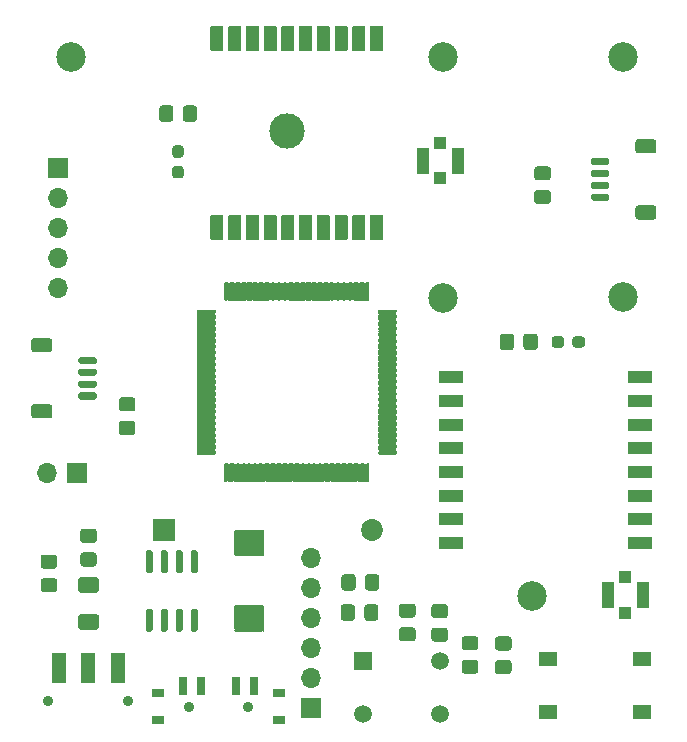
<source format=gbr>
%TF.GenerationSoftware,KiCad,Pcbnew,(5.1.7)-1*%
%TF.CreationDate,2020-10-27T22:09:18-04:00*%
%TF.ProjectId,final_schematic,66696e61-6c5f-4736-9368-656d61746963,3*%
%TF.SameCoordinates,Original*%
%TF.FileFunction,Soldermask,Top*%
%TF.FilePolarity,Negative*%
%FSLAX46Y46*%
G04 Gerber Fmt 4.6, Leading zero omitted, Abs format (unit mm)*
G04 Created by KiCad (PCBNEW (5.1.7)-1) date 2020-10-27 22:09:18*
%MOMM*%
%LPD*%
G01*
G04 APERTURE LIST*
%ADD10O,1.700000X1.700000*%
%ADD11R,1.700000X1.700000*%
%ADD12C,2.500000*%
%ADD13C,1.854200*%
%ADD14R,1.854200X1.854200*%
%ADD15R,1.000000X1.000000*%
%ADD16R,1.050000X2.200000*%
%ADD17C,0.900000*%
%ADD18R,0.700000X1.500000*%
%ADD19R,1.000000X0.800000*%
%ADD20R,1.250000X2.500000*%
%ADD21R,1.550000X1.300000*%
%ADD22C,1.498000*%
%ADD23R,1.498000X1.498000*%
%ADD24C,3.000000*%
%ADD25R,2.000000X1.000000*%
%ADD26C,0.100000*%
G04 APERTURE END LIST*
D10*
%TO.C,PROG*%
X101066600Y-68453000D03*
X101066600Y-65913000D03*
X101066600Y-63373000D03*
X101066600Y-60833000D03*
D11*
X101066600Y-58293000D03*
%TD*%
D12*
%TO.C,REF\u002A\u002A*%
X141157960Y-94599760D03*
%TD*%
%TO.C,REF\u002A\u002A*%
X102171500Y-48907700D03*
%TD*%
%TO.C,2.5mm*%
X148907500Y-48920400D03*
%TD*%
%TO.C,REF\u002A\u002A*%
X148907500Y-69253100D03*
%TD*%
%TO.C,REF\u002A\u002A*%
X133647180Y-48966120D03*
%TD*%
%TO.C,REF\u002A\u002A*%
X133647180Y-69298820D03*
%TD*%
%TO.C,OLED Qwiic*%
G36*
G01*
X99024199Y-78323800D02*
X100324201Y-78323800D01*
G75*
G02*
X100574200Y-78573799I0J-249999D01*
G01*
X100574200Y-79273801D01*
G75*
G02*
X100324201Y-79523800I-249999J0D01*
G01*
X99024199Y-79523800D01*
G75*
G02*
X98774200Y-79273801I0J249999D01*
G01*
X98774200Y-78573799D01*
G75*
G02*
X99024199Y-78323800I249999J0D01*
G01*
G37*
G36*
G01*
X99024199Y-72723800D02*
X100324201Y-72723800D01*
G75*
G02*
X100574200Y-72973799I0J-249999D01*
G01*
X100574200Y-73673801D01*
G75*
G02*
X100324201Y-73923800I-249999J0D01*
G01*
X99024199Y-73923800D01*
G75*
G02*
X98774200Y-73673801I0J249999D01*
G01*
X98774200Y-72973799D01*
G75*
G02*
X99024199Y-72723800I249999J0D01*
G01*
G37*
G36*
G01*
X102924200Y-77323800D02*
X104174200Y-77323800D01*
G75*
G02*
X104324200Y-77473800I0J-150000D01*
G01*
X104324200Y-77773800D01*
G75*
G02*
X104174200Y-77923800I-150000J0D01*
G01*
X102924200Y-77923800D01*
G75*
G02*
X102774200Y-77773800I0J150000D01*
G01*
X102774200Y-77473800D01*
G75*
G02*
X102924200Y-77323800I150000J0D01*
G01*
G37*
G36*
G01*
X102924200Y-76323800D02*
X104174200Y-76323800D01*
G75*
G02*
X104324200Y-76473800I0J-150000D01*
G01*
X104324200Y-76773800D01*
G75*
G02*
X104174200Y-76923800I-150000J0D01*
G01*
X102924200Y-76923800D01*
G75*
G02*
X102774200Y-76773800I0J150000D01*
G01*
X102774200Y-76473800D01*
G75*
G02*
X102924200Y-76323800I150000J0D01*
G01*
G37*
G36*
G01*
X102924200Y-75323800D02*
X104174200Y-75323800D01*
G75*
G02*
X104324200Y-75473800I0J-150000D01*
G01*
X104324200Y-75773800D01*
G75*
G02*
X104174200Y-75923800I-150000J0D01*
G01*
X102924200Y-75923800D01*
G75*
G02*
X102774200Y-75773800I0J150000D01*
G01*
X102774200Y-75473800D01*
G75*
G02*
X102924200Y-75323800I150000J0D01*
G01*
G37*
G36*
G01*
X102924200Y-74323800D02*
X104174200Y-74323800D01*
G75*
G02*
X104324200Y-74473800I0J-150000D01*
G01*
X104324200Y-74773800D01*
G75*
G02*
X104174200Y-74923800I-150000J0D01*
G01*
X102924200Y-74923800D01*
G75*
G02*
X102774200Y-74773800I0J150000D01*
G01*
X102774200Y-74473800D01*
G75*
G02*
X102924200Y-74323800I150000J0D01*
G01*
G37*
%TD*%
%TO.C,IMU*%
G36*
G01*
X151470601Y-57083600D02*
X150170599Y-57083600D01*
G75*
G02*
X149920600Y-56833601I0J249999D01*
G01*
X149920600Y-56133599D01*
G75*
G02*
X150170599Y-55883600I249999J0D01*
G01*
X151470601Y-55883600D01*
G75*
G02*
X151720600Y-56133599I0J-249999D01*
G01*
X151720600Y-56833601D01*
G75*
G02*
X151470601Y-57083600I-249999J0D01*
G01*
G37*
G36*
G01*
X151470601Y-62683600D02*
X150170599Y-62683600D01*
G75*
G02*
X149920600Y-62433601I0J249999D01*
G01*
X149920600Y-61733599D01*
G75*
G02*
X150170599Y-61483600I249999J0D01*
G01*
X151470601Y-61483600D01*
G75*
G02*
X151720600Y-61733599I0J-249999D01*
G01*
X151720600Y-62433601D01*
G75*
G02*
X151470601Y-62683600I-249999J0D01*
G01*
G37*
G36*
G01*
X147570600Y-58083600D02*
X146320600Y-58083600D01*
G75*
G02*
X146170600Y-57933600I0J150000D01*
G01*
X146170600Y-57633600D01*
G75*
G02*
X146320600Y-57483600I150000J0D01*
G01*
X147570600Y-57483600D01*
G75*
G02*
X147720600Y-57633600I0J-150000D01*
G01*
X147720600Y-57933600D01*
G75*
G02*
X147570600Y-58083600I-150000J0D01*
G01*
G37*
G36*
G01*
X147570600Y-59083600D02*
X146320600Y-59083600D01*
G75*
G02*
X146170600Y-58933600I0J150000D01*
G01*
X146170600Y-58633600D01*
G75*
G02*
X146320600Y-58483600I150000J0D01*
G01*
X147570600Y-58483600D01*
G75*
G02*
X147720600Y-58633600I0J-150000D01*
G01*
X147720600Y-58933600D01*
G75*
G02*
X147570600Y-59083600I-150000J0D01*
G01*
G37*
G36*
G01*
X147570600Y-60083600D02*
X146320600Y-60083600D01*
G75*
G02*
X146170600Y-59933600I0J150000D01*
G01*
X146170600Y-59633600D01*
G75*
G02*
X146320600Y-59483600I150000J0D01*
G01*
X147570600Y-59483600D01*
G75*
G02*
X147720600Y-59633600I0J-150000D01*
G01*
X147720600Y-59933600D01*
G75*
G02*
X147570600Y-60083600I-150000J0D01*
G01*
G37*
G36*
G01*
X147570600Y-61083600D02*
X146320600Y-61083600D01*
G75*
G02*
X146170600Y-60933600I0J150000D01*
G01*
X146170600Y-60633600D01*
G75*
G02*
X146320600Y-60483600I150000J0D01*
G01*
X147570600Y-60483600D01*
G75*
G02*
X147720600Y-60633600I0J-150000D01*
G01*
X147720600Y-60933600D01*
G75*
G02*
X147570600Y-61083600I-150000J0D01*
G01*
G37*
%TD*%
%TO.C,R9*%
G36*
G01*
X135478099Y-97955300D02*
X136378101Y-97955300D01*
G75*
G02*
X136628100Y-98205299I0J-249999D01*
G01*
X136628100Y-98905301D01*
G75*
G02*
X136378101Y-99155300I-249999J0D01*
G01*
X135478099Y-99155300D01*
G75*
G02*
X135228100Y-98905301I0J249999D01*
G01*
X135228100Y-98205299D01*
G75*
G02*
X135478099Y-97955300I249999J0D01*
G01*
G37*
G36*
G01*
X135478099Y-99955300D02*
X136378101Y-99955300D01*
G75*
G02*
X136628100Y-100205299I0J-249999D01*
G01*
X136628100Y-100905301D01*
G75*
G02*
X136378101Y-101155300I-249999J0D01*
G01*
X135478099Y-101155300D01*
G75*
G02*
X135228100Y-100905301I0J249999D01*
G01*
X135228100Y-100205299D01*
G75*
G02*
X135478099Y-99955300I249999J0D01*
G01*
G37*
%TD*%
%TO.C,R14*%
G36*
G01*
X126180900Y-95511199D02*
X126180900Y-96411201D01*
G75*
G02*
X125930901Y-96661200I-249999J0D01*
G01*
X125230899Y-96661200D01*
G75*
G02*
X124980900Y-96411201I0J249999D01*
G01*
X124980900Y-95511199D01*
G75*
G02*
X125230899Y-95261200I249999J0D01*
G01*
X125930901Y-95261200D01*
G75*
G02*
X126180900Y-95511199I0J-249999D01*
G01*
G37*
G36*
G01*
X128180900Y-95511199D02*
X128180900Y-96411201D01*
G75*
G02*
X127930901Y-96661200I-249999J0D01*
G01*
X127230899Y-96661200D01*
G75*
G02*
X126980900Y-96411201I0J249999D01*
G01*
X126980900Y-95511199D01*
G75*
G02*
X127230899Y-95261200I249999J0D01*
G01*
X127930901Y-95261200D01*
G75*
G02*
X128180900Y-95511199I0J-249999D01*
G01*
G37*
%TD*%
%TO.C,R8*%
G36*
G01*
X126244400Y-92958499D02*
X126244400Y-93858501D01*
G75*
G02*
X125994401Y-94108500I-249999J0D01*
G01*
X125294399Y-94108500D01*
G75*
G02*
X125044400Y-93858501I0J249999D01*
G01*
X125044400Y-92958499D01*
G75*
G02*
X125294399Y-92708500I249999J0D01*
G01*
X125994401Y-92708500D01*
G75*
G02*
X126244400Y-92958499I0J-249999D01*
G01*
G37*
G36*
G01*
X128244400Y-92958499D02*
X128244400Y-93858501D01*
G75*
G02*
X127994401Y-94108500I-249999J0D01*
G01*
X127294399Y-94108500D01*
G75*
G02*
X127044400Y-93858501I0J249999D01*
G01*
X127044400Y-92958499D01*
G75*
G02*
X127294399Y-92708500I249999J0D01*
G01*
X127994401Y-92708500D01*
G75*
G02*
X128244400Y-92958499I0J-249999D01*
G01*
G37*
%TD*%
%TO.C,R7*%
G36*
G01*
X141624899Y-60178900D02*
X142524901Y-60178900D01*
G75*
G02*
X142774900Y-60428899I0J-249999D01*
G01*
X142774900Y-61128901D01*
G75*
G02*
X142524901Y-61378900I-249999J0D01*
G01*
X141624899Y-61378900D01*
G75*
G02*
X141374900Y-61128901I0J249999D01*
G01*
X141374900Y-60428899D01*
G75*
G02*
X141624899Y-60178900I249999J0D01*
G01*
G37*
G36*
G01*
X141624899Y-58178900D02*
X142524901Y-58178900D01*
G75*
G02*
X142774900Y-58428899I0J-249999D01*
G01*
X142774900Y-59128901D01*
G75*
G02*
X142524901Y-59378900I-249999J0D01*
G01*
X141624899Y-59378900D01*
G75*
G02*
X141374900Y-59128901I0J249999D01*
G01*
X141374900Y-58428899D01*
G75*
G02*
X141624899Y-58178900I249999J0D01*
G01*
G37*
%TD*%
%TO.C,R6*%
G36*
G01*
X107345901Y-78936900D02*
X106445899Y-78936900D01*
G75*
G02*
X106195900Y-78686901I0J249999D01*
G01*
X106195900Y-77986899D01*
G75*
G02*
X106445899Y-77736900I249999J0D01*
G01*
X107345901Y-77736900D01*
G75*
G02*
X107595900Y-77986899I0J-249999D01*
G01*
X107595900Y-78686901D01*
G75*
G02*
X107345901Y-78936900I-249999J0D01*
G01*
G37*
G36*
G01*
X107345901Y-80936900D02*
X106445899Y-80936900D01*
G75*
G02*
X106195900Y-80686901I0J249999D01*
G01*
X106195900Y-79986899D01*
G75*
G02*
X106445899Y-79736900I249999J0D01*
G01*
X107345901Y-79736900D01*
G75*
G02*
X107595900Y-79986899I0J-249999D01*
G01*
X107595900Y-80686901D01*
G75*
G02*
X107345901Y-80936900I-249999J0D01*
G01*
G37*
%TD*%
D10*
%TO.C,SYSOFF*%
X100126800Y-84124800D03*
D11*
X102666800Y-84124800D03*
%TD*%
D10*
%TO.C,BB*%
X122509280Y-91358720D03*
X122509280Y-93898720D03*
X122509280Y-96438720D03*
X122509280Y-98978720D03*
X122509280Y-101518720D03*
D11*
X122509280Y-104058720D03*
%TD*%
%TO.C,C1*%
G36*
G01*
X104282002Y-94286500D02*
X102981998Y-94286500D01*
G75*
G02*
X102732000Y-94036502I0J249998D01*
G01*
X102732000Y-93211498D01*
G75*
G02*
X102981998Y-92961500I249998J0D01*
G01*
X104282002Y-92961500D01*
G75*
G02*
X104532000Y-93211498I0J-249998D01*
G01*
X104532000Y-94036502D01*
G75*
G02*
X104282002Y-94286500I-249998J0D01*
G01*
G37*
G36*
G01*
X104282002Y-97411500D02*
X102981998Y-97411500D01*
G75*
G02*
X102732000Y-97161502I0J249998D01*
G01*
X102732000Y-96336498D01*
G75*
G02*
X102981998Y-96086500I249998J0D01*
G01*
X104282002Y-96086500D01*
G75*
G02*
X104532000Y-96336498I0J-249998D01*
G01*
X104532000Y-97161502D01*
G75*
G02*
X104282002Y-97411500I-249998J0D01*
G01*
G37*
%TD*%
%TO.C,C12*%
G36*
G01*
X116221399Y-88943800D02*
X118271401Y-88943800D01*
G75*
G02*
X118521400Y-89193799I0J-249999D01*
G01*
X118521400Y-90943801D01*
G75*
G02*
X118271401Y-91193800I-249999J0D01*
G01*
X116221399Y-91193800D01*
G75*
G02*
X115971400Y-90943801I0J249999D01*
G01*
X115971400Y-89193799D01*
G75*
G02*
X116221399Y-88943800I249999J0D01*
G01*
G37*
G36*
G01*
X116221399Y-95343800D02*
X118271401Y-95343800D01*
G75*
G02*
X118521400Y-95593799I0J-249999D01*
G01*
X118521400Y-97343801D01*
G75*
G02*
X118271401Y-97593800I-249999J0D01*
G01*
X116221399Y-97593800D01*
G75*
G02*
X115971400Y-97343801I0J249999D01*
G01*
X115971400Y-95593799D01*
G75*
G02*
X116221399Y-95343800I249999J0D01*
G01*
G37*
%TD*%
%TO.C,D1*%
G36*
G01*
X110963700Y-58160400D02*
X111438700Y-58160400D01*
G75*
G02*
X111676200Y-58397900I0J-237500D01*
G01*
X111676200Y-58972900D01*
G75*
G02*
X111438700Y-59210400I-237500J0D01*
G01*
X110963700Y-59210400D01*
G75*
G02*
X110726200Y-58972900I0J237500D01*
G01*
X110726200Y-58397900D01*
G75*
G02*
X110963700Y-58160400I237500J0D01*
G01*
G37*
G36*
G01*
X110963700Y-56410400D02*
X111438700Y-56410400D01*
G75*
G02*
X111676200Y-56647900I0J-237500D01*
G01*
X111676200Y-57222900D01*
G75*
G02*
X111438700Y-57460400I-237500J0D01*
G01*
X110963700Y-57460400D01*
G75*
G02*
X110726200Y-57222900I0J237500D01*
G01*
X110726200Y-56647900D01*
G75*
G02*
X110963700Y-56410400I237500J0D01*
G01*
G37*
%TD*%
%TO.C,D2*%
G36*
G01*
X142852000Y-73287900D02*
X142852000Y-72812900D01*
G75*
G02*
X143089500Y-72575400I237500J0D01*
G01*
X143664500Y-72575400D01*
G75*
G02*
X143902000Y-72812900I0J-237500D01*
G01*
X143902000Y-73287900D01*
G75*
G02*
X143664500Y-73525400I-237500J0D01*
G01*
X143089500Y-73525400D01*
G75*
G02*
X142852000Y-73287900I0J237500D01*
G01*
G37*
G36*
G01*
X144602000Y-73287900D02*
X144602000Y-72812900D01*
G75*
G02*
X144839500Y-72575400I237500J0D01*
G01*
X145414500Y-72575400D01*
G75*
G02*
X145652000Y-72812900I0J-237500D01*
G01*
X145652000Y-73287900D01*
G75*
G02*
X145414500Y-73525400I-237500J0D01*
G01*
X144839500Y-73525400D01*
G75*
G02*
X144602000Y-73287900I0J237500D01*
G01*
G37*
%TD*%
D13*
%TO.C,D3*%
X127635000Y-89001600D03*
D14*
X110007400Y-89001600D03*
%TD*%
D15*
%TO.C,J8*%
X133424199Y-56196100D03*
X133424199Y-59196100D03*
D16*
X131949199Y-57696100D03*
X134899199Y-57696100D03*
%TD*%
%TO.C,RADIO_COAX*%
X150566600Y-94488000D03*
X147616600Y-94488000D03*
D15*
X149091600Y-95988000D03*
X149091600Y-92988000D03*
%TD*%
%TO.C,R1*%
G36*
G01*
X109617200Y-54171001D02*
X109617200Y-53270999D01*
G75*
G02*
X109867199Y-53021000I249999J0D01*
G01*
X110567201Y-53021000D01*
G75*
G02*
X110817200Y-53270999I0J-249999D01*
G01*
X110817200Y-54171001D01*
G75*
G02*
X110567201Y-54421000I-249999J0D01*
G01*
X109867199Y-54421000D01*
G75*
G02*
X109617200Y-54171001I0J249999D01*
G01*
G37*
G36*
G01*
X111617200Y-54171001D02*
X111617200Y-53270999D01*
G75*
G02*
X111867199Y-53021000I249999J0D01*
G01*
X112567201Y-53021000D01*
G75*
G02*
X112817200Y-53270999I0J-249999D01*
G01*
X112817200Y-54171001D01*
G75*
G02*
X112567201Y-54421000I-249999J0D01*
G01*
X111867199Y-54421000D01*
G75*
G02*
X111617200Y-54171001I0J249999D01*
G01*
G37*
%TD*%
%TO.C,R2*%
G36*
G01*
X138455600Y-73500401D02*
X138455600Y-72600399D01*
G75*
G02*
X138705599Y-72350400I249999J0D01*
G01*
X139405601Y-72350400D01*
G75*
G02*
X139655600Y-72600399I0J-249999D01*
G01*
X139655600Y-73500401D01*
G75*
G02*
X139405601Y-73750400I-249999J0D01*
G01*
X138705599Y-73750400D01*
G75*
G02*
X138455600Y-73500401I0J249999D01*
G01*
G37*
G36*
G01*
X140455600Y-73500401D02*
X140455600Y-72600399D01*
G75*
G02*
X140705599Y-72350400I249999J0D01*
G01*
X141405601Y-72350400D01*
G75*
G02*
X141655600Y-72600399I0J-249999D01*
G01*
X141655600Y-73500401D01*
G75*
G02*
X141405601Y-73750400I-249999J0D01*
G01*
X140705599Y-73750400D01*
G75*
G02*
X140455600Y-73500401I0J249999D01*
G01*
G37*
%TD*%
%TO.C,R3*%
G36*
G01*
X103181999Y-90862100D02*
X104082001Y-90862100D01*
G75*
G02*
X104332000Y-91112099I0J-249999D01*
G01*
X104332000Y-91812101D01*
G75*
G02*
X104082001Y-92062100I-249999J0D01*
G01*
X103181999Y-92062100D01*
G75*
G02*
X102932000Y-91812101I0J249999D01*
G01*
X102932000Y-91112099D01*
G75*
G02*
X103181999Y-90862100I249999J0D01*
G01*
G37*
G36*
G01*
X103181999Y-88862100D02*
X104082001Y-88862100D01*
G75*
G02*
X104332000Y-89112099I0J-249999D01*
G01*
X104332000Y-89812101D01*
G75*
G02*
X104082001Y-90062100I-249999J0D01*
G01*
X103181999Y-90062100D01*
G75*
G02*
X102932000Y-89812101I0J249999D01*
G01*
X102932000Y-89112099D01*
G75*
G02*
X103181999Y-88862100I249999J0D01*
G01*
G37*
%TD*%
%TO.C,R4*%
G36*
G01*
X138297499Y-99984000D02*
X139197501Y-99984000D01*
G75*
G02*
X139447500Y-100233999I0J-249999D01*
G01*
X139447500Y-100934001D01*
G75*
G02*
X139197501Y-101184000I-249999J0D01*
G01*
X138297499Y-101184000D01*
G75*
G02*
X138047500Y-100934001I0J249999D01*
G01*
X138047500Y-100233999D01*
G75*
G02*
X138297499Y-99984000I249999J0D01*
G01*
G37*
G36*
G01*
X138297499Y-97984000D02*
X139197501Y-97984000D01*
G75*
G02*
X139447500Y-98233999I0J-249999D01*
G01*
X139447500Y-98934001D01*
G75*
G02*
X139197501Y-99184000I-249999J0D01*
G01*
X138297499Y-99184000D01*
G75*
G02*
X138047500Y-98934001I0J249999D01*
G01*
X138047500Y-98233999D01*
G75*
G02*
X138297499Y-97984000I249999J0D01*
G01*
G37*
%TD*%
%TO.C,R5*%
G36*
G01*
X132912699Y-95240800D02*
X133812701Y-95240800D01*
G75*
G02*
X134062700Y-95490799I0J-249999D01*
G01*
X134062700Y-96190801D01*
G75*
G02*
X133812701Y-96440800I-249999J0D01*
G01*
X132912699Y-96440800D01*
G75*
G02*
X132662700Y-96190801I0J249999D01*
G01*
X132662700Y-95490799D01*
G75*
G02*
X132912699Y-95240800I249999J0D01*
G01*
G37*
G36*
G01*
X132912699Y-97240800D02*
X133812701Y-97240800D01*
G75*
G02*
X134062700Y-97490799I0J-249999D01*
G01*
X134062700Y-98190801D01*
G75*
G02*
X133812701Y-98440800I-249999J0D01*
G01*
X132912699Y-98440800D01*
G75*
G02*
X132662700Y-98190801I0J249999D01*
G01*
X132662700Y-97490799D01*
G75*
G02*
X132912699Y-97240800I249999J0D01*
G01*
G37*
%TD*%
%TO.C,R10*%
G36*
G01*
X99829199Y-93046500D02*
X100729201Y-93046500D01*
G75*
G02*
X100979200Y-93296499I0J-249999D01*
G01*
X100979200Y-93996501D01*
G75*
G02*
X100729201Y-94246500I-249999J0D01*
G01*
X99829199Y-94246500D01*
G75*
G02*
X99579200Y-93996501I0J249999D01*
G01*
X99579200Y-93296499D01*
G75*
G02*
X99829199Y-93046500I249999J0D01*
G01*
G37*
G36*
G01*
X99829199Y-91046500D02*
X100729201Y-91046500D01*
G75*
G02*
X100979200Y-91296499I0J-249999D01*
G01*
X100979200Y-91996501D01*
G75*
G02*
X100729201Y-92246500I-249999J0D01*
G01*
X99829199Y-92246500D01*
G75*
G02*
X99579200Y-91996501I0J249999D01*
G01*
X99579200Y-91296499D01*
G75*
G02*
X99829199Y-91046500I249999J0D01*
G01*
G37*
%TD*%
%TO.C,R11*%
G36*
G01*
X130169499Y-95202700D02*
X131069501Y-95202700D01*
G75*
G02*
X131319500Y-95452699I0J-249999D01*
G01*
X131319500Y-96152701D01*
G75*
G02*
X131069501Y-96402700I-249999J0D01*
G01*
X130169499Y-96402700D01*
G75*
G02*
X129919500Y-96152701I0J249999D01*
G01*
X129919500Y-95452699D01*
G75*
G02*
X130169499Y-95202700I249999J0D01*
G01*
G37*
G36*
G01*
X130169499Y-97202700D02*
X131069501Y-97202700D01*
G75*
G02*
X131319500Y-97452699I0J-249999D01*
G01*
X131319500Y-98152701D01*
G75*
G02*
X131069501Y-98402700I-249999J0D01*
G01*
X130169499Y-98402700D01*
G75*
G02*
X129919500Y-98152701I0J249999D01*
G01*
X129919500Y-97452699D01*
G75*
G02*
X130169499Y-97202700I249999J0D01*
G01*
G37*
%TD*%
D17*
%TO.C,S1*%
X112142900Y-103923900D03*
X117142900Y-103923900D03*
D18*
X111642900Y-102163900D03*
X113142900Y-102163900D03*
X116142900Y-102163900D03*
X117642900Y-102163900D03*
D19*
X109492900Y-105023900D03*
X119792900Y-105023900D03*
X119792900Y-102813900D03*
X109492900Y-102813900D03*
%TD*%
D20*
%TO.C,SESS*%
X101106600Y-100691500D03*
X103606600Y-100691500D03*
X106106600Y-100691500D03*
D17*
X100206600Y-103441500D03*
X107006600Y-103441500D03*
%TD*%
D21*
%TO.C,RADIO PUSH*%
X142561600Y-104408800D03*
X142561600Y-99908800D03*
X150521600Y-99908800D03*
X150521600Y-104408800D03*
%TD*%
D22*
%TO.C,SW3*%
X126850000Y-104558800D03*
D23*
X126850000Y-100058800D03*
D22*
X133350000Y-104558800D03*
X133350000Y-100058800D03*
%TD*%
%TO.C,MICRO*%
G36*
G01*
X115334600Y-84929000D02*
X115184600Y-84929000D01*
G75*
G02*
X115109600Y-84854000I0J75000D01*
G01*
X115109600Y-83404000D01*
G75*
G02*
X115184600Y-83329000I75000J0D01*
G01*
X115334600Y-83329000D01*
G75*
G02*
X115409600Y-83404000I0J-75000D01*
G01*
X115409600Y-84854000D01*
G75*
G02*
X115334600Y-84929000I-75000J0D01*
G01*
G37*
G36*
G01*
X115834600Y-84929000D02*
X115684600Y-84929000D01*
G75*
G02*
X115609600Y-84854000I0J75000D01*
G01*
X115609600Y-83404000D01*
G75*
G02*
X115684600Y-83329000I75000J0D01*
G01*
X115834600Y-83329000D01*
G75*
G02*
X115909600Y-83404000I0J-75000D01*
G01*
X115909600Y-84854000D01*
G75*
G02*
X115834600Y-84929000I-75000J0D01*
G01*
G37*
G36*
G01*
X116334600Y-84929000D02*
X116184600Y-84929000D01*
G75*
G02*
X116109600Y-84854000I0J75000D01*
G01*
X116109600Y-83404000D01*
G75*
G02*
X116184600Y-83329000I75000J0D01*
G01*
X116334600Y-83329000D01*
G75*
G02*
X116409600Y-83404000I0J-75000D01*
G01*
X116409600Y-84854000D01*
G75*
G02*
X116334600Y-84929000I-75000J0D01*
G01*
G37*
G36*
G01*
X116834600Y-84929000D02*
X116684600Y-84929000D01*
G75*
G02*
X116609600Y-84854000I0J75000D01*
G01*
X116609600Y-83404000D01*
G75*
G02*
X116684600Y-83329000I75000J0D01*
G01*
X116834600Y-83329000D01*
G75*
G02*
X116909600Y-83404000I0J-75000D01*
G01*
X116909600Y-84854000D01*
G75*
G02*
X116834600Y-84929000I-75000J0D01*
G01*
G37*
G36*
G01*
X117334600Y-84929000D02*
X117184600Y-84929000D01*
G75*
G02*
X117109600Y-84854000I0J75000D01*
G01*
X117109600Y-83404000D01*
G75*
G02*
X117184600Y-83329000I75000J0D01*
G01*
X117334600Y-83329000D01*
G75*
G02*
X117409600Y-83404000I0J-75000D01*
G01*
X117409600Y-84854000D01*
G75*
G02*
X117334600Y-84929000I-75000J0D01*
G01*
G37*
G36*
G01*
X117834600Y-84929000D02*
X117684600Y-84929000D01*
G75*
G02*
X117609600Y-84854000I0J75000D01*
G01*
X117609600Y-83404000D01*
G75*
G02*
X117684600Y-83329000I75000J0D01*
G01*
X117834600Y-83329000D01*
G75*
G02*
X117909600Y-83404000I0J-75000D01*
G01*
X117909600Y-84854000D01*
G75*
G02*
X117834600Y-84929000I-75000J0D01*
G01*
G37*
G36*
G01*
X118334600Y-84929000D02*
X118184600Y-84929000D01*
G75*
G02*
X118109600Y-84854000I0J75000D01*
G01*
X118109600Y-83404000D01*
G75*
G02*
X118184600Y-83329000I75000J0D01*
G01*
X118334600Y-83329000D01*
G75*
G02*
X118409600Y-83404000I0J-75000D01*
G01*
X118409600Y-84854000D01*
G75*
G02*
X118334600Y-84929000I-75000J0D01*
G01*
G37*
G36*
G01*
X118834600Y-84929000D02*
X118684600Y-84929000D01*
G75*
G02*
X118609600Y-84854000I0J75000D01*
G01*
X118609600Y-83404000D01*
G75*
G02*
X118684600Y-83329000I75000J0D01*
G01*
X118834600Y-83329000D01*
G75*
G02*
X118909600Y-83404000I0J-75000D01*
G01*
X118909600Y-84854000D01*
G75*
G02*
X118834600Y-84929000I-75000J0D01*
G01*
G37*
G36*
G01*
X119334600Y-84929000D02*
X119184600Y-84929000D01*
G75*
G02*
X119109600Y-84854000I0J75000D01*
G01*
X119109600Y-83404000D01*
G75*
G02*
X119184600Y-83329000I75000J0D01*
G01*
X119334600Y-83329000D01*
G75*
G02*
X119409600Y-83404000I0J-75000D01*
G01*
X119409600Y-84854000D01*
G75*
G02*
X119334600Y-84929000I-75000J0D01*
G01*
G37*
G36*
G01*
X119834600Y-84929000D02*
X119684600Y-84929000D01*
G75*
G02*
X119609600Y-84854000I0J75000D01*
G01*
X119609600Y-83404000D01*
G75*
G02*
X119684600Y-83329000I75000J0D01*
G01*
X119834600Y-83329000D01*
G75*
G02*
X119909600Y-83404000I0J-75000D01*
G01*
X119909600Y-84854000D01*
G75*
G02*
X119834600Y-84929000I-75000J0D01*
G01*
G37*
G36*
G01*
X120334600Y-84929000D02*
X120184600Y-84929000D01*
G75*
G02*
X120109600Y-84854000I0J75000D01*
G01*
X120109600Y-83404000D01*
G75*
G02*
X120184600Y-83329000I75000J0D01*
G01*
X120334600Y-83329000D01*
G75*
G02*
X120409600Y-83404000I0J-75000D01*
G01*
X120409600Y-84854000D01*
G75*
G02*
X120334600Y-84929000I-75000J0D01*
G01*
G37*
G36*
G01*
X120834600Y-84929000D02*
X120684600Y-84929000D01*
G75*
G02*
X120609600Y-84854000I0J75000D01*
G01*
X120609600Y-83404000D01*
G75*
G02*
X120684600Y-83329000I75000J0D01*
G01*
X120834600Y-83329000D01*
G75*
G02*
X120909600Y-83404000I0J-75000D01*
G01*
X120909600Y-84854000D01*
G75*
G02*
X120834600Y-84929000I-75000J0D01*
G01*
G37*
G36*
G01*
X121334600Y-84929000D02*
X121184600Y-84929000D01*
G75*
G02*
X121109600Y-84854000I0J75000D01*
G01*
X121109600Y-83404000D01*
G75*
G02*
X121184600Y-83329000I75000J0D01*
G01*
X121334600Y-83329000D01*
G75*
G02*
X121409600Y-83404000I0J-75000D01*
G01*
X121409600Y-84854000D01*
G75*
G02*
X121334600Y-84929000I-75000J0D01*
G01*
G37*
G36*
G01*
X121834600Y-84929000D02*
X121684600Y-84929000D01*
G75*
G02*
X121609600Y-84854000I0J75000D01*
G01*
X121609600Y-83404000D01*
G75*
G02*
X121684600Y-83329000I75000J0D01*
G01*
X121834600Y-83329000D01*
G75*
G02*
X121909600Y-83404000I0J-75000D01*
G01*
X121909600Y-84854000D01*
G75*
G02*
X121834600Y-84929000I-75000J0D01*
G01*
G37*
G36*
G01*
X122334600Y-84929000D02*
X122184600Y-84929000D01*
G75*
G02*
X122109600Y-84854000I0J75000D01*
G01*
X122109600Y-83404000D01*
G75*
G02*
X122184600Y-83329000I75000J0D01*
G01*
X122334600Y-83329000D01*
G75*
G02*
X122409600Y-83404000I0J-75000D01*
G01*
X122409600Y-84854000D01*
G75*
G02*
X122334600Y-84929000I-75000J0D01*
G01*
G37*
G36*
G01*
X122834600Y-84929000D02*
X122684600Y-84929000D01*
G75*
G02*
X122609600Y-84854000I0J75000D01*
G01*
X122609600Y-83404000D01*
G75*
G02*
X122684600Y-83329000I75000J0D01*
G01*
X122834600Y-83329000D01*
G75*
G02*
X122909600Y-83404000I0J-75000D01*
G01*
X122909600Y-84854000D01*
G75*
G02*
X122834600Y-84929000I-75000J0D01*
G01*
G37*
G36*
G01*
X123334600Y-84929000D02*
X123184600Y-84929000D01*
G75*
G02*
X123109600Y-84854000I0J75000D01*
G01*
X123109600Y-83404000D01*
G75*
G02*
X123184600Y-83329000I75000J0D01*
G01*
X123334600Y-83329000D01*
G75*
G02*
X123409600Y-83404000I0J-75000D01*
G01*
X123409600Y-84854000D01*
G75*
G02*
X123334600Y-84929000I-75000J0D01*
G01*
G37*
G36*
G01*
X123834600Y-84929000D02*
X123684600Y-84929000D01*
G75*
G02*
X123609600Y-84854000I0J75000D01*
G01*
X123609600Y-83404000D01*
G75*
G02*
X123684600Y-83329000I75000J0D01*
G01*
X123834600Y-83329000D01*
G75*
G02*
X123909600Y-83404000I0J-75000D01*
G01*
X123909600Y-84854000D01*
G75*
G02*
X123834600Y-84929000I-75000J0D01*
G01*
G37*
G36*
G01*
X124334600Y-84929000D02*
X124184600Y-84929000D01*
G75*
G02*
X124109600Y-84854000I0J75000D01*
G01*
X124109600Y-83404000D01*
G75*
G02*
X124184600Y-83329000I75000J0D01*
G01*
X124334600Y-83329000D01*
G75*
G02*
X124409600Y-83404000I0J-75000D01*
G01*
X124409600Y-84854000D01*
G75*
G02*
X124334600Y-84929000I-75000J0D01*
G01*
G37*
G36*
G01*
X124834600Y-84929000D02*
X124684600Y-84929000D01*
G75*
G02*
X124609600Y-84854000I0J75000D01*
G01*
X124609600Y-83404000D01*
G75*
G02*
X124684600Y-83329000I75000J0D01*
G01*
X124834600Y-83329000D01*
G75*
G02*
X124909600Y-83404000I0J-75000D01*
G01*
X124909600Y-84854000D01*
G75*
G02*
X124834600Y-84929000I-75000J0D01*
G01*
G37*
G36*
G01*
X125334600Y-84929000D02*
X125184600Y-84929000D01*
G75*
G02*
X125109600Y-84854000I0J75000D01*
G01*
X125109600Y-83404000D01*
G75*
G02*
X125184600Y-83329000I75000J0D01*
G01*
X125334600Y-83329000D01*
G75*
G02*
X125409600Y-83404000I0J-75000D01*
G01*
X125409600Y-84854000D01*
G75*
G02*
X125334600Y-84929000I-75000J0D01*
G01*
G37*
G36*
G01*
X125834600Y-84929000D02*
X125684600Y-84929000D01*
G75*
G02*
X125609600Y-84854000I0J75000D01*
G01*
X125609600Y-83404000D01*
G75*
G02*
X125684600Y-83329000I75000J0D01*
G01*
X125834600Y-83329000D01*
G75*
G02*
X125909600Y-83404000I0J-75000D01*
G01*
X125909600Y-84854000D01*
G75*
G02*
X125834600Y-84929000I-75000J0D01*
G01*
G37*
G36*
G01*
X126334600Y-84929000D02*
X126184600Y-84929000D01*
G75*
G02*
X126109600Y-84854000I0J75000D01*
G01*
X126109600Y-83404000D01*
G75*
G02*
X126184600Y-83329000I75000J0D01*
G01*
X126334600Y-83329000D01*
G75*
G02*
X126409600Y-83404000I0J-75000D01*
G01*
X126409600Y-84854000D01*
G75*
G02*
X126334600Y-84929000I-75000J0D01*
G01*
G37*
G36*
G01*
X126834600Y-84929000D02*
X126684600Y-84929000D01*
G75*
G02*
X126609600Y-84854000I0J75000D01*
G01*
X126609600Y-83404000D01*
G75*
G02*
X126684600Y-83329000I75000J0D01*
G01*
X126834600Y-83329000D01*
G75*
G02*
X126909600Y-83404000I0J-75000D01*
G01*
X126909600Y-84854000D01*
G75*
G02*
X126834600Y-84929000I-75000J0D01*
G01*
G37*
G36*
G01*
X127334600Y-84929000D02*
X127184600Y-84929000D01*
G75*
G02*
X127109600Y-84854000I0J75000D01*
G01*
X127109600Y-83404000D01*
G75*
G02*
X127184600Y-83329000I75000J0D01*
G01*
X127334600Y-83329000D01*
G75*
G02*
X127409600Y-83404000I0J-75000D01*
G01*
X127409600Y-84854000D01*
G75*
G02*
X127334600Y-84929000I-75000J0D01*
G01*
G37*
G36*
G01*
X129659600Y-82604000D02*
X128209600Y-82604000D01*
G75*
G02*
X128134600Y-82529000I0J75000D01*
G01*
X128134600Y-82379000D01*
G75*
G02*
X128209600Y-82304000I75000J0D01*
G01*
X129659600Y-82304000D01*
G75*
G02*
X129734600Y-82379000I0J-75000D01*
G01*
X129734600Y-82529000D01*
G75*
G02*
X129659600Y-82604000I-75000J0D01*
G01*
G37*
G36*
G01*
X129659600Y-82104000D02*
X128209600Y-82104000D01*
G75*
G02*
X128134600Y-82029000I0J75000D01*
G01*
X128134600Y-81879000D01*
G75*
G02*
X128209600Y-81804000I75000J0D01*
G01*
X129659600Y-81804000D01*
G75*
G02*
X129734600Y-81879000I0J-75000D01*
G01*
X129734600Y-82029000D01*
G75*
G02*
X129659600Y-82104000I-75000J0D01*
G01*
G37*
G36*
G01*
X129659600Y-81604000D02*
X128209600Y-81604000D01*
G75*
G02*
X128134600Y-81529000I0J75000D01*
G01*
X128134600Y-81379000D01*
G75*
G02*
X128209600Y-81304000I75000J0D01*
G01*
X129659600Y-81304000D01*
G75*
G02*
X129734600Y-81379000I0J-75000D01*
G01*
X129734600Y-81529000D01*
G75*
G02*
X129659600Y-81604000I-75000J0D01*
G01*
G37*
G36*
G01*
X129659600Y-81104000D02*
X128209600Y-81104000D01*
G75*
G02*
X128134600Y-81029000I0J75000D01*
G01*
X128134600Y-80879000D01*
G75*
G02*
X128209600Y-80804000I75000J0D01*
G01*
X129659600Y-80804000D01*
G75*
G02*
X129734600Y-80879000I0J-75000D01*
G01*
X129734600Y-81029000D01*
G75*
G02*
X129659600Y-81104000I-75000J0D01*
G01*
G37*
G36*
G01*
X129659600Y-80604000D02*
X128209600Y-80604000D01*
G75*
G02*
X128134600Y-80529000I0J75000D01*
G01*
X128134600Y-80379000D01*
G75*
G02*
X128209600Y-80304000I75000J0D01*
G01*
X129659600Y-80304000D01*
G75*
G02*
X129734600Y-80379000I0J-75000D01*
G01*
X129734600Y-80529000D01*
G75*
G02*
X129659600Y-80604000I-75000J0D01*
G01*
G37*
G36*
G01*
X129659600Y-80104000D02*
X128209600Y-80104000D01*
G75*
G02*
X128134600Y-80029000I0J75000D01*
G01*
X128134600Y-79879000D01*
G75*
G02*
X128209600Y-79804000I75000J0D01*
G01*
X129659600Y-79804000D01*
G75*
G02*
X129734600Y-79879000I0J-75000D01*
G01*
X129734600Y-80029000D01*
G75*
G02*
X129659600Y-80104000I-75000J0D01*
G01*
G37*
G36*
G01*
X129659600Y-79604000D02*
X128209600Y-79604000D01*
G75*
G02*
X128134600Y-79529000I0J75000D01*
G01*
X128134600Y-79379000D01*
G75*
G02*
X128209600Y-79304000I75000J0D01*
G01*
X129659600Y-79304000D01*
G75*
G02*
X129734600Y-79379000I0J-75000D01*
G01*
X129734600Y-79529000D01*
G75*
G02*
X129659600Y-79604000I-75000J0D01*
G01*
G37*
G36*
G01*
X129659600Y-79104000D02*
X128209600Y-79104000D01*
G75*
G02*
X128134600Y-79029000I0J75000D01*
G01*
X128134600Y-78879000D01*
G75*
G02*
X128209600Y-78804000I75000J0D01*
G01*
X129659600Y-78804000D01*
G75*
G02*
X129734600Y-78879000I0J-75000D01*
G01*
X129734600Y-79029000D01*
G75*
G02*
X129659600Y-79104000I-75000J0D01*
G01*
G37*
G36*
G01*
X129659600Y-78604000D02*
X128209600Y-78604000D01*
G75*
G02*
X128134600Y-78529000I0J75000D01*
G01*
X128134600Y-78379000D01*
G75*
G02*
X128209600Y-78304000I75000J0D01*
G01*
X129659600Y-78304000D01*
G75*
G02*
X129734600Y-78379000I0J-75000D01*
G01*
X129734600Y-78529000D01*
G75*
G02*
X129659600Y-78604000I-75000J0D01*
G01*
G37*
G36*
G01*
X129659600Y-78104000D02*
X128209600Y-78104000D01*
G75*
G02*
X128134600Y-78029000I0J75000D01*
G01*
X128134600Y-77879000D01*
G75*
G02*
X128209600Y-77804000I75000J0D01*
G01*
X129659600Y-77804000D01*
G75*
G02*
X129734600Y-77879000I0J-75000D01*
G01*
X129734600Y-78029000D01*
G75*
G02*
X129659600Y-78104000I-75000J0D01*
G01*
G37*
G36*
G01*
X129659600Y-77604000D02*
X128209600Y-77604000D01*
G75*
G02*
X128134600Y-77529000I0J75000D01*
G01*
X128134600Y-77379000D01*
G75*
G02*
X128209600Y-77304000I75000J0D01*
G01*
X129659600Y-77304000D01*
G75*
G02*
X129734600Y-77379000I0J-75000D01*
G01*
X129734600Y-77529000D01*
G75*
G02*
X129659600Y-77604000I-75000J0D01*
G01*
G37*
G36*
G01*
X129659600Y-77104000D02*
X128209600Y-77104000D01*
G75*
G02*
X128134600Y-77029000I0J75000D01*
G01*
X128134600Y-76879000D01*
G75*
G02*
X128209600Y-76804000I75000J0D01*
G01*
X129659600Y-76804000D01*
G75*
G02*
X129734600Y-76879000I0J-75000D01*
G01*
X129734600Y-77029000D01*
G75*
G02*
X129659600Y-77104000I-75000J0D01*
G01*
G37*
G36*
G01*
X129659600Y-76604000D02*
X128209600Y-76604000D01*
G75*
G02*
X128134600Y-76529000I0J75000D01*
G01*
X128134600Y-76379000D01*
G75*
G02*
X128209600Y-76304000I75000J0D01*
G01*
X129659600Y-76304000D01*
G75*
G02*
X129734600Y-76379000I0J-75000D01*
G01*
X129734600Y-76529000D01*
G75*
G02*
X129659600Y-76604000I-75000J0D01*
G01*
G37*
G36*
G01*
X129659600Y-76104000D02*
X128209600Y-76104000D01*
G75*
G02*
X128134600Y-76029000I0J75000D01*
G01*
X128134600Y-75879000D01*
G75*
G02*
X128209600Y-75804000I75000J0D01*
G01*
X129659600Y-75804000D01*
G75*
G02*
X129734600Y-75879000I0J-75000D01*
G01*
X129734600Y-76029000D01*
G75*
G02*
X129659600Y-76104000I-75000J0D01*
G01*
G37*
G36*
G01*
X129659600Y-75604000D02*
X128209600Y-75604000D01*
G75*
G02*
X128134600Y-75529000I0J75000D01*
G01*
X128134600Y-75379000D01*
G75*
G02*
X128209600Y-75304000I75000J0D01*
G01*
X129659600Y-75304000D01*
G75*
G02*
X129734600Y-75379000I0J-75000D01*
G01*
X129734600Y-75529000D01*
G75*
G02*
X129659600Y-75604000I-75000J0D01*
G01*
G37*
G36*
G01*
X129659600Y-75104000D02*
X128209600Y-75104000D01*
G75*
G02*
X128134600Y-75029000I0J75000D01*
G01*
X128134600Y-74879000D01*
G75*
G02*
X128209600Y-74804000I75000J0D01*
G01*
X129659600Y-74804000D01*
G75*
G02*
X129734600Y-74879000I0J-75000D01*
G01*
X129734600Y-75029000D01*
G75*
G02*
X129659600Y-75104000I-75000J0D01*
G01*
G37*
G36*
G01*
X129659600Y-74604000D02*
X128209600Y-74604000D01*
G75*
G02*
X128134600Y-74529000I0J75000D01*
G01*
X128134600Y-74379000D01*
G75*
G02*
X128209600Y-74304000I75000J0D01*
G01*
X129659600Y-74304000D01*
G75*
G02*
X129734600Y-74379000I0J-75000D01*
G01*
X129734600Y-74529000D01*
G75*
G02*
X129659600Y-74604000I-75000J0D01*
G01*
G37*
G36*
G01*
X129659600Y-74104000D02*
X128209600Y-74104000D01*
G75*
G02*
X128134600Y-74029000I0J75000D01*
G01*
X128134600Y-73879000D01*
G75*
G02*
X128209600Y-73804000I75000J0D01*
G01*
X129659600Y-73804000D01*
G75*
G02*
X129734600Y-73879000I0J-75000D01*
G01*
X129734600Y-74029000D01*
G75*
G02*
X129659600Y-74104000I-75000J0D01*
G01*
G37*
G36*
G01*
X129659600Y-73604000D02*
X128209600Y-73604000D01*
G75*
G02*
X128134600Y-73529000I0J75000D01*
G01*
X128134600Y-73379000D01*
G75*
G02*
X128209600Y-73304000I75000J0D01*
G01*
X129659600Y-73304000D01*
G75*
G02*
X129734600Y-73379000I0J-75000D01*
G01*
X129734600Y-73529000D01*
G75*
G02*
X129659600Y-73604000I-75000J0D01*
G01*
G37*
G36*
G01*
X129659600Y-73104000D02*
X128209600Y-73104000D01*
G75*
G02*
X128134600Y-73029000I0J75000D01*
G01*
X128134600Y-72879000D01*
G75*
G02*
X128209600Y-72804000I75000J0D01*
G01*
X129659600Y-72804000D01*
G75*
G02*
X129734600Y-72879000I0J-75000D01*
G01*
X129734600Y-73029000D01*
G75*
G02*
X129659600Y-73104000I-75000J0D01*
G01*
G37*
G36*
G01*
X129659600Y-72604000D02*
X128209600Y-72604000D01*
G75*
G02*
X128134600Y-72529000I0J75000D01*
G01*
X128134600Y-72379000D01*
G75*
G02*
X128209600Y-72304000I75000J0D01*
G01*
X129659600Y-72304000D01*
G75*
G02*
X129734600Y-72379000I0J-75000D01*
G01*
X129734600Y-72529000D01*
G75*
G02*
X129659600Y-72604000I-75000J0D01*
G01*
G37*
G36*
G01*
X129659600Y-72104000D02*
X128209600Y-72104000D01*
G75*
G02*
X128134600Y-72029000I0J75000D01*
G01*
X128134600Y-71879000D01*
G75*
G02*
X128209600Y-71804000I75000J0D01*
G01*
X129659600Y-71804000D01*
G75*
G02*
X129734600Y-71879000I0J-75000D01*
G01*
X129734600Y-72029000D01*
G75*
G02*
X129659600Y-72104000I-75000J0D01*
G01*
G37*
G36*
G01*
X129659600Y-71604000D02*
X128209600Y-71604000D01*
G75*
G02*
X128134600Y-71529000I0J75000D01*
G01*
X128134600Y-71379000D01*
G75*
G02*
X128209600Y-71304000I75000J0D01*
G01*
X129659600Y-71304000D01*
G75*
G02*
X129734600Y-71379000I0J-75000D01*
G01*
X129734600Y-71529000D01*
G75*
G02*
X129659600Y-71604000I-75000J0D01*
G01*
G37*
G36*
G01*
X129659600Y-71104000D02*
X128209600Y-71104000D01*
G75*
G02*
X128134600Y-71029000I0J75000D01*
G01*
X128134600Y-70879000D01*
G75*
G02*
X128209600Y-70804000I75000J0D01*
G01*
X129659600Y-70804000D01*
G75*
G02*
X129734600Y-70879000I0J-75000D01*
G01*
X129734600Y-71029000D01*
G75*
G02*
X129659600Y-71104000I-75000J0D01*
G01*
G37*
G36*
G01*
X129659600Y-70604000D02*
X128209600Y-70604000D01*
G75*
G02*
X128134600Y-70529000I0J75000D01*
G01*
X128134600Y-70379000D01*
G75*
G02*
X128209600Y-70304000I75000J0D01*
G01*
X129659600Y-70304000D01*
G75*
G02*
X129734600Y-70379000I0J-75000D01*
G01*
X129734600Y-70529000D01*
G75*
G02*
X129659600Y-70604000I-75000J0D01*
G01*
G37*
G36*
G01*
X127334600Y-69579000D02*
X127184600Y-69579000D01*
G75*
G02*
X127109600Y-69504000I0J75000D01*
G01*
X127109600Y-68054000D01*
G75*
G02*
X127184600Y-67979000I75000J0D01*
G01*
X127334600Y-67979000D01*
G75*
G02*
X127409600Y-68054000I0J-75000D01*
G01*
X127409600Y-69504000D01*
G75*
G02*
X127334600Y-69579000I-75000J0D01*
G01*
G37*
G36*
G01*
X126834600Y-69579000D02*
X126684600Y-69579000D01*
G75*
G02*
X126609600Y-69504000I0J75000D01*
G01*
X126609600Y-68054000D01*
G75*
G02*
X126684600Y-67979000I75000J0D01*
G01*
X126834600Y-67979000D01*
G75*
G02*
X126909600Y-68054000I0J-75000D01*
G01*
X126909600Y-69504000D01*
G75*
G02*
X126834600Y-69579000I-75000J0D01*
G01*
G37*
G36*
G01*
X126334600Y-69579000D02*
X126184600Y-69579000D01*
G75*
G02*
X126109600Y-69504000I0J75000D01*
G01*
X126109600Y-68054000D01*
G75*
G02*
X126184600Y-67979000I75000J0D01*
G01*
X126334600Y-67979000D01*
G75*
G02*
X126409600Y-68054000I0J-75000D01*
G01*
X126409600Y-69504000D01*
G75*
G02*
X126334600Y-69579000I-75000J0D01*
G01*
G37*
G36*
G01*
X125834600Y-69579000D02*
X125684600Y-69579000D01*
G75*
G02*
X125609600Y-69504000I0J75000D01*
G01*
X125609600Y-68054000D01*
G75*
G02*
X125684600Y-67979000I75000J0D01*
G01*
X125834600Y-67979000D01*
G75*
G02*
X125909600Y-68054000I0J-75000D01*
G01*
X125909600Y-69504000D01*
G75*
G02*
X125834600Y-69579000I-75000J0D01*
G01*
G37*
G36*
G01*
X125334600Y-69579000D02*
X125184600Y-69579000D01*
G75*
G02*
X125109600Y-69504000I0J75000D01*
G01*
X125109600Y-68054000D01*
G75*
G02*
X125184600Y-67979000I75000J0D01*
G01*
X125334600Y-67979000D01*
G75*
G02*
X125409600Y-68054000I0J-75000D01*
G01*
X125409600Y-69504000D01*
G75*
G02*
X125334600Y-69579000I-75000J0D01*
G01*
G37*
G36*
G01*
X124834600Y-69579000D02*
X124684600Y-69579000D01*
G75*
G02*
X124609600Y-69504000I0J75000D01*
G01*
X124609600Y-68054000D01*
G75*
G02*
X124684600Y-67979000I75000J0D01*
G01*
X124834600Y-67979000D01*
G75*
G02*
X124909600Y-68054000I0J-75000D01*
G01*
X124909600Y-69504000D01*
G75*
G02*
X124834600Y-69579000I-75000J0D01*
G01*
G37*
G36*
G01*
X124334600Y-69579000D02*
X124184600Y-69579000D01*
G75*
G02*
X124109600Y-69504000I0J75000D01*
G01*
X124109600Y-68054000D01*
G75*
G02*
X124184600Y-67979000I75000J0D01*
G01*
X124334600Y-67979000D01*
G75*
G02*
X124409600Y-68054000I0J-75000D01*
G01*
X124409600Y-69504000D01*
G75*
G02*
X124334600Y-69579000I-75000J0D01*
G01*
G37*
G36*
G01*
X123834600Y-69579000D02*
X123684600Y-69579000D01*
G75*
G02*
X123609600Y-69504000I0J75000D01*
G01*
X123609600Y-68054000D01*
G75*
G02*
X123684600Y-67979000I75000J0D01*
G01*
X123834600Y-67979000D01*
G75*
G02*
X123909600Y-68054000I0J-75000D01*
G01*
X123909600Y-69504000D01*
G75*
G02*
X123834600Y-69579000I-75000J0D01*
G01*
G37*
G36*
G01*
X123334600Y-69579000D02*
X123184600Y-69579000D01*
G75*
G02*
X123109600Y-69504000I0J75000D01*
G01*
X123109600Y-68054000D01*
G75*
G02*
X123184600Y-67979000I75000J0D01*
G01*
X123334600Y-67979000D01*
G75*
G02*
X123409600Y-68054000I0J-75000D01*
G01*
X123409600Y-69504000D01*
G75*
G02*
X123334600Y-69579000I-75000J0D01*
G01*
G37*
G36*
G01*
X122834600Y-69579000D02*
X122684600Y-69579000D01*
G75*
G02*
X122609600Y-69504000I0J75000D01*
G01*
X122609600Y-68054000D01*
G75*
G02*
X122684600Y-67979000I75000J0D01*
G01*
X122834600Y-67979000D01*
G75*
G02*
X122909600Y-68054000I0J-75000D01*
G01*
X122909600Y-69504000D01*
G75*
G02*
X122834600Y-69579000I-75000J0D01*
G01*
G37*
G36*
G01*
X122334600Y-69579000D02*
X122184600Y-69579000D01*
G75*
G02*
X122109600Y-69504000I0J75000D01*
G01*
X122109600Y-68054000D01*
G75*
G02*
X122184600Y-67979000I75000J0D01*
G01*
X122334600Y-67979000D01*
G75*
G02*
X122409600Y-68054000I0J-75000D01*
G01*
X122409600Y-69504000D01*
G75*
G02*
X122334600Y-69579000I-75000J0D01*
G01*
G37*
G36*
G01*
X121834600Y-69579000D02*
X121684600Y-69579000D01*
G75*
G02*
X121609600Y-69504000I0J75000D01*
G01*
X121609600Y-68054000D01*
G75*
G02*
X121684600Y-67979000I75000J0D01*
G01*
X121834600Y-67979000D01*
G75*
G02*
X121909600Y-68054000I0J-75000D01*
G01*
X121909600Y-69504000D01*
G75*
G02*
X121834600Y-69579000I-75000J0D01*
G01*
G37*
G36*
G01*
X121334600Y-69579000D02*
X121184600Y-69579000D01*
G75*
G02*
X121109600Y-69504000I0J75000D01*
G01*
X121109600Y-68054000D01*
G75*
G02*
X121184600Y-67979000I75000J0D01*
G01*
X121334600Y-67979000D01*
G75*
G02*
X121409600Y-68054000I0J-75000D01*
G01*
X121409600Y-69504000D01*
G75*
G02*
X121334600Y-69579000I-75000J0D01*
G01*
G37*
G36*
G01*
X120834600Y-69579000D02*
X120684600Y-69579000D01*
G75*
G02*
X120609600Y-69504000I0J75000D01*
G01*
X120609600Y-68054000D01*
G75*
G02*
X120684600Y-67979000I75000J0D01*
G01*
X120834600Y-67979000D01*
G75*
G02*
X120909600Y-68054000I0J-75000D01*
G01*
X120909600Y-69504000D01*
G75*
G02*
X120834600Y-69579000I-75000J0D01*
G01*
G37*
G36*
G01*
X120334600Y-69579000D02*
X120184600Y-69579000D01*
G75*
G02*
X120109600Y-69504000I0J75000D01*
G01*
X120109600Y-68054000D01*
G75*
G02*
X120184600Y-67979000I75000J0D01*
G01*
X120334600Y-67979000D01*
G75*
G02*
X120409600Y-68054000I0J-75000D01*
G01*
X120409600Y-69504000D01*
G75*
G02*
X120334600Y-69579000I-75000J0D01*
G01*
G37*
G36*
G01*
X119834600Y-69579000D02*
X119684600Y-69579000D01*
G75*
G02*
X119609600Y-69504000I0J75000D01*
G01*
X119609600Y-68054000D01*
G75*
G02*
X119684600Y-67979000I75000J0D01*
G01*
X119834600Y-67979000D01*
G75*
G02*
X119909600Y-68054000I0J-75000D01*
G01*
X119909600Y-69504000D01*
G75*
G02*
X119834600Y-69579000I-75000J0D01*
G01*
G37*
G36*
G01*
X119334600Y-69579000D02*
X119184600Y-69579000D01*
G75*
G02*
X119109600Y-69504000I0J75000D01*
G01*
X119109600Y-68054000D01*
G75*
G02*
X119184600Y-67979000I75000J0D01*
G01*
X119334600Y-67979000D01*
G75*
G02*
X119409600Y-68054000I0J-75000D01*
G01*
X119409600Y-69504000D01*
G75*
G02*
X119334600Y-69579000I-75000J0D01*
G01*
G37*
G36*
G01*
X118834600Y-69579000D02*
X118684600Y-69579000D01*
G75*
G02*
X118609600Y-69504000I0J75000D01*
G01*
X118609600Y-68054000D01*
G75*
G02*
X118684600Y-67979000I75000J0D01*
G01*
X118834600Y-67979000D01*
G75*
G02*
X118909600Y-68054000I0J-75000D01*
G01*
X118909600Y-69504000D01*
G75*
G02*
X118834600Y-69579000I-75000J0D01*
G01*
G37*
G36*
G01*
X118334600Y-69579000D02*
X118184600Y-69579000D01*
G75*
G02*
X118109600Y-69504000I0J75000D01*
G01*
X118109600Y-68054000D01*
G75*
G02*
X118184600Y-67979000I75000J0D01*
G01*
X118334600Y-67979000D01*
G75*
G02*
X118409600Y-68054000I0J-75000D01*
G01*
X118409600Y-69504000D01*
G75*
G02*
X118334600Y-69579000I-75000J0D01*
G01*
G37*
G36*
G01*
X117834600Y-69579000D02*
X117684600Y-69579000D01*
G75*
G02*
X117609600Y-69504000I0J75000D01*
G01*
X117609600Y-68054000D01*
G75*
G02*
X117684600Y-67979000I75000J0D01*
G01*
X117834600Y-67979000D01*
G75*
G02*
X117909600Y-68054000I0J-75000D01*
G01*
X117909600Y-69504000D01*
G75*
G02*
X117834600Y-69579000I-75000J0D01*
G01*
G37*
G36*
G01*
X117334600Y-69579000D02*
X117184600Y-69579000D01*
G75*
G02*
X117109600Y-69504000I0J75000D01*
G01*
X117109600Y-68054000D01*
G75*
G02*
X117184600Y-67979000I75000J0D01*
G01*
X117334600Y-67979000D01*
G75*
G02*
X117409600Y-68054000I0J-75000D01*
G01*
X117409600Y-69504000D01*
G75*
G02*
X117334600Y-69579000I-75000J0D01*
G01*
G37*
G36*
G01*
X116834600Y-69579000D02*
X116684600Y-69579000D01*
G75*
G02*
X116609600Y-69504000I0J75000D01*
G01*
X116609600Y-68054000D01*
G75*
G02*
X116684600Y-67979000I75000J0D01*
G01*
X116834600Y-67979000D01*
G75*
G02*
X116909600Y-68054000I0J-75000D01*
G01*
X116909600Y-69504000D01*
G75*
G02*
X116834600Y-69579000I-75000J0D01*
G01*
G37*
G36*
G01*
X116334600Y-69579000D02*
X116184600Y-69579000D01*
G75*
G02*
X116109600Y-69504000I0J75000D01*
G01*
X116109600Y-68054000D01*
G75*
G02*
X116184600Y-67979000I75000J0D01*
G01*
X116334600Y-67979000D01*
G75*
G02*
X116409600Y-68054000I0J-75000D01*
G01*
X116409600Y-69504000D01*
G75*
G02*
X116334600Y-69579000I-75000J0D01*
G01*
G37*
G36*
G01*
X115834600Y-69579000D02*
X115684600Y-69579000D01*
G75*
G02*
X115609600Y-69504000I0J75000D01*
G01*
X115609600Y-68054000D01*
G75*
G02*
X115684600Y-67979000I75000J0D01*
G01*
X115834600Y-67979000D01*
G75*
G02*
X115909600Y-68054000I0J-75000D01*
G01*
X115909600Y-69504000D01*
G75*
G02*
X115834600Y-69579000I-75000J0D01*
G01*
G37*
G36*
G01*
X115334600Y-69579000D02*
X115184600Y-69579000D01*
G75*
G02*
X115109600Y-69504000I0J75000D01*
G01*
X115109600Y-68054000D01*
G75*
G02*
X115184600Y-67979000I75000J0D01*
G01*
X115334600Y-67979000D01*
G75*
G02*
X115409600Y-68054000I0J-75000D01*
G01*
X115409600Y-69504000D01*
G75*
G02*
X115334600Y-69579000I-75000J0D01*
G01*
G37*
G36*
G01*
X114309600Y-70604000D02*
X112859600Y-70604000D01*
G75*
G02*
X112784600Y-70529000I0J75000D01*
G01*
X112784600Y-70379000D01*
G75*
G02*
X112859600Y-70304000I75000J0D01*
G01*
X114309600Y-70304000D01*
G75*
G02*
X114384600Y-70379000I0J-75000D01*
G01*
X114384600Y-70529000D01*
G75*
G02*
X114309600Y-70604000I-75000J0D01*
G01*
G37*
G36*
G01*
X114309600Y-71104000D02*
X112859600Y-71104000D01*
G75*
G02*
X112784600Y-71029000I0J75000D01*
G01*
X112784600Y-70879000D01*
G75*
G02*
X112859600Y-70804000I75000J0D01*
G01*
X114309600Y-70804000D01*
G75*
G02*
X114384600Y-70879000I0J-75000D01*
G01*
X114384600Y-71029000D01*
G75*
G02*
X114309600Y-71104000I-75000J0D01*
G01*
G37*
G36*
G01*
X114309600Y-71604000D02*
X112859600Y-71604000D01*
G75*
G02*
X112784600Y-71529000I0J75000D01*
G01*
X112784600Y-71379000D01*
G75*
G02*
X112859600Y-71304000I75000J0D01*
G01*
X114309600Y-71304000D01*
G75*
G02*
X114384600Y-71379000I0J-75000D01*
G01*
X114384600Y-71529000D01*
G75*
G02*
X114309600Y-71604000I-75000J0D01*
G01*
G37*
G36*
G01*
X114309600Y-72104000D02*
X112859600Y-72104000D01*
G75*
G02*
X112784600Y-72029000I0J75000D01*
G01*
X112784600Y-71879000D01*
G75*
G02*
X112859600Y-71804000I75000J0D01*
G01*
X114309600Y-71804000D01*
G75*
G02*
X114384600Y-71879000I0J-75000D01*
G01*
X114384600Y-72029000D01*
G75*
G02*
X114309600Y-72104000I-75000J0D01*
G01*
G37*
G36*
G01*
X114309600Y-72604000D02*
X112859600Y-72604000D01*
G75*
G02*
X112784600Y-72529000I0J75000D01*
G01*
X112784600Y-72379000D01*
G75*
G02*
X112859600Y-72304000I75000J0D01*
G01*
X114309600Y-72304000D01*
G75*
G02*
X114384600Y-72379000I0J-75000D01*
G01*
X114384600Y-72529000D01*
G75*
G02*
X114309600Y-72604000I-75000J0D01*
G01*
G37*
G36*
G01*
X114309600Y-73104000D02*
X112859600Y-73104000D01*
G75*
G02*
X112784600Y-73029000I0J75000D01*
G01*
X112784600Y-72879000D01*
G75*
G02*
X112859600Y-72804000I75000J0D01*
G01*
X114309600Y-72804000D01*
G75*
G02*
X114384600Y-72879000I0J-75000D01*
G01*
X114384600Y-73029000D01*
G75*
G02*
X114309600Y-73104000I-75000J0D01*
G01*
G37*
G36*
G01*
X114309600Y-73604000D02*
X112859600Y-73604000D01*
G75*
G02*
X112784600Y-73529000I0J75000D01*
G01*
X112784600Y-73379000D01*
G75*
G02*
X112859600Y-73304000I75000J0D01*
G01*
X114309600Y-73304000D01*
G75*
G02*
X114384600Y-73379000I0J-75000D01*
G01*
X114384600Y-73529000D01*
G75*
G02*
X114309600Y-73604000I-75000J0D01*
G01*
G37*
G36*
G01*
X114309600Y-74104000D02*
X112859600Y-74104000D01*
G75*
G02*
X112784600Y-74029000I0J75000D01*
G01*
X112784600Y-73879000D01*
G75*
G02*
X112859600Y-73804000I75000J0D01*
G01*
X114309600Y-73804000D01*
G75*
G02*
X114384600Y-73879000I0J-75000D01*
G01*
X114384600Y-74029000D01*
G75*
G02*
X114309600Y-74104000I-75000J0D01*
G01*
G37*
G36*
G01*
X114309600Y-74604000D02*
X112859600Y-74604000D01*
G75*
G02*
X112784600Y-74529000I0J75000D01*
G01*
X112784600Y-74379000D01*
G75*
G02*
X112859600Y-74304000I75000J0D01*
G01*
X114309600Y-74304000D01*
G75*
G02*
X114384600Y-74379000I0J-75000D01*
G01*
X114384600Y-74529000D01*
G75*
G02*
X114309600Y-74604000I-75000J0D01*
G01*
G37*
G36*
G01*
X114309600Y-75104000D02*
X112859600Y-75104000D01*
G75*
G02*
X112784600Y-75029000I0J75000D01*
G01*
X112784600Y-74879000D01*
G75*
G02*
X112859600Y-74804000I75000J0D01*
G01*
X114309600Y-74804000D01*
G75*
G02*
X114384600Y-74879000I0J-75000D01*
G01*
X114384600Y-75029000D01*
G75*
G02*
X114309600Y-75104000I-75000J0D01*
G01*
G37*
G36*
G01*
X114309600Y-75604000D02*
X112859600Y-75604000D01*
G75*
G02*
X112784600Y-75529000I0J75000D01*
G01*
X112784600Y-75379000D01*
G75*
G02*
X112859600Y-75304000I75000J0D01*
G01*
X114309600Y-75304000D01*
G75*
G02*
X114384600Y-75379000I0J-75000D01*
G01*
X114384600Y-75529000D01*
G75*
G02*
X114309600Y-75604000I-75000J0D01*
G01*
G37*
G36*
G01*
X114309600Y-76104000D02*
X112859600Y-76104000D01*
G75*
G02*
X112784600Y-76029000I0J75000D01*
G01*
X112784600Y-75879000D01*
G75*
G02*
X112859600Y-75804000I75000J0D01*
G01*
X114309600Y-75804000D01*
G75*
G02*
X114384600Y-75879000I0J-75000D01*
G01*
X114384600Y-76029000D01*
G75*
G02*
X114309600Y-76104000I-75000J0D01*
G01*
G37*
G36*
G01*
X114309600Y-76604000D02*
X112859600Y-76604000D01*
G75*
G02*
X112784600Y-76529000I0J75000D01*
G01*
X112784600Y-76379000D01*
G75*
G02*
X112859600Y-76304000I75000J0D01*
G01*
X114309600Y-76304000D01*
G75*
G02*
X114384600Y-76379000I0J-75000D01*
G01*
X114384600Y-76529000D01*
G75*
G02*
X114309600Y-76604000I-75000J0D01*
G01*
G37*
G36*
G01*
X114309600Y-77104000D02*
X112859600Y-77104000D01*
G75*
G02*
X112784600Y-77029000I0J75000D01*
G01*
X112784600Y-76879000D01*
G75*
G02*
X112859600Y-76804000I75000J0D01*
G01*
X114309600Y-76804000D01*
G75*
G02*
X114384600Y-76879000I0J-75000D01*
G01*
X114384600Y-77029000D01*
G75*
G02*
X114309600Y-77104000I-75000J0D01*
G01*
G37*
G36*
G01*
X114309600Y-77604000D02*
X112859600Y-77604000D01*
G75*
G02*
X112784600Y-77529000I0J75000D01*
G01*
X112784600Y-77379000D01*
G75*
G02*
X112859600Y-77304000I75000J0D01*
G01*
X114309600Y-77304000D01*
G75*
G02*
X114384600Y-77379000I0J-75000D01*
G01*
X114384600Y-77529000D01*
G75*
G02*
X114309600Y-77604000I-75000J0D01*
G01*
G37*
G36*
G01*
X114309600Y-78104000D02*
X112859600Y-78104000D01*
G75*
G02*
X112784600Y-78029000I0J75000D01*
G01*
X112784600Y-77879000D01*
G75*
G02*
X112859600Y-77804000I75000J0D01*
G01*
X114309600Y-77804000D01*
G75*
G02*
X114384600Y-77879000I0J-75000D01*
G01*
X114384600Y-78029000D01*
G75*
G02*
X114309600Y-78104000I-75000J0D01*
G01*
G37*
G36*
G01*
X114309600Y-78604000D02*
X112859600Y-78604000D01*
G75*
G02*
X112784600Y-78529000I0J75000D01*
G01*
X112784600Y-78379000D01*
G75*
G02*
X112859600Y-78304000I75000J0D01*
G01*
X114309600Y-78304000D01*
G75*
G02*
X114384600Y-78379000I0J-75000D01*
G01*
X114384600Y-78529000D01*
G75*
G02*
X114309600Y-78604000I-75000J0D01*
G01*
G37*
G36*
G01*
X114309600Y-79104000D02*
X112859600Y-79104000D01*
G75*
G02*
X112784600Y-79029000I0J75000D01*
G01*
X112784600Y-78879000D01*
G75*
G02*
X112859600Y-78804000I75000J0D01*
G01*
X114309600Y-78804000D01*
G75*
G02*
X114384600Y-78879000I0J-75000D01*
G01*
X114384600Y-79029000D01*
G75*
G02*
X114309600Y-79104000I-75000J0D01*
G01*
G37*
G36*
G01*
X114309600Y-79604000D02*
X112859600Y-79604000D01*
G75*
G02*
X112784600Y-79529000I0J75000D01*
G01*
X112784600Y-79379000D01*
G75*
G02*
X112859600Y-79304000I75000J0D01*
G01*
X114309600Y-79304000D01*
G75*
G02*
X114384600Y-79379000I0J-75000D01*
G01*
X114384600Y-79529000D01*
G75*
G02*
X114309600Y-79604000I-75000J0D01*
G01*
G37*
G36*
G01*
X114309600Y-80104000D02*
X112859600Y-80104000D01*
G75*
G02*
X112784600Y-80029000I0J75000D01*
G01*
X112784600Y-79879000D01*
G75*
G02*
X112859600Y-79804000I75000J0D01*
G01*
X114309600Y-79804000D01*
G75*
G02*
X114384600Y-79879000I0J-75000D01*
G01*
X114384600Y-80029000D01*
G75*
G02*
X114309600Y-80104000I-75000J0D01*
G01*
G37*
G36*
G01*
X114309600Y-80604000D02*
X112859600Y-80604000D01*
G75*
G02*
X112784600Y-80529000I0J75000D01*
G01*
X112784600Y-80379000D01*
G75*
G02*
X112859600Y-80304000I75000J0D01*
G01*
X114309600Y-80304000D01*
G75*
G02*
X114384600Y-80379000I0J-75000D01*
G01*
X114384600Y-80529000D01*
G75*
G02*
X114309600Y-80604000I-75000J0D01*
G01*
G37*
G36*
G01*
X114309600Y-81104000D02*
X112859600Y-81104000D01*
G75*
G02*
X112784600Y-81029000I0J75000D01*
G01*
X112784600Y-80879000D01*
G75*
G02*
X112859600Y-80804000I75000J0D01*
G01*
X114309600Y-80804000D01*
G75*
G02*
X114384600Y-80879000I0J-75000D01*
G01*
X114384600Y-81029000D01*
G75*
G02*
X114309600Y-81104000I-75000J0D01*
G01*
G37*
G36*
G01*
X114309600Y-81604000D02*
X112859600Y-81604000D01*
G75*
G02*
X112784600Y-81529000I0J75000D01*
G01*
X112784600Y-81379000D01*
G75*
G02*
X112859600Y-81304000I75000J0D01*
G01*
X114309600Y-81304000D01*
G75*
G02*
X114384600Y-81379000I0J-75000D01*
G01*
X114384600Y-81529000D01*
G75*
G02*
X114309600Y-81604000I-75000J0D01*
G01*
G37*
G36*
G01*
X114309600Y-82104000D02*
X112859600Y-82104000D01*
G75*
G02*
X112784600Y-82029000I0J75000D01*
G01*
X112784600Y-81879000D01*
G75*
G02*
X112859600Y-81804000I75000J0D01*
G01*
X114309600Y-81804000D01*
G75*
G02*
X114384600Y-81879000I0J-75000D01*
G01*
X114384600Y-82029000D01*
G75*
G02*
X114309600Y-82104000I-75000J0D01*
G01*
G37*
G36*
G01*
X114309600Y-82604000D02*
X112859600Y-82604000D01*
G75*
G02*
X112784600Y-82529000I0J75000D01*
G01*
X112784600Y-82379000D01*
G75*
G02*
X112859600Y-82304000I75000J0D01*
G01*
X114309600Y-82304000D01*
G75*
G02*
X114384600Y-82379000I0J-75000D01*
G01*
X114384600Y-82529000D01*
G75*
G02*
X114309600Y-82604000I-75000J0D01*
G01*
G37*
%TD*%
%TO.C,GPS*%
G36*
G01*
X115009600Y-64422800D02*
X114009600Y-64422800D01*
G75*
G02*
X113958800Y-64372000I0J50800D01*
G01*
X113958800Y-62372000D01*
G75*
G02*
X114009600Y-62321200I50800J0D01*
G01*
X115009600Y-62321200D01*
G75*
G02*
X115060400Y-62372000I0J-50800D01*
G01*
X115060400Y-64372000D01*
G75*
G02*
X115009600Y-64422800I-50800J0D01*
G01*
G37*
G36*
G01*
X116509600Y-64422800D02*
X115509600Y-64422800D01*
G75*
G02*
X115458800Y-64372000I0J50800D01*
G01*
X115458800Y-62372000D01*
G75*
G02*
X115509600Y-62321200I50800J0D01*
G01*
X116509600Y-62321200D01*
G75*
G02*
X116560400Y-62372000I0J-50800D01*
G01*
X116560400Y-64372000D01*
G75*
G02*
X116509600Y-64422800I-50800J0D01*
G01*
G37*
G36*
G01*
X118009600Y-64422800D02*
X117009600Y-64422800D01*
G75*
G02*
X116958800Y-64372000I0J50800D01*
G01*
X116958800Y-62372000D01*
G75*
G02*
X117009600Y-62321200I50800J0D01*
G01*
X118009600Y-62321200D01*
G75*
G02*
X118060400Y-62372000I0J-50800D01*
G01*
X118060400Y-64372000D01*
G75*
G02*
X118009600Y-64422800I-50800J0D01*
G01*
G37*
G36*
G01*
X119509600Y-64422800D02*
X118509600Y-64422800D01*
G75*
G02*
X118458800Y-64372000I0J50800D01*
G01*
X118458800Y-62372000D01*
G75*
G02*
X118509600Y-62321200I50800J0D01*
G01*
X119509600Y-62321200D01*
G75*
G02*
X119560400Y-62372000I0J-50800D01*
G01*
X119560400Y-64372000D01*
G75*
G02*
X119509600Y-64422800I-50800J0D01*
G01*
G37*
G36*
G01*
X121009600Y-64422800D02*
X120009600Y-64422800D01*
G75*
G02*
X119958800Y-64372000I0J50800D01*
G01*
X119958800Y-62372000D01*
G75*
G02*
X120009600Y-62321200I50800J0D01*
G01*
X121009600Y-62321200D01*
G75*
G02*
X121060400Y-62372000I0J-50800D01*
G01*
X121060400Y-64372000D01*
G75*
G02*
X121009600Y-64422800I-50800J0D01*
G01*
G37*
G36*
G01*
X122509600Y-64422800D02*
X121509600Y-64422800D01*
G75*
G02*
X121458800Y-64372000I0J50800D01*
G01*
X121458800Y-62372000D01*
G75*
G02*
X121509600Y-62321200I50800J0D01*
G01*
X122509600Y-62321200D01*
G75*
G02*
X122560400Y-62372000I0J-50800D01*
G01*
X122560400Y-64372000D01*
G75*
G02*
X122509600Y-64422800I-50800J0D01*
G01*
G37*
G36*
G01*
X124009600Y-64422800D02*
X123009600Y-64422800D01*
G75*
G02*
X122958800Y-64372000I0J50800D01*
G01*
X122958800Y-62372000D01*
G75*
G02*
X123009600Y-62321200I50800J0D01*
G01*
X124009600Y-62321200D01*
G75*
G02*
X124060400Y-62372000I0J-50800D01*
G01*
X124060400Y-64372000D01*
G75*
G02*
X124009600Y-64422800I-50800J0D01*
G01*
G37*
G36*
G01*
X125509600Y-64422800D02*
X124509600Y-64422800D01*
G75*
G02*
X124458800Y-64372000I0J50800D01*
G01*
X124458800Y-62372000D01*
G75*
G02*
X124509600Y-62321200I50800J0D01*
G01*
X125509600Y-62321200D01*
G75*
G02*
X125560400Y-62372000I0J-50800D01*
G01*
X125560400Y-64372000D01*
G75*
G02*
X125509600Y-64422800I-50800J0D01*
G01*
G37*
G36*
G01*
X127009600Y-64422800D02*
X126009600Y-64422800D01*
G75*
G02*
X125958800Y-64372000I0J50800D01*
G01*
X125958800Y-62372000D01*
G75*
G02*
X126009600Y-62321200I50800J0D01*
G01*
X127009600Y-62321200D01*
G75*
G02*
X127060400Y-62372000I0J-50800D01*
G01*
X127060400Y-64372000D01*
G75*
G02*
X127009600Y-64422800I-50800J0D01*
G01*
G37*
G36*
G01*
X128509600Y-64422800D02*
X127509600Y-64422800D01*
G75*
G02*
X127458800Y-64372000I0J50800D01*
G01*
X127458800Y-62372000D01*
G75*
G02*
X127509600Y-62321200I50800J0D01*
G01*
X128509600Y-62321200D01*
G75*
G02*
X128560400Y-62372000I0J-50800D01*
G01*
X128560400Y-64372000D01*
G75*
G02*
X128509600Y-64422800I-50800J0D01*
G01*
G37*
G36*
G01*
X127509600Y-46321200D02*
X128509600Y-46321200D01*
G75*
G02*
X128560400Y-46372000I0J-50800D01*
G01*
X128560400Y-48372000D01*
G75*
G02*
X128509600Y-48422800I-50800J0D01*
G01*
X127509600Y-48422800D01*
G75*
G02*
X127458800Y-48372000I0J50800D01*
G01*
X127458800Y-46372000D01*
G75*
G02*
X127509600Y-46321200I50800J0D01*
G01*
G37*
G36*
G01*
X126009600Y-46321200D02*
X127009600Y-46321200D01*
G75*
G02*
X127060400Y-46372000I0J-50800D01*
G01*
X127060400Y-48372000D01*
G75*
G02*
X127009600Y-48422800I-50800J0D01*
G01*
X126009600Y-48422800D01*
G75*
G02*
X125958800Y-48372000I0J50800D01*
G01*
X125958800Y-46372000D01*
G75*
G02*
X126009600Y-46321200I50800J0D01*
G01*
G37*
G36*
G01*
X124509600Y-46321200D02*
X125509600Y-46321200D01*
G75*
G02*
X125560400Y-46372000I0J-50800D01*
G01*
X125560400Y-48372000D01*
G75*
G02*
X125509600Y-48422800I-50800J0D01*
G01*
X124509600Y-48422800D01*
G75*
G02*
X124458800Y-48372000I0J50800D01*
G01*
X124458800Y-46372000D01*
G75*
G02*
X124509600Y-46321200I50800J0D01*
G01*
G37*
G36*
G01*
X123009600Y-46321200D02*
X124009600Y-46321200D01*
G75*
G02*
X124060400Y-46372000I0J-50800D01*
G01*
X124060400Y-48372000D01*
G75*
G02*
X124009600Y-48422800I-50800J0D01*
G01*
X123009600Y-48422800D01*
G75*
G02*
X122958800Y-48372000I0J50800D01*
G01*
X122958800Y-46372000D01*
G75*
G02*
X123009600Y-46321200I50800J0D01*
G01*
G37*
G36*
G01*
X121509600Y-46321200D02*
X122509600Y-46321200D01*
G75*
G02*
X122560400Y-46372000I0J-50800D01*
G01*
X122560400Y-48372000D01*
G75*
G02*
X122509600Y-48422800I-50800J0D01*
G01*
X121509600Y-48422800D01*
G75*
G02*
X121458800Y-48372000I0J50800D01*
G01*
X121458800Y-46372000D01*
G75*
G02*
X121509600Y-46321200I50800J0D01*
G01*
G37*
G36*
G01*
X120009600Y-46321200D02*
X121009600Y-46321200D01*
G75*
G02*
X121060400Y-46372000I0J-50800D01*
G01*
X121060400Y-48372000D01*
G75*
G02*
X121009600Y-48422800I-50800J0D01*
G01*
X120009600Y-48422800D01*
G75*
G02*
X119958800Y-48372000I0J50800D01*
G01*
X119958800Y-46372000D01*
G75*
G02*
X120009600Y-46321200I50800J0D01*
G01*
G37*
G36*
G01*
X118509600Y-46321200D02*
X119509600Y-46321200D01*
G75*
G02*
X119560400Y-46372000I0J-50800D01*
G01*
X119560400Y-48372000D01*
G75*
G02*
X119509600Y-48422800I-50800J0D01*
G01*
X118509600Y-48422800D01*
G75*
G02*
X118458800Y-48372000I0J50800D01*
G01*
X118458800Y-46372000D01*
G75*
G02*
X118509600Y-46321200I50800J0D01*
G01*
G37*
G36*
G01*
X117009600Y-46321200D02*
X118009600Y-46321200D01*
G75*
G02*
X118060400Y-46372000I0J-50800D01*
G01*
X118060400Y-48372000D01*
G75*
G02*
X118009600Y-48422800I-50800J0D01*
G01*
X117009600Y-48422800D01*
G75*
G02*
X116958800Y-48372000I0J50800D01*
G01*
X116958800Y-46372000D01*
G75*
G02*
X117009600Y-46321200I50800J0D01*
G01*
G37*
G36*
G01*
X115509600Y-46321200D02*
X116509600Y-46321200D01*
G75*
G02*
X116560400Y-46372000I0J-50800D01*
G01*
X116560400Y-48372000D01*
G75*
G02*
X116509600Y-48422800I-50800J0D01*
G01*
X115509600Y-48422800D01*
G75*
G02*
X115458800Y-48372000I0J50800D01*
G01*
X115458800Y-46372000D01*
G75*
G02*
X115509600Y-46321200I50800J0D01*
G01*
G37*
G36*
G01*
X114009600Y-46321200D02*
X115009600Y-46321200D01*
G75*
G02*
X115060400Y-46372000I0J-50800D01*
G01*
X115060400Y-48372000D01*
G75*
G02*
X115009600Y-48422800I-50800J0D01*
G01*
X114009600Y-48422800D01*
G75*
G02*
X113958800Y-48372000I0J50800D01*
G01*
X113958800Y-46372000D01*
G75*
G02*
X114009600Y-46321200I50800J0D01*
G01*
G37*
D24*
X120459600Y-55172000D03*
%TD*%
D25*
%TO.C,RADIO*%
X134341600Y-76058000D03*
X134341600Y-78058000D03*
X134341600Y-80058000D03*
X134341600Y-82058000D03*
X134341600Y-84058000D03*
X134341600Y-86058000D03*
X134341600Y-88058000D03*
X134341600Y-90058000D03*
X150341600Y-90058000D03*
X150341600Y-88058000D03*
X150341600Y-86058000D03*
X150341600Y-84058000D03*
X150341600Y-82058000D03*
X150341600Y-80058000D03*
X150341600Y-78058000D03*
X150341600Y-76058000D03*
%TD*%
%TO.C,V_REG*%
G36*
G01*
X112448200Y-90682400D02*
X112748200Y-90682400D01*
G75*
G02*
X112898200Y-90832400I0J-150000D01*
G01*
X112898200Y-92482400D01*
G75*
G02*
X112748200Y-92632400I-150000J0D01*
G01*
X112448200Y-92632400D01*
G75*
G02*
X112298200Y-92482400I0J150000D01*
G01*
X112298200Y-90832400D01*
G75*
G02*
X112448200Y-90682400I150000J0D01*
G01*
G37*
G36*
G01*
X111178200Y-90682400D02*
X111478200Y-90682400D01*
G75*
G02*
X111628200Y-90832400I0J-150000D01*
G01*
X111628200Y-92482400D01*
G75*
G02*
X111478200Y-92632400I-150000J0D01*
G01*
X111178200Y-92632400D01*
G75*
G02*
X111028200Y-92482400I0J150000D01*
G01*
X111028200Y-90832400D01*
G75*
G02*
X111178200Y-90682400I150000J0D01*
G01*
G37*
G36*
G01*
X109908200Y-90682400D02*
X110208200Y-90682400D01*
G75*
G02*
X110358200Y-90832400I0J-150000D01*
G01*
X110358200Y-92482400D01*
G75*
G02*
X110208200Y-92632400I-150000J0D01*
G01*
X109908200Y-92632400D01*
G75*
G02*
X109758200Y-92482400I0J150000D01*
G01*
X109758200Y-90832400D01*
G75*
G02*
X109908200Y-90682400I150000J0D01*
G01*
G37*
G36*
G01*
X108638200Y-90682400D02*
X108938200Y-90682400D01*
G75*
G02*
X109088200Y-90832400I0J-150000D01*
G01*
X109088200Y-92482400D01*
G75*
G02*
X108938200Y-92632400I-150000J0D01*
G01*
X108638200Y-92632400D01*
G75*
G02*
X108488200Y-92482400I0J150000D01*
G01*
X108488200Y-90832400D01*
G75*
G02*
X108638200Y-90682400I150000J0D01*
G01*
G37*
G36*
G01*
X108638200Y-95632400D02*
X108938200Y-95632400D01*
G75*
G02*
X109088200Y-95782400I0J-150000D01*
G01*
X109088200Y-97432400D01*
G75*
G02*
X108938200Y-97582400I-150000J0D01*
G01*
X108638200Y-97582400D01*
G75*
G02*
X108488200Y-97432400I0J150000D01*
G01*
X108488200Y-95782400D01*
G75*
G02*
X108638200Y-95632400I150000J0D01*
G01*
G37*
G36*
G01*
X109908200Y-95632400D02*
X110208200Y-95632400D01*
G75*
G02*
X110358200Y-95782400I0J-150000D01*
G01*
X110358200Y-97432400D01*
G75*
G02*
X110208200Y-97582400I-150000J0D01*
G01*
X109908200Y-97582400D01*
G75*
G02*
X109758200Y-97432400I0J150000D01*
G01*
X109758200Y-95782400D01*
G75*
G02*
X109908200Y-95632400I150000J0D01*
G01*
G37*
G36*
G01*
X111178200Y-95632400D02*
X111478200Y-95632400D01*
G75*
G02*
X111628200Y-95782400I0J-150000D01*
G01*
X111628200Y-97432400D01*
G75*
G02*
X111478200Y-97582400I-150000J0D01*
G01*
X111178200Y-97582400D01*
G75*
G02*
X111028200Y-97432400I0J150000D01*
G01*
X111028200Y-95782400D01*
G75*
G02*
X111178200Y-95632400I150000J0D01*
G01*
G37*
G36*
G01*
X112448200Y-95632400D02*
X112748200Y-95632400D01*
G75*
G02*
X112898200Y-95782400I0J-150000D01*
G01*
X112898200Y-97432400D01*
G75*
G02*
X112748200Y-97582400I-150000J0D01*
G01*
X112448200Y-97582400D01*
G75*
G02*
X112298200Y-97432400I0J150000D01*
G01*
X112298200Y-95782400D01*
G75*
G02*
X112448200Y-95632400I150000J0D01*
G01*
G37*
%TD*%
D26*
G36*
X115973390Y-97343605D02*
G01*
X115978174Y-97392178D01*
X115992287Y-97438702D01*
X116015203Y-97481577D01*
X116046044Y-97519156D01*
X116083623Y-97549997D01*
X116126498Y-97572913D01*
X116173022Y-97587026D01*
X116221595Y-97591810D01*
X116223221Y-97592975D01*
X116223025Y-97594965D01*
X116221399Y-97595800D01*
X116130315Y-97595800D01*
X116130119Y-97595790D01*
X116094296Y-97592262D01*
X116093911Y-97592186D01*
X116065362Y-97583526D01*
X116065000Y-97583376D01*
X116038691Y-97569313D01*
X116038365Y-97569095D01*
X116015306Y-97550171D01*
X116015029Y-97549894D01*
X115996105Y-97526835D01*
X115995887Y-97526509D01*
X115981824Y-97500200D01*
X115981674Y-97499838D01*
X115973014Y-97471289D01*
X115972938Y-97470904D01*
X115969410Y-97435081D01*
X115969400Y-97434885D01*
X115969400Y-97343801D01*
X115970400Y-97342069D01*
X115972400Y-97342069D01*
X115973390Y-97343605D01*
G37*
G36*
X118522565Y-97342175D02*
G01*
X118523400Y-97343801D01*
X118523400Y-97434885D01*
X118523390Y-97435081D01*
X118519862Y-97470904D01*
X118519786Y-97471289D01*
X118511126Y-97499838D01*
X118510976Y-97500200D01*
X118496913Y-97526509D01*
X118496695Y-97526835D01*
X118477771Y-97549894D01*
X118477494Y-97550171D01*
X118454435Y-97569095D01*
X118454109Y-97569313D01*
X118427800Y-97583376D01*
X118427438Y-97583526D01*
X118398889Y-97592186D01*
X118398504Y-97592262D01*
X118362681Y-97595790D01*
X118362485Y-97595800D01*
X118271401Y-97595800D01*
X118269669Y-97594800D01*
X118269669Y-97592800D01*
X118271205Y-97591810D01*
X118319778Y-97587026D01*
X118366302Y-97572913D01*
X118409177Y-97549997D01*
X118446756Y-97519156D01*
X118477597Y-97481577D01*
X118500513Y-97438702D01*
X118514626Y-97392178D01*
X118519410Y-97343605D01*
X118520575Y-97341979D01*
X118522565Y-97342175D01*
G37*
G36*
X116223131Y-95342800D02*
G01*
X116223131Y-95344800D01*
X116221595Y-95345790D01*
X116173022Y-95350574D01*
X116126498Y-95364687D01*
X116083623Y-95387603D01*
X116046044Y-95418444D01*
X116015203Y-95456023D01*
X115992287Y-95498898D01*
X115978174Y-95545422D01*
X115973390Y-95593995D01*
X115972225Y-95595621D01*
X115970235Y-95595425D01*
X115969400Y-95593799D01*
X115969400Y-95502715D01*
X115969410Y-95502519D01*
X115972938Y-95466696D01*
X115973014Y-95466311D01*
X115981674Y-95437762D01*
X115981824Y-95437400D01*
X115995887Y-95411091D01*
X115996105Y-95410765D01*
X116015029Y-95387706D01*
X116015306Y-95387429D01*
X116038365Y-95368505D01*
X116038691Y-95368287D01*
X116065000Y-95354224D01*
X116065362Y-95354074D01*
X116093911Y-95345414D01*
X116094296Y-95345338D01*
X116130119Y-95341810D01*
X116130315Y-95341800D01*
X116221399Y-95341800D01*
X116223131Y-95342800D01*
G37*
G36*
X118362681Y-95341810D02*
G01*
X118398504Y-95345338D01*
X118398889Y-95345414D01*
X118427438Y-95354074D01*
X118427800Y-95354224D01*
X118454109Y-95368287D01*
X118454435Y-95368505D01*
X118477494Y-95387429D01*
X118477771Y-95387706D01*
X118496695Y-95410765D01*
X118496913Y-95411091D01*
X118510976Y-95437400D01*
X118511126Y-95437762D01*
X118519786Y-95466311D01*
X118519862Y-95466696D01*
X118523390Y-95502519D01*
X118523400Y-95502715D01*
X118523400Y-95593799D01*
X118522400Y-95595531D01*
X118520400Y-95595531D01*
X118519410Y-95593995D01*
X118514626Y-95545422D01*
X118500513Y-95498898D01*
X118477597Y-95456023D01*
X118446756Y-95418444D01*
X118409177Y-95387603D01*
X118366302Y-95364687D01*
X118319778Y-95350574D01*
X118271205Y-95345790D01*
X118269579Y-95344625D01*
X118269775Y-95342635D01*
X118271401Y-95341800D01*
X118362485Y-95341800D01*
X118362681Y-95341810D01*
G37*
G36*
X118522565Y-90942175D02*
G01*
X118523400Y-90943801D01*
X118523400Y-91034885D01*
X118523390Y-91035081D01*
X118519862Y-91070904D01*
X118519786Y-91071289D01*
X118511126Y-91099838D01*
X118510976Y-91100200D01*
X118496913Y-91126509D01*
X118496695Y-91126835D01*
X118477771Y-91149894D01*
X118477494Y-91150171D01*
X118454435Y-91169095D01*
X118454109Y-91169313D01*
X118427800Y-91183376D01*
X118427438Y-91183526D01*
X118398889Y-91192186D01*
X118398504Y-91192262D01*
X118362681Y-91195790D01*
X118362485Y-91195800D01*
X118271401Y-91195800D01*
X118269669Y-91194800D01*
X118269669Y-91192800D01*
X118271205Y-91191810D01*
X118319778Y-91187026D01*
X118366302Y-91172913D01*
X118409177Y-91149997D01*
X118446756Y-91119156D01*
X118477597Y-91081577D01*
X118500513Y-91038702D01*
X118514626Y-90992178D01*
X118519410Y-90943605D01*
X118520575Y-90941979D01*
X118522565Y-90942175D01*
G37*
G36*
X115973390Y-90943605D02*
G01*
X115978174Y-90992178D01*
X115992287Y-91038702D01*
X116015203Y-91081577D01*
X116046044Y-91119156D01*
X116083623Y-91149997D01*
X116126498Y-91172913D01*
X116173022Y-91187026D01*
X116221595Y-91191810D01*
X116223221Y-91192975D01*
X116223025Y-91194965D01*
X116221399Y-91195800D01*
X116130315Y-91195800D01*
X116130119Y-91195790D01*
X116094296Y-91192262D01*
X116093911Y-91192186D01*
X116065362Y-91183526D01*
X116065000Y-91183376D01*
X116038691Y-91169313D01*
X116038365Y-91169095D01*
X116015306Y-91150171D01*
X116015029Y-91149894D01*
X115996105Y-91126835D01*
X115995887Y-91126509D01*
X115981824Y-91100200D01*
X115981674Y-91099838D01*
X115973014Y-91071289D01*
X115972938Y-91070904D01*
X115969410Y-91035081D01*
X115969400Y-91034885D01*
X115969400Y-90943801D01*
X115970400Y-90942069D01*
X115972400Y-90942069D01*
X115973390Y-90943605D01*
G37*
G36*
X116223131Y-88942800D02*
G01*
X116223131Y-88944800D01*
X116221595Y-88945790D01*
X116173022Y-88950574D01*
X116126498Y-88964687D01*
X116083623Y-88987603D01*
X116046044Y-89018444D01*
X116015203Y-89056023D01*
X115992287Y-89098898D01*
X115978174Y-89145422D01*
X115973390Y-89193995D01*
X115972225Y-89195621D01*
X115970235Y-89195425D01*
X115969400Y-89193799D01*
X115969400Y-89102715D01*
X115969410Y-89102519D01*
X115972938Y-89066696D01*
X115973014Y-89066311D01*
X115981674Y-89037762D01*
X115981824Y-89037400D01*
X115995887Y-89011091D01*
X115996105Y-89010765D01*
X116015029Y-88987706D01*
X116015306Y-88987429D01*
X116038365Y-88968505D01*
X116038691Y-88968287D01*
X116065000Y-88954224D01*
X116065362Y-88954074D01*
X116093911Y-88945414D01*
X116094296Y-88945338D01*
X116130119Y-88941810D01*
X116130315Y-88941800D01*
X116221399Y-88941800D01*
X116223131Y-88942800D01*
G37*
G36*
X118362681Y-88941810D02*
G01*
X118398504Y-88945338D01*
X118398889Y-88945414D01*
X118427438Y-88954074D01*
X118427800Y-88954224D01*
X118454109Y-88968287D01*
X118454435Y-88968505D01*
X118477494Y-88987429D01*
X118477771Y-88987706D01*
X118496695Y-89010765D01*
X118496913Y-89011091D01*
X118510976Y-89037400D01*
X118511126Y-89037762D01*
X118519786Y-89066311D01*
X118519862Y-89066696D01*
X118523390Y-89102519D01*
X118523400Y-89102715D01*
X118523400Y-89193799D01*
X118522400Y-89195531D01*
X118520400Y-89195531D01*
X118519410Y-89193995D01*
X118514626Y-89145422D01*
X118500513Y-89098898D01*
X118477597Y-89056023D01*
X118446756Y-89018444D01*
X118409177Y-88987603D01*
X118366302Y-88964687D01*
X118319778Y-88950574D01*
X118271205Y-88945790D01*
X118269579Y-88944625D01*
X118269775Y-88942635D01*
X118271401Y-88941800D01*
X118362485Y-88941800D01*
X118362681Y-88941810D01*
G37*
G36*
X122891156Y-83327010D02*
G01*
X122899619Y-83327843D01*
X122900004Y-83327919D01*
X122902232Y-83328595D01*
X122902594Y-83328745D01*
X122904649Y-83329844D01*
X122904975Y-83330062D01*
X122906777Y-83331541D01*
X122907054Y-83331818D01*
X122914461Y-83340843D01*
X122931577Y-83357957D01*
X122951624Y-83371352D01*
X122973898Y-83380578D01*
X122997548Y-83385282D01*
X123021654Y-83385282D01*
X123045305Y-83380577D01*
X123067578Y-83371351D01*
X123087626Y-83357956D01*
X123104739Y-83340843D01*
X123112146Y-83331818D01*
X123112423Y-83331541D01*
X123114225Y-83330062D01*
X123114551Y-83329844D01*
X123116606Y-83328745D01*
X123116968Y-83328595D01*
X123119196Y-83327919D01*
X123119581Y-83327843D01*
X123128044Y-83327010D01*
X123128240Y-83327000D01*
X123184600Y-83327000D01*
X123186332Y-83328000D01*
X123186332Y-83330000D01*
X123184796Y-83330990D01*
X123170363Y-83332411D01*
X123156668Y-83336566D01*
X123144048Y-83343311D01*
X123132988Y-83352388D01*
X123123911Y-83363448D01*
X123117166Y-83376068D01*
X123113011Y-83389763D01*
X123111600Y-83404094D01*
X123111600Y-84853906D01*
X123113011Y-84868237D01*
X123117166Y-84881932D01*
X123123911Y-84894552D01*
X123132988Y-84905612D01*
X123144048Y-84914689D01*
X123156668Y-84921434D01*
X123170363Y-84925589D01*
X123184796Y-84927010D01*
X123186422Y-84928175D01*
X123186226Y-84930165D01*
X123184600Y-84931000D01*
X123128240Y-84931000D01*
X123128044Y-84930990D01*
X123119581Y-84930157D01*
X123119196Y-84930081D01*
X123116968Y-84929405D01*
X123116606Y-84929255D01*
X123114551Y-84928156D01*
X123114225Y-84927938D01*
X123112423Y-84926459D01*
X123112146Y-84926182D01*
X123104739Y-84917157D01*
X123087623Y-84900043D01*
X123067576Y-84886648D01*
X123045302Y-84877422D01*
X123021652Y-84872718D01*
X122997546Y-84872718D01*
X122973895Y-84877423D01*
X122951622Y-84886649D01*
X122931574Y-84900044D01*
X122914461Y-84917157D01*
X122907054Y-84926182D01*
X122906777Y-84926459D01*
X122904975Y-84927938D01*
X122904649Y-84928156D01*
X122902594Y-84929255D01*
X122902232Y-84929405D01*
X122900004Y-84930081D01*
X122899619Y-84930157D01*
X122891156Y-84930990D01*
X122890960Y-84931000D01*
X122834600Y-84931000D01*
X122832868Y-84930000D01*
X122832868Y-84928000D01*
X122834404Y-84927010D01*
X122848837Y-84925589D01*
X122862532Y-84921434D01*
X122875152Y-84914689D01*
X122886212Y-84905612D01*
X122895289Y-84894552D01*
X122902034Y-84881932D01*
X122906189Y-84868237D01*
X122907600Y-84853906D01*
X122907600Y-83404094D01*
X122906189Y-83389763D01*
X122902034Y-83376068D01*
X122895289Y-83363448D01*
X122886212Y-83352388D01*
X122875152Y-83343311D01*
X122862532Y-83336566D01*
X122848837Y-83332411D01*
X122834404Y-83330990D01*
X122832778Y-83329825D01*
X122832974Y-83327835D01*
X122834600Y-83327000D01*
X122890960Y-83327000D01*
X122891156Y-83327010D01*
G37*
G36*
X121891156Y-83327010D02*
G01*
X121899619Y-83327843D01*
X121900004Y-83327919D01*
X121902232Y-83328595D01*
X121902594Y-83328745D01*
X121904649Y-83329844D01*
X121904975Y-83330062D01*
X121906777Y-83331541D01*
X121907054Y-83331818D01*
X121914461Y-83340843D01*
X121931577Y-83357957D01*
X121951624Y-83371352D01*
X121973898Y-83380578D01*
X121997548Y-83385282D01*
X122021654Y-83385282D01*
X122045305Y-83380577D01*
X122067578Y-83371351D01*
X122087626Y-83357956D01*
X122104739Y-83340843D01*
X122112146Y-83331818D01*
X122112423Y-83331541D01*
X122114225Y-83330062D01*
X122114551Y-83329844D01*
X122116606Y-83328745D01*
X122116968Y-83328595D01*
X122119196Y-83327919D01*
X122119581Y-83327843D01*
X122128044Y-83327010D01*
X122128240Y-83327000D01*
X122184600Y-83327000D01*
X122186332Y-83328000D01*
X122186332Y-83330000D01*
X122184796Y-83330990D01*
X122170363Y-83332411D01*
X122156668Y-83336566D01*
X122144048Y-83343311D01*
X122132988Y-83352388D01*
X122123911Y-83363448D01*
X122117166Y-83376068D01*
X122113011Y-83389763D01*
X122111600Y-83404094D01*
X122111600Y-84853906D01*
X122113011Y-84868237D01*
X122117166Y-84881932D01*
X122123911Y-84894552D01*
X122132988Y-84905612D01*
X122144048Y-84914689D01*
X122156668Y-84921434D01*
X122170363Y-84925589D01*
X122184796Y-84927010D01*
X122186422Y-84928175D01*
X122186226Y-84930165D01*
X122184600Y-84931000D01*
X122128240Y-84931000D01*
X122128044Y-84930990D01*
X122119581Y-84930157D01*
X122119196Y-84930081D01*
X122116968Y-84929405D01*
X122116606Y-84929255D01*
X122114551Y-84928156D01*
X122114225Y-84927938D01*
X122112423Y-84926459D01*
X122112146Y-84926182D01*
X122104739Y-84917157D01*
X122087623Y-84900043D01*
X122067576Y-84886648D01*
X122045302Y-84877422D01*
X122021652Y-84872718D01*
X121997546Y-84872718D01*
X121973895Y-84877423D01*
X121951622Y-84886649D01*
X121931574Y-84900044D01*
X121914461Y-84917157D01*
X121907054Y-84926182D01*
X121906777Y-84926459D01*
X121904975Y-84927938D01*
X121904649Y-84928156D01*
X121902594Y-84929255D01*
X121902232Y-84929405D01*
X121900004Y-84930081D01*
X121899619Y-84930157D01*
X121891156Y-84930990D01*
X121890960Y-84931000D01*
X121834600Y-84931000D01*
X121832868Y-84930000D01*
X121832868Y-84928000D01*
X121834404Y-84927010D01*
X121848837Y-84925589D01*
X121862532Y-84921434D01*
X121875152Y-84914689D01*
X121886212Y-84905612D01*
X121895289Y-84894552D01*
X121902034Y-84881932D01*
X121906189Y-84868237D01*
X121907600Y-84853906D01*
X121907600Y-83404094D01*
X121906189Y-83389763D01*
X121902034Y-83376068D01*
X121895289Y-83363448D01*
X121886212Y-83352388D01*
X121875152Y-83343311D01*
X121862532Y-83336566D01*
X121848837Y-83332411D01*
X121834404Y-83330990D01*
X121832778Y-83329825D01*
X121832974Y-83327835D01*
X121834600Y-83327000D01*
X121890960Y-83327000D01*
X121891156Y-83327010D01*
G37*
G36*
X116391156Y-83327010D02*
G01*
X116399619Y-83327843D01*
X116400004Y-83327919D01*
X116402232Y-83328595D01*
X116402594Y-83328745D01*
X116404649Y-83329844D01*
X116404975Y-83330062D01*
X116406777Y-83331541D01*
X116407054Y-83331818D01*
X116414461Y-83340843D01*
X116431577Y-83357957D01*
X116451624Y-83371352D01*
X116473898Y-83380578D01*
X116497548Y-83385282D01*
X116521654Y-83385282D01*
X116545305Y-83380577D01*
X116567578Y-83371351D01*
X116587626Y-83357956D01*
X116604739Y-83340843D01*
X116612146Y-83331818D01*
X116612423Y-83331541D01*
X116614225Y-83330062D01*
X116614551Y-83329844D01*
X116616606Y-83328745D01*
X116616968Y-83328595D01*
X116619196Y-83327919D01*
X116619581Y-83327843D01*
X116628044Y-83327010D01*
X116628240Y-83327000D01*
X116684600Y-83327000D01*
X116686332Y-83328000D01*
X116686332Y-83330000D01*
X116684796Y-83330990D01*
X116670363Y-83332411D01*
X116656668Y-83336566D01*
X116644048Y-83343311D01*
X116632988Y-83352388D01*
X116623911Y-83363448D01*
X116617166Y-83376068D01*
X116613011Y-83389763D01*
X116611600Y-83404094D01*
X116611600Y-84853906D01*
X116613011Y-84868237D01*
X116617166Y-84881932D01*
X116623911Y-84894552D01*
X116632988Y-84905612D01*
X116644048Y-84914689D01*
X116656668Y-84921434D01*
X116670363Y-84925589D01*
X116684796Y-84927010D01*
X116686422Y-84928175D01*
X116686226Y-84930165D01*
X116684600Y-84931000D01*
X116628240Y-84931000D01*
X116628044Y-84930990D01*
X116619581Y-84930157D01*
X116619196Y-84930081D01*
X116616968Y-84929405D01*
X116616606Y-84929255D01*
X116614551Y-84928156D01*
X116614225Y-84927938D01*
X116612423Y-84926459D01*
X116612146Y-84926182D01*
X116604739Y-84917157D01*
X116587623Y-84900043D01*
X116567576Y-84886648D01*
X116545302Y-84877422D01*
X116521652Y-84872718D01*
X116497546Y-84872718D01*
X116473895Y-84877423D01*
X116451622Y-84886649D01*
X116431574Y-84900044D01*
X116414461Y-84917157D01*
X116407054Y-84926182D01*
X116406777Y-84926459D01*
X116404975Y-84927938D01*
X116404649Y-84928156D01*
X116402594Y-84929255D01*
X116402232Y-84929405D01*
X116400004Y-84930081D01*
X116399619Y-84930157D01*
X116391156Y-84930990D01*
X116390960Y-84931000D01*
X116334600Y-84931000D01*
X116332868Y-84930000D01*
X116332868Y-84928000D01*
X116334404Y-84927010D01*
X116348837Y-84925589D01*
X116362532Y-84921434D01*
X116375152Y-84914689D01*
X116386212Y-84905612D01*
X116395289Y-84894552D01*
X116402034Y-84881932D01*
X116406189Y-84868237D01*
X116407600Y-84853906D01*
X116407600Y-83404094D01*
X116406189Y-83389763D01*
X116402034Y-83376068D01*
X116395289Y-83363448D01*
X116386212Y-83352388D01*
X116375152Y-83343311D01*
X116362532Y-83336566D01*
X116348837Y-83332411D01*
X116334404Y-83330990D01*
X116332778Y-83329825D01*
X116332974Y-83327835D01*
X116334600Y-83327000D01*
X116390960Y-83327000D01*
X116391156Y-83327010D01*
G37*
G36*
X117891156Y-83327010D02*
G01*
X117899619Y-83327843D01*
X117900004Y-83327919D01*
X117902232Y-83328595D01*
X117902594Y-83328745D01*
X117904649Y-83329844D01*
X117904975Y-83330062D01*
X117906777Y-83331541D01*
X117907054Y-83331818D01*
X117914461Y-83340843D01*
X117931577Y-83357957D01*
X117951624Y-83371352D01*
X117973898Y-83380578D01*
X117997548Y-83385282D01*
X118021654Y-83385282D01*
X118045305Y-83380577D01*
X118067578Y-83371351D01*
X118087626Y-83357956D01*
X118104739Y-83340843D01*
X118112146Y-83331818D01*
X118112423Y-83331541D01*
X118114225Y-83330062D01*
X118114551Y-83329844D01*
X118116606Y-83328745D01*
X118116968Y-83328595D01*
X118119196Y-83327919D01*
X118119581Y-83327843D01*
X118128044Y-83327010D01*
X118128240Y-83327000D01*
X118184600Y-83327000D01*
X118186332Y-83328000D01*
X118186332Y-83330000D01*
X118184796Y-83330990D01*
X118170363Y-83332411D01*
X118156668Y-83336566D01*
X118144048Y-83343311D01*
X118132988Y-83352388D01*
X118123911Y-83363448D01*
X118117166Y-83376068D01*
X118113011Y-83389763D01*
X118111600Y-83404094D01*
X118111600Y-84853906D01*
X118113011Y-84868237D01*
X118117166Y-84881932D01*
X118123911Y-84894552D01*
X118132988Y-84905612D01*
X118144048Y-84914689D01*
X118156668Y-84921434D01*
X118170363Y-84925589D01*
X118184796Y-84927010D01*
X118186422Y-84928175D01*
X118186226Y-84930165D01*
X118184600Y-84931000D01*
X118128240Y-84931000D01*
X118128044Y-84930990D01*
X118119581Y-84930157D01*
X118119196Y-84930081D01*
X118116968Y-84929405D01*
X118116606Y-84929255D01*
X118114551Y-84928156D01*
X118114225Y-84927938D01*
X118112423Y-84926459D01*
X118112146Y-84926182D01*
X118104739Y-84917157D01*
X118087623Y-84900043D01*
X118067576Y-84886648D01*
X118045302Y-84877422D01*
X118021652Y-84872718D01*
X117997546Y-84872718D01*
X117973895Y-84877423D01*
X117951622Y-84886649D01*
X117931574Y-84900044D01*
X117914461Y-84917157D01*
X117907054Y-84926182D01*
X117906777Y-84926459D01*
X117904975Y-84927938D01*
X117904649Y-84928156D01*
X117902594Y-84929255D01*
X117902232Y-84929405D01*
X117900004Y-84930081D01*
X117899619Y-84930157D01*
X117891156Y-84930990D01*
X117890960Y-84931000D01*
X117834600Y-84931000D01*
X117832868Y-84930000D01*
X117832868Y-84928000D01*
X117834404Y-84927010D01*
X117848837Y-84925589D01*
X117862532Y-84921434D01*
X117875152Y-84914689D01*
X117886212Y-84905612D01*
X117895289Y-84894552D01*
X117902034Y-84881932D01*
X117906189Y-84868237D01*
X117907600Y-84853906D01*
X117907600Y-83404094D01*
X117906189Y-83389763D01*
X117902034Y-83376068D01*
X117895289Y-83363448D01*
X117886212Y-83352388D01*
X117875152Y-83343311D01*
X117862532Y-83336566D01*
X117848837Y-83332411D01*
X117834404Y-83330990D01*
X117832778Y-83329825D01*
X117832974Y-83327835D01*
X117834600Y-83327000D01*
X117890960Y-83327000D01*
X117891156Y-83327010D01*
G37*
G36*
X125391156Y-83327010D02*
G01*
X125399619Y-83327843D01*
X125400004Y-83327919D01*
X125402232Y-83328595D01*
X125402594Y-83328745D01*
X125404649Y-83329844D01*
X125404975Y-83330062D01*
X125406777Y-83331541D01*
X125407054Y-83331818D01*
X125414461Y-83340843D01*
X125431577Y-83357957D01*
X125451624Y-83371352D01*
X125473898Y-83380578D01*
X125497548Y-83385282D01*
X125521654Y-83385282D01*
X125545305Y-83380577D01*
X125567578Y-83371351D01*
X125587626Y-83357956D01*
X125604739Y-83340843D01*
X125612146Y-83331818D01*
X125612423Y-83331541D01*
X125614225Y-83330062D01*
X125614551Y-83329844D01*
X125616606Y-83328745D01*
X125616968Y-83328595D01*
X125619196Y-83327919D01*
X125619581Y-83327843D01*
X125628044Y-83327010D01*
X125628240Y-83327000D01*
X125684600Y-83327000D01*
X125686332Y-83328000D01*
X125686332Y-83330000D01*
X125684796Y-83330990D01*
X125670363Y-83332411D01*
X125656668Y-83336566D01*
X125644048Y-83343311D01*
X125632988Y-83352388D01*
X125623911Y-83363448D01*
X125617166Y-83376068D01*
X125613011Y-83389763D01*
X125611600Y-83404094D01*
X125611600Y-84853906D01*
X125613011Y-84868237D01*
X125617166Y-84881932D01*
X125623911Y-84894552D01*
X125632988Y-84905612D01*
X125644048Y-84914689D01*
X125656668Y-84921434D01*
X125670363Y-84925589D01*
X125684796Y-84927010D01*
X125686422Y-84928175D01*
X125686226Y-84930165D01*
X125684600Y-84931000D01*
X125628240Y-84931000D01*
X125628044Y-84930990D01*
X125619581Y-84930157D01*
X125619196Y-84930081D01*
X125616968Y-84929405D01*
X125616606Y-84929255D01*
X125614551Y-84928156D01*
X125614225Y-84927938D01*
X125612423Y-84926459D01*
X125612146Y-84926182D01*
X125604739Y-84917157D01*
X125587623Y-84900043D01*
X125567576Y-84886648D01*
X125545302Y-84877422D01*
X125521652Y-84872718D01*
X125497546Y-84872718D01*
X125473895Y-84877423D01*
X125451622Y-84886649D01*
X125431574Y-84900044D01*
X125414461Y-84917157D01*
X125407054Y-84926182D01*
X125406777Y-84926459D01*
X125404975Y-84927938D01*
X125404649Y-84928156D01*
X125402594Y-84929255D01*
X125402232Y-84929405D01*
X125400004Y-84930081D01*
X125399619Y-84930157D01*
X125391156Y-84930990D01*
X125390960Y-84931000D01*
X125334600Y-84931000D01*
X125332868Y-84930000D01*
X125332868Y-84928000D01*
X125334404Y-84927010D01*
X125348837Y-84925589D01*
X125362532Y-84921434D01*
X125375152Y-84914689D01*
X125386212Y-84905612D01*
X125395289Y-84894552D01*
X125402034Y-84881932D01*
X125406189Y-84868237D01*
X125407600Y-84853906D01*
X125407600Y-83404094D01*
X125406189Y-83389763D01*
X125402034Y-83376068D01*
X125395289Y-83363448D01*
X125386212Y-83352388D01*
X125375152Y-83343311D01*
X125362532Y-83336566D01*
X125348837Y-83332411D01*
X125334404Y-83330990D01*
X125332778Y-83329825D01*
X125332974Y-83327835D01*
X125334600Y-83327000D01*
X125390960Y-83327000D01*
X125391156Y-83327010D01*
G37*
G36*
X118391156Y-83327010D02*
G01*
X118399619Y-83327843D01*
X118400004Y-83327919D01*
X118402232Y-83328595D01*
X118402594Y-83328745D01*
X118404649Y-83329844D01*
X118404975Y-83330062D01*
X118406777Y-83331541D01*
X118407054Y-83331818D01*
X118414461Y-83340843D01*
X118431577Y-83357957D01*
X118451624Y-83371352D01*
X118473898Y-83380578D01*
X118497548Y-83385282D01*
X118521654Y-83385282D01*
X118545305Y-83380577D01*
X118567578Y-83371351D01*
X118587626Y-83357956D01*
X118604739Y-83340843D01*
X118612146Y-83331818D01*
X118612423Y-83331541D01*
X118614225Y-83330062D01*
X118614551Y-83329844D01*
X118616606Y-83328745D01*
X118616968Y-83328595D01*
X118619196Y-83327919D01*
X118619581Y-83327843D01*
X118628044Y-83327010D01*
X118628240Y-83327000D01*
X118684600Y-83327000D01*
X118686332Y-83328000D01*
X118686332Y-83330000D01*
X118684796Y-83330990D01*
X118670363Y-83332411D01*
X118656668Y-83336566D01*
X118644048Y-83343311D01*
X118632988Y-83352388D01*
X118623911Y-83363448D01*
X118617166Y-83376068D01*
X118613011Y-83389763D01*
X118611600Y-83404094D01*
X118611600Y-84853906D01*
X118613011Y-84868237D01*
X118617166Y-84881932D01*
X118623911Y-84894552D01*
X118632988Y-84905612D01*
X118644048Y-84914689D01*
X118656668Y-84921434D01*
X118670363Y-84925589D01*
X118684796Y-84927010D01*
X118686422Y-84928175D01*
X118686226Y-84930165D01*
X118684600Y-84931000D01*
X118628240Y-84931000D01*
X118628044Y-84930990D01*
X118619581Y-84930157D01*
X118619196Y-84930081D01*
X118616968Y-84929405D01*
X118616606Y-84929255D01*
X118614551Y-84928156D01*
X118614225Y-84927938D01*
X118612423Y-84926459D01*
X118612146Y-84926182D01*
X118604739Y-84917157D01*
X118587623Y-84900043D01*
X118567576Y-84886648D01*
X118545302Y-84877422D01*
X118521652Y-84872718D01*
X118497546Y-84872718D01*
X118473895Y-84877423D01*
X118451622Y-84886649D01*
X118431574Y-84900044D01*
X118414461Y-84917157D01*
X118407054Y-84926182D01*
X118406777Y-84926459D01*
X118404975Y-84927938D01*
X118404649Y-84928156D01*
X118402594Y-84929255D01*
X118402232Y-84929405D01*
X118400004Y-84930081D01*
X118399619Y-84930157D01*
X118391156Y-84930990D01*
X118390960Y-84931000D01*
X118334600Y-84931000D01*
X118332868Y-84930000D01*
X118332868Y-84928000D01*
X118334404Y-84927010D01*
X118348837Y-84925589D01*
X118362532Y-84921434D01*
X118375152Y-84914689D01*
X118386212Y-84905612D01*
X118395289Y-84894552D01*
X118402034Y-84881932D01*
X118406189Y-84868237D01*
X118407600Y-84853906D01*
X118407600Y-83404094D01*
X118406189Y-83389763D01*
X118402034Y-83376068D01*
X118395289Y-83363448D01*
X118386212Y-83352388D01*
X118375152Y-83343311D01*
X118362532Y-83336566D01*
X118348837Y-83332411D01*
X118334404Y-83330990D01*
X118332778Y-83329825D01*
X118332974Y-83327835D01*
X118334600Y-83327000D01*
X118390960Y-83327000D01*
X118391156Y-83327010D01*
G37*
G36*
X124891156Y-83327010D02*
G01*
X124899619Y-83327843D01*
X124900004Y-83327919D01*
X124902232Y-83328595D01*
X124902594Y-83328745D01*
X124904649Y-83329844D01*
X124904975Y-83330062D01*
X124906777Y-83331541D01*
X124907054Y-83331818D01*
X124914461Y-83340843D01*
X124931577Y-83357957D01*
X124951624Y-83371352D01*
X124973898Y-83380578D01*
X124997548Y-83385282D01*
X125021654Y-83385282D01*
X125045305Y-83380577D01*
X125067578Y-83371351D01*
X125087626Y-83357956D01*
X125104739Y-83340843D01*
X125112146Y-83331818D01*
X125112423Y-83331541D01*
X125114225Y-83330062D01*
X125114551Y-83329844D01*
X125116606Y-83328745D01*
X125116968Y-83328595D01*
X125119196Y-83327919D01*
X125119581Y-83327843D01*
X125128044Y-83327010D01*
X125128240Y-83327000D01*
X125184600Y-83327000D01*
X125186332Y-83328000D01*
X125186332Y-83330000D01*
X125184796Y-83330990D01*
X125170363Y-83332411D01*
X125156668Y-83336566D01*
X125144048Y-83343311D01*
X125132988Y-83352388D01*
X125123911Y-83363448D01*
X125117166Y-83376068D01*
X125113011Y-83389763D01*
X125111600Y-83404094D01*
X125111600Y-84853906D01*
X125113011Y-84868237D01*
X125117166Y-84881932D01*
X125123911Y-84894552D01*
X125132988Y-84905612D01*
X125144048Y-84914689D01*
X125156668Y-84921434D01*
X125170363Y-84925589D01*
X125184796Y-84927010D01*
X125186422Y-84928175D01*
X125186226Y-84930165D01*
X125184600Y-84931000D01*
X125128240Y-84931000D01*
X125128044Y-84930990D01*
X125119581Y-84930157D01*
X125119196Y-84930081D01*
X125116968Y-84929405D01*
X125116606Y-84929255D01*
X125114551Y-84928156D01*
X125114225Y-84927938D01*
X125112423Y-84926459D01*
X125112146Y-84926182D01*
X125104739Y-84917157D01*
X125087623Y-84900043D01*
X125067576Y-84886648D01*
X125045302Y-84877422D01*
X125021652Y-84872718D01*
X124997546Y-84872718D01*
X124973895Y-84877423D01*
X124951622Y-84886649D01*
X124931574Y-84900044D01*
X124914461Y-84917157D01*
X124907054Y-84926182D01*
X124906777Y-84926459D01*
X124904975Y-84927938D01*
X124904649Y-84928156D01*
X124902594Y-84929255D01*
X124902232Y-84929405D01*
X124900004Y-84930081D01*
X124899619Y-84930157D01*
X124891156Y-84930990D01*
X124890960Y-84931000D01*
X124834600Y-84931000D01*
X124832868Y-84930000D01*
X124832868Y-84928000D01*
X124834404Y-84927010D01*
X124848837Y-84925589D01*
X124862532Y-84921434D01*
X124875152Y-84914689D01*
X124886212Y-84905612D01*
X124895289Y-84894552D01*
X124902034Y-84881932D01*
X124906189Y-84868237D01*
X124907600Y-84853906D01*
X124907600Y-83404094D01*
X124906189Y-83389763D01*
X124902034Y-83376068D01*
X124895289Y-83363448D01*
X124886212Y-83352388D01*
X124875152Y-83343311D01*
X124862532Y-83336566D01*
X124848837Y-83332411D01*
X124834404Y-83330990D01*
X124832778Y-83329825D01*
X124832974Y-83327835D01*
X124834600Y-83327000D01*
X124890960Y-83327000D01*
X124891156Y-83327010D01*
G37*
G36*
X120391156Y-83327010D02*
G01*
X120399619Y-83327843D01*
X120400004Y-83327919D01*
X120402232Y-83328595D01*
X120402594Y-83328745D01*
X120404649Y-83329844D01*
X120404975Y-83330062D01*
X120406777Y-83331541D01*
X120407054Y-83331818D01*
X120414461Y-83340843D01*
X120431577Y-83357957D01*
X120451624Y-83371352D01*
X120473898Y-83380578D01*
X120497548Y-83385282D01*
X120521654Y-83385282D01*
X120545305Y-83380577D01*
X120567578Y-83371351D01*
X120587626Y-83357956D01*
X120604739Y-83340843D01*
X120612146Y-83331818D01*
X120612423Y-83331541D01*
X120614225Y-83330062D01*
X120614551Y-83329844D01*
X120616606Y-83328745D01*
X120616968Y-83328595D01*
X120619196Y-83327919D01*
X120619581Y-83327843D01*
X120628044Y-83327010D01*
X120628240Y-83327000D01*
X120684600Y-83327000D01*
X120686332Y-83328000D01*
X120686332Y-83330000D01*
X120684796Y-83330990D01*
X120670363Y-83332411D01*
X120656668Y-83336566D01*
X120644048Y-83343311D01*
X120632988Y-83352388D01*
X120623911Y-83363448D01*
X120617166Y-83376068D01*
X120613011Y-83389763D01*
X120611600Y-83404094D01*
X120611600Y-84853906D01*
X120613011Y-84868237D01*
X120617166Y-84881932D01*
X120623911Y-84894552D01*
X120632988Y-84905612D01*
X120644048Y-84914689D01*
X120656668Y-84921434D01*
X120670363Y-84925589D01*
X120684796Y-84927010D01*
X120686422Y-84928175D01*
X120686226Y-84930165D01*
X120684600Y-84931000D01*
X120628240Y-84931000D01*
X120628044Y-84930990D01*
X120619581Y-84930157D01*
X120619196Y-84930081D01*
X120616968Y-84929405D01*
X120616606Y-84929255D01*
X120614551Y-84928156D01*
X120614225Y-84927938D01*
X120612423Y-84926459D01*
X120612146Y-84926182D01*
X120604739Y-84917157D01*
X120587623Y-84900043D01*
X120567576Y-84886648D01*
X120545302Y-84877422D01*
X120521652Y-84872718D01*
X120497546Y-84872718D01*
X120473895Y-84877423D01*
X120451622Y-84886649D01*
X120431574Y-84900044D01*
X120414461Y-84917157D01*
X120407054Y-84926182D01*
X120406777Y-84926459D01*
X120404975Y-84927938D01*
X120404649Y-84928156D01*
X120402594Y-84929255D01*
X120402232Y-84929405D01*
X120400004Y-84930081D01*
X120399619Y-84930157D01*
X120391156Y-84930990D01*
X120390960Y-84931000D01*
X120334600Y-84931000D01*
X120332868Y-84930000D01*
X120332868Y-84928000D01*
X120334404Y-84927010D01*
X120348837Y-84925589D01*
X120362532Y-84921434D01*
X120375152Y-84914689D01*
X120386212Y-84905612D01*
X120395289Y-84894552D01*
X120402034Y-84881932D01*
X120406189Y-84868237D01*
X120407600Y-84853906D01*
X120407600Y-83404094D01*
X120406189Y-83389763D01*
X120402034Y-83376068D01*
X120395289Y-83363448D01*
X120386212Y-83352388D01*
X120375152Y-83343311D01*
X120362532Y-83336566D01*
X120348837Y-83332411D01*
X120334404Y-83330990D01*
X120332778Y-83329825D01*
X120332974Y-83327835D01*
X120334600Y-83327000D01*
X120390960Y-83327000D01*
X120391156Y-83327010D01*
G37*
G36*
X119391156Y-83327010D02*
G01*
X119399619Y-83327843D01*
X119400004Y-83327919D01*
X119402232Y-83328595D01*
X119402594Y-83328745D01*
X119404649Y-83329844D01*
X119404975Y-83330062D01*
X119406777Y-83331541D01*
X119407054Y-83331818D01*
X119414461Y-83340843D01*
X119431577Y-83357957D01*
X119451624Y-83371352D01*
X119473898Y-83380578D01*
X119497548Y-83385282D01*
X119521654Y-83385282D01*
X119545305Y-83380577D01*
X119567578Y-83371351D01*
X119587626Y-83357956D01*
X119604739Y-83340843D01*
X119612146Y-83331818D01*
X119612423Y-83331541D01*
X119614225Y-83330062D01*
X119614551Y-83329844D01*
X119616606Y-83328745D01*
X119616968Y-83328595D01*
X119619196Y-83327919D01*
X119619581Y-83327843D01*
X119628044Y-83327010D01*
X119628240Y-83327000D01*
X119684600Y-83327000D01*
X119686332Y-83328000D01*
X119686332Y-83330000D01*
X119684796Y-83330990D01*
X119670363Y-83332411D01*
X119656668Y-83336566D01*
X119644048Y-83343311D01*
X119632988Y-83352388D01*
X119623911Y-83363448D01*
X119617166Y-83376068D01*
X119613011Y-83389763D01*
X119611600Y-83404094D01*
X119611600Y-84853906D01*
X119613011Y-84868237D01*
X119617166Y-84881932D01*
X119623911Y-84894552D01*
X119632988Y-84905612D01*
X119644048Y-84914689D01*
X119656668Y-84921434D01*
X119670363Y-84925589D01*
X119684796Y-84927010D01*
X119686422Y-84928175D01*
X119686226Y-84930165D01*
X119684600Y-84931000D01*
X119628240Y-84931000D01*
X119628044Y-84930990D01*
X119619581Y-84930157D01*
X119619196Y-84930081D01*
X119616968Y-84929405D01*
X119616606Y-84929255D01*
X119614551Y-84928156D01*
X119614225Y-84927938D01*
X119612423Y-84926459D01*
X119612146Y-84926182D01*
X119604739Y-84917157D01*
X119587623Y-84900043D01*
X119567576Y-84886648D01*
X119545302Y-84877422D01*
X119521652Y-84872718D01*
X119497546Y-84872718D01*
X119473895Y-84877423D01*
X119451622Y-84886649D01*
X119431574Y-84900044D01*
X119414461Y-84917157D01*
X119407054Y-84926182D01*
X119406777Y-84926459D01*
X119404975Y-84927938D01*
X119404649Y-84928156D01*
X119402594Y-84929255D01*
X119402232Y-84929405D01*
X119400004Y-84930081D01*
X119399619Y-84930157D01*
X119391156Y-84930990D01*
X119390960Y-84931000D01*
X119334600Y-84931000D01*
X119332868Y-84930000D01*
X119332868Y-84928000D01*
X119334404Y-84927010D01*
X119348837Y-84925589D01*
X119362532Y-84921434D01*
X119375152Y-84914689D01*
X119386212Y-84905612D01*
X119395289Y-84894552D01*
X119402034Y-84881932D01*
X119406189Y-84868237D01*
X119407600Y-84853906D01*
X119407600Y-83404094D01*
X119406189Y-83389763D01*
X119402034Y-83376068D01*
X119395289Y-83363448D01*
X119386212Y-83352388D01*
X119375152Y-83343311D01*
X119362532Y-83336566D01*
X119348837Y-83332411D01*
X119334404Y-83330990D01*
X119332778Y-83329825D01*
X119332974Y-83327835D01*
X119334600Y-83327000D01*
X119390960Y-83327000D01*
X119391156Y-83327010D01*
G37*
G36*
X121391156Y-83327010D02*
G01*
X121399619Y-83327843D01*
X121400004Y-83327919D01*
X121402232Y-83328595D01*
X121402594Y-83328745D01*
X121404649Y-83329844D01*
X121404975Y-83330062D01*
X121406777Y-83331541D01*
X121407054Y-83331818D01*
X121414461Y-83340843D01*
X121431577Y-83357957D01*
X121451624Y-83371352D01*
X121473898Y-83380578D01*
X121497548Y-83385282D01*
X121521654Y-83385282D01*
X121545305Y-83380577D01*
X121567578Y-83371351D01*
X121587626Y-83357956D01*
X121604739Y-83340843D01*
X121612146Y-83331818D01*
X121612423Y-83331541D01*
X121614225Y-83330062D01*
X121614551Y-83329844D01*
X121616606Y-83328745D01*
X121616968Y-83328595D01*
X121619196Y-83327919D01*
X121619581Y-83327843D01*
X121628044Y-83327010D01*
X121628240Y-83327000D01*
X121684600Y-83327000D01*
X121686332Y-83328000D01*
X121686332Y-83330000D01*
X121684796Y-83330990D01*
X121670363Y-83332411D01*
X121656668Y-83336566D01*
X121644048Y-83343311D01*
X121632988Y-83352388D01*
X121623911Y-83363448D01*
X121617166Y-83376068D01*
X121613011Y-83389763D01*
X121611600Y-83404094D01*
X121611600Y-84853906D01*
X121613011Y-84868237D01*
X121617166Y-84881932D01*
X121623911Y-84894552D01*
X121632988Y-84905612D01*
X121644048Y-84914689D01*
X121656668Y-84921434D01*
X121670363Y-84925589D01*
X121684796Y-84927010D01*
X121686422Y-84928175D01*
X121686226Y-84930165D01*
X121684600Y-84931000D01*
X121628240Y-84931000D01*
X121628044Y-84930990D01*
X121619581Y-84930157D01*
X121619196Y-84930081D01*
X121616968Y-84929405D01*
X121616606Y-84929255D01*
X121614551Y-84928156D01*
X121614225Y-84927938D01*
X121612423Y-84926459D01*
X121612146Y-84926182D01*
X121604739Y-84917157D01*
X121587623Y-84900043D01*
X121567576Y-84886648D01*
X121545302Y-84877422D01*
X121521652Y-84872718D01*
X121497546Y-84872718D01*
X121473895Y-84877423D01*
X121451622Y-84886649D01*
X121431574Y-84900044D01*
X121414461Y-84917157D01*
X121407054Y-84926182D01*
X121406777Y-84926459D01*
X121404975Y-84927938D01*
X121404649Y-84928156D01*
X121402594Y-84929255D01*
X121402232Y-84929405D01*
X121400004Y-84930081D01*
X121399619Y-84930157D01*
X121391156Y-84930990D01*
X121390960Y-84931000D01*
X121334600Y-84931000D01*
X121332868Y-84930000D01*
X121332868Y-84928000D01*
X121334404Y-84927010D01*
X121348837Y-84925589D01*
X121362532Y-84921434D01*
X121375152Y-84914689D01*
X121386212Y-84905612D01*
X121395289Y-84894552D01*
X121402034Y-84881932D01*
X121406189Y-84868237D01*
X121407600Y-84853906D01*
X121407600Y-83404094D01*
X121406189Y-83389763D01*
X121402034Y-83376068D01*
X121395289Y-83363448D01*
X121386212Y-83352388D01*
X121375152Y-83343311D01*
X121362532Y-83336566D01*
X121348837Y-83332411D01*
X121334404Y-83330990D01*
X121332778Y-83329825D01*
X121332974Y-83327835D01*
X121334600Y-83327000D01*
X121390960Y-83327000D01*
X121391156Y-83327010D01*
G37*
G36*
X119891156Y-83327010D02*
G01*
X119899619Y-83327843D01*
X119900004Y-83327919D01*
X119902232Y-83328595D01*
X119902594Y-83328745D01*
X119904649Y-83329844D01*
X119904975Y-83330062D01*
X119906777Y-83331541D01*
X119907054Y-83331818D01*
X119914461Y-83340843D01*
X119931577Y-83357957D01*
X119951624Y-83371352D01*
X119973898Y-83380578D01*
X119997548Y-83385282D01*
X120021654Y-83385282D01*
X120045305Y-83380577D01*
X120067578Y-83371351D01*
X120087626Y-83357956D01*
X120104739Y-83340843D01*
X120112146Y-83331818D01*
X120112423Y-83331541D01*
X120114225Y-83330062D01*
X120114551Y-83329844D01*
X120116606Y-83328745D01*
X120116968Y-83328595D01*
X120119196Y-83327919D01*
X120119581Y-83327843D01*
X120128044Y-83327010D01*
X120128240Y-83327000D01*
X120184600Y-83327000D01*
X120186332Y-83328000D01*
X120186332Y-83330000D01*
X120184796Y-83330990D01*
X120170363Y-83332411D01*
X120156668Y-83336566D01*
X120144048Y-83343311D01*
X120132988Y-83352388D01*
X120123911Y-83363448D01*
X120117166Y-83376068D01*
X120113011Y-83389763D01*
X120111600Y-83404094D01*
X120111600Y-84853906D01*
X120113011Y-84868237D01*
X120117166Y-84881932D01*
X120123911Y-84894552D01*
X120132988Y-84905612D01*
X120144048Y-84914689D01*
X120156668Y-84921434D01*
X120170363Y-84925589D01*
X120184796Y-84927010D01*
X120186422Y-84928175D01*
X120186226Y-84930165D01*
X120184600Y-84931000D01*
X120128240Y-84931000D01*
X120128044Y-84930990D01*
X120119581Y-84930157D01*
X120119196Y-84930081D01*
X120116968Y-84929405D01*
X120116606Y-84929255D01*
X120114551Y-84928156D01*
X120114225Y-84927938D01*
X120112423Y-84926459D01*
X120112146Y-84926182D01*
X120104739Y-84917157D01*
X120087623Y-84900043D01*
X120067576Y-84886648D01*
X120045302Y-84877422D01*
X120021652Y-84872718D01*
X119997546Y-84872718D01*
X119973895Y-84877423D01*
X119951622Y-84886649D01*
X119931574Y-84900044D01*
X119914461Y-84917157D01*
X119907054Y-84926182D01*
X119906777Y-84926459D01*
X119904975Y-84927938D01*
X119904649Y-84928156D01*
X119902594Y-84929255D01*
X119902232Y-84929405D01*
X119900004Y-84930081D01*
X119899619Y-84930157D01*
X119891156Y-84930990D01*
X119890960Y-84931000D01*
X119834600Y-84931000D01*
X119832868Y-84930000D01*
X119832868Y-84928000D01*
X119834404Y-84927010D01*
X119848837Y-84925589D01*
X119862532Y-84921434D01*
X119875152Y-84914689D01*
X119886212Y-84905612D01*
X119895289Y-84894552D01*
X119902034Y-84881932D01*
X119906189Y-84868237D01*
X119907600Y-84853906D01*
X119907600Y-83404094D01*
X119906189Y-83389763D01*
X119902034Y-83376068D01*
X119895289Y-83363448D01*
X119886212Y-83352388D01*
X119875152Y-83343311D01*
X119862532Y-83336566D01*
X119848837Y-83332411D01*
X119834404Y-83330990D01*
X119832778Y-83329825D01*
X119832974Y-83327835D01*
X119834600Y-83327000D01*
X119890960Y-83327000D01*
X119891156Y-83327010D01*
G37*
G36*
X124391156Y-83327010D02*
G01*
X124399619Y-83327843D01*
X124400004Y-83327919D01*
X124402232Y-83328595D01*
X124402594Y-83328745D01*
X124404649Y-83329844D01*
X124404975Y-83330062D01*
X124406777Y-83331541D01*
X124407054Y-83331818D01*
X124414461Y-83340843D01*
X124431577Y-83357957D01*
X124451624Y-83371352D01*
X124473898Y-83380578D01*
X124497548Y-83385282D01*
X124521654Y-83385282D01*
X124545305Y-83380577D01*
X124567578Y-83371351D01*
X124587626Y-83357956D01*
X124604739Y-83340843D01*
X124612146Y-83331818D01*
X124612423Y-83331541D01*
X124614225Y-83330062D01*
X124614551Y-83329844D01*
X124616606Y-83328745D01*
X124616968Y-83328595D01*
X124619196Y-83327919D01*
X124619581Y-83327843D01*
X124628044Y-83327010D01*
X124628240Y-83327000D01*
X124684600Y-83327000D01*
X124686332Y-83328000D01*
X124686332Y-83330000D01*
X124684796Y-83330990D01*
X124670363Y-83332411D01*
X124656668Y-83336566D01*
X124644048Y-83343311D01*
X124632988Y-83352388D01*
X124623911Y-83363448D01*
X124617166Y-83376068D01*
X124613011Y-83389763D01*
X124611600Y-83404094D01*
X124611600Y-84853906D01*
X124613011Y-84868237D01*
X124617166Y-84881932D01*
X124623911Y-84894552D01*
X124632988Y-84905612D01*
X124644048Y-84914689D01*
X124656668Y-84921434D01*
X124670363Y-84925589D01*
X124684796Y-84927010D01*
X124686422Y-84928175D01*
X124686226Y-84930165D01*
X124684600Y-84931000D01*
X124628240Y-84931000D01*
X124628044Y-84930990D01*
X124619581Y-84930157D01*
X124619196Y-84930081D01*
X124616968Y-84929405D01*
X124616606Y-84929255D01*
X124614551Y-84928156D01*
X124614225Y-84927938D01*
X124612423Y-84926459D01*
X124612146Y-84926182D01*
X124604739Y-84917157D01*
X124587623Y-84900043D01*
X124567576Y-84886648D01*
X124545302Y-84877422D01*
X124521652Y-84872718D01*
X124497546Y-84872718D01*
X124473895Y-84877423D01*
X124451622Y-84886649D01*
X124431574Y-84900044D01*
X124414461Y-84917157D01*
X124407054Y-84926182D01*
X124406777Y-84926459D01*
X124404975Y-84927938D01*
X124404649Y-84928156D01*
X124402594Y-84929255D01*
X124402232Y-84929405D01*
X124400004Y-84930081D01*
X124399619Y-84930157D01*
X124391156Y-84930990D01*
X124390960Y-84931000D01*
X124334600Y-84931000D01*
X124332868Y-84930000D01*
X124332868Y-84928000D01*
X124334404Y-84927010D01*
X124348837Y-84925589D01*
X124362532Y-84921434D01*
X124375152Y-84914689D01*
X124386212Y-84905612D01*
X124395289Y-84894552D01*
X124402034Y-84881932D01*
X124406189Y-84868237D01*
X124407600Y-84853906D01*
X124407600Y-83404094D01*
X124406189Y-83389763D01*
X124402034Y-83376068D01*
X124395289Y-83363448D01*
X124386212Y-83352388D01*
X124375152Y-83343311D01*
X124362532Y-83336566D01*
X124348837Y-83332411D01*
X124334404Y-83330990D01*
X124332778Y-83329825D01*
X124332974Y-83327835D01*
X124334600Y-83327000D01*
X124390960Y-83327000D01*
X124391156Y-83327010D01*
G37*
G36*
X125891156Y-83327010D02*
G01*
X125899619Y-83327843D01*
X125900004Y-83327919D01*
X125902232Y-83328595D01*
X125902594Y-83328745D01*
X125904649Y-83329844D01*
X125904975Y-83330062D01*
X125906777Y-83331541D01*
X125907054Y-83331818D01*
X125914461Y-83340843D01*
X125931577Y-83357957D01*
X125951624Y-83371352D01*
X125973898Y-83380578D01*
X125997548Y-83385282D01*
X126021654Y-83385282D01*
X126045305Y-83380577D01*
X126067578Y-83371351D01*
X126087626Y-83357956D01*
X126104739Y-83340843D01*
X126112146Y-83331818D01*
X126112423Y-83331541D01*
X126114225Y-83330062D01*
X126114551Y-83329844D01*
X126116606Y-83328745D01*
X126116968Y-83328595D01*
X126119196Y-83327919D01*
X126119581Y-83327843D01*
X126128044Y-83327010D01*
X126128240Y-83327000D01*
X126184600Y-83327000D01*
X126186332Y-83328000D01*
X126186332Y-83330000D01*
X126184796Y-83330990D01*
X126170363Y-83332411D01*
X126156668Y-83336566D01*
X126144048Y-83343311D01*
X126132988Y-83352388D01*
X126123911Y-83363448D01*
X126117166Y-83376068D01*
X126113011Y-83389763D01*
X126111600Y-83404094D01*
X126111600Y-84853906D01*
X126113011Y-84868237D01*
X126117166Y-84881932D01*
X126123911Y-84894552D01*
X126132988Y-84905612D01*
X126144048Y-84914689D01*
X126156668Y-84921434D01*
X126170363Y-84925589D01*
X126184796Y-84927010D01*
X126186422Y-84928175D01*
X126186226Y-84930165D01*
X126184600Y-84931000D01*
X126128240Y-84931000D01*
X126128044Y-84930990D01*
X126119581Y-84930157D01*
X126119196Y-84930081D01*
X126116968Y-84929405D01*
X126116606Y-84929255D01*
X126114551Y-84928156D01*
X126114225Y-84927938D01*
X126112423Y-84926459D01*
X126112146Y-84926182D01*
X126104739Y-84917157D01*
X126087623Y-84900043D01*
X126067576Y-84886648D01*
X126045302Y-84877422D01*
X126021652Y-84872718D01*
X125997546Y-84872718D01*
X125973895Y-84877423D01*
X125951622Y-84886649D01*
X125931574Y-84900044D01*
X125914461Y-84917157D01*
X125907054Y-84926182D01*
X125906777Y-84926459D01*
X125904975Y-84927938D01*
X125904649Y-84928156D01*
X125902594Y-84929255D01*
X125902232Y-84929405D01*
X125900004Y-84930081D01*
X125899619Y-84930157D01*
X125891156Y-84930990D01*
X125890960Y-84931000D01*
X125834600Y-84931000D01*
X125832868Y-84930000D01*
X125832868Y-84928000D01*
X125834404Y-84927010D01*
X125848837Y-84925589D01*
X125862532Y-84921434D01*
X125875152Y-84914689D01*
X125886212Y-84905612D01*
X125895289Y-84894552D01*
X125902034Y-84881932D01*
X125906189Y-84868237D01*
X125907600Y-84853906D01*
X125907600Y-83404094D01*
X125906189Y-83389763D01*
X125902034Y-83376068D01*
X125895289Y-83363448D01*
X125886212Y-83352388D01*
X125875152Y-83343311D01*
X125862532Y-83336566D01*
X125848837Y-83332411D01*
X125834404Y-83330990D01*
X125832778Y-83329825D01*
X125832974Y-83327835D01*
X125834600Y-83327000D01*
X125890960Y-83327000D01*
X125891156Y-83327010D01*
G37*
G36*
X123391156Y-83327010D02*
G01*
X123399619Y-83327843D01*
X123400004Y-83327919D01*
X123402232Y-83328595D01*
X123402594Y-83328745D01*
X123404649Y-83329844D01*
X123404975Y-83330062D01*
X123406777Y-83331541D01*
X123407054Y-83331818D01*
X123414461Y-83340843D01*
X123431577Y-83357957D01*
X123451624Y-83371352D01*
X123473898Y-83380578D01*
X123497548Y-83385282D01*
X123521654Y-83385282D01*
X123545305Y-83380577D01*
X123567578Y-83371351D01*
X123587626Y-83357956D01*
X123604739Y-83340843D01*
X123612146Y-83331818D01*
X123612423Y-83331541D01*
X123614225Y-83330062D01*
X123614551Y-83329844D01*
X123616606Y-83328745D01*
X123616968Y-83328595D01*
X123619196Y-83327919D01*
X123619581Y-83327843D01*
X123628044Y-83327010D01*
X123628240Y-83327000D01*
X123684600Y-83327000D01*
X123686332Y-83328000D01*
X123686332Y-83330000D01*
X123684796Y-83330990D01*
X123670363Y-83332411D01*
X123656668Y-83336566D01*
X123644048Y-83343311D01*
X123632988Y-83352388D01*
X123623911Y-83363448D01*
X123617166Y-83376068D01*
X123613011Y-83389763D01*
X123611600Y-83404094D01*
X123611600Y-84853906D01*
X123613011Y-84868237D01*
X123617166Y-84881932D01*
X123623911Y-84894552D01*
X123632988Y-84905612D01*
X123644048Y-84914689D01*
X123656668Y-84921434D01*
X123670363Y-84925589D01*
X123684796Y-84927010D01*
X123686422Y-84928175D01*
X123686226Y-84930165D01*
X123684600Y-84931000D01*
X123628240Y-84931000D01*
X123628044Y-84930990D01*
X123619581Y-84930157D01*
X123619196Y-84930081D01*
X123616968Y-84929405D01*
X123616606Y-84929255D01*
X123614551Y-84928156D01*
X123614225Y-84927938D01*
X123612423Y-84926459D01*
X123612146Y-84926182D01*
X123604739Y-84917157D01*
X123587623Y-84900043D01*
X123567576Y-84886648D01*
X123545302Y-84877422D01*
X123521652Y-84872718D01*
X123497546Y-84872718D01*
X123473895Y-84877423D01*
X123451622Y-84886649D01*
X123431574Y-84900044D01*
X123414461Y-84917157D01*
X123407054Y-84926182D01*
X123406777Y-84926459D01*
X123404975Y-84927938D01*
X123404649Y-84928156D01*
X123402594Y-84929255D01*
X123402232Y-84929405D01*
X123400004Y-84930081D01*
X123399619Y-84930157D01*
X123391156Y-84930990D01*
X123390960Y-84931000D01*
X123334600Y-84931000D01*
X123332868Y-84930000D01*
X123332868Y-84928000D01*
X123334404Y-84927010D01*
X123348837Y-84925589D01*
X123362532Y-84921434D01*
X123375152Y-84914689D01*
X123386212Y-84905612D01*
X123395289Y-84894552D01*
X123402034Y-84881932D01*
X123406189Y-84868237D01*
X123407600Y-84853906D01*
X123407600Y-83404094D01*
X123406189Y-83389763D01*
X123402034Y-83376068D01*
X123395289Y-83363448D01*
X123386212Y-83352388D01*
X123375152Y-83343311D01*
X123362532Y-83336566D01*
X123348837Y-83332411D01*
X123334404Y-83330990D01*
X123332778Y-83329825D01*
X123332974Y-83327835D01*
X123334600Y-83327000D01*
X123390960Y-83327000D01*
X123391156Y-83327010D01*
G37*
G36*
X122391156Y-83327010D02*
G01*
X122399619Y-83327843D01*
X122400004Y-83327919D01*
X122402232Y-83328595D01*
X122402594Y-83328745D01*
X122404649Y-83329844D01*
X122404975Y-83330062D01*
X122406777Y-83331541D01*
X122407054Y-83331818D01*
X122414461Y-83340843D01*
X122431577Y-83357957D01*
X122451624Y-83371352D01*
X122473898Y-83380578D01*
X122497548Y-83385282D01*
X122521654Y-83385282D01*
X122545305Y-83380577D01*
X122567578Y-83371351D01*
X122587626Y-83357956D01*
X122604739Y-83340843D01*
X122612146Y-83331818D01*
X122612423Y-83331541D01*
X122614225Y-83330062D01*
X122614551Y-83329844D01*
X122616606Y-83328745D01*
X122616968Y-83328595D01*
X122619196Y-83327919D01*
X122619581Y-83327843D01*
X122628044Y-83327010D01*
X122628240Y-83327000D01*
X122684600Y-83327000D01*
X122686332Y-83328000D01*
X122686332Y-83330000D01*
X122684796Y-83330990D01*
X122670363Y-83332411D01*
X122656668Y-83336566D01*
X122644048Y-83343311D01*
X122632988Y-83352388D01*
X122623911Y-83363448D01*
X122617166Y-83376068D01*
X122613011Y-83389763D01*
X122611600Y-83404094D01*
X122611600Y-84853906D01*
X122613011Y-84868237D01*
X122617166Y-84881932D01*
X122623911Y-84894552D01*
X122632988Y-84905612D01*
X122644048Y-84914689D01*
X122656668Y-84921434D01*
X122670363Y-84925589D01*
X122684796Y-84927010D01*
X122686422Y-84928175D01*
X122686226Y-84930165D01*
X122684600Y-84931000D01*
X122628240Y-84931000D01*
X122628044Y-84930990D01*
X122619581Y-84930157D01*
X122619196Y-84930081D01*
X122616968Y-84929405D01*
X122616606Y-84929255D01*
X122614551Y-84928156D01*
X122614225Y-84927938D01*
X122612423Y-84926459D01*
X122612146Y-84926182D01*
X122604739Y-84917157D01*
X122587623Y-84900043D01*
X122567576Y-84886648D01*
X122545302Y-84877422D01*
X122521652Y-84872718D01*
X122497546Y-84872718D01*
X122473895Y-84877423D01*
X122451622Y-84886649D01*
X122431574Y-84900044D01*
X122414461Y-84917157D01*
X122407054Y-84926182D01*
X122406777Y-84926459D01*
X122404975Y-84927938D01*
X122404649Y-84928156D01*
X122402594Y-84929255D01*
X122402232Y-84929405D01*
X122400004Y-84930081D01*
X122399619Y-84930157D01*
X122391156Y-84930990D01*
X122390960Y-84931000D01*
X122334600Y-84931000D01*
X122332868Y-84930000D01*
X122332868Y-84928000D01*
X122334404Y-84927010D01*
X122348837Y-84925589D01*
X122362532Y-84921434D01*
X122375152Y-84914689D01*
X122386212Y-84905612D01*
X122395289Y-84894552D01*
X122402034Y-84881932D01*
X122406189Y-84868237D01*
X122407600Y-84853906D01*
X122407600Y-83404094D01*
X122406189Y-83389763D01*
X122402034Y-83376068D01*
X122395289Y-83363448D01*
X122386212Y-83352388D01*
X122375152Y-83343311D01*
X122362532Y-83336566D01*
X122348837Y-83332411D01*
X122334404Y-83330990D01*
X122332778Y-83329825D01*
X122332974Y-83327835D01*
X122334600Y-83327000D01*
X122390960Y-83327000D01*
X122391156Y-83327010D01*
G37*
G36*
X118891156Y-83327010D02*
G01*
X118899619Y-83327843D01*
X118900004Y-83327919D01*
X118902232Y-83328595D01*
X118902594Y-83328745D01*
X118904649Y-83329844D01*
X118904975Y-83330062D01*
X118906777Y-83331541D01*
X118907054Y-83331818D01*
X118914461Y-83340843D01*
X118931577Y-83357957D01*
X118951624Y-83371352D01*
X118973898Y-83380578D01*
X118997548Y-83385282D01*
X119021654Y-83385282D01*
X119045305Y-83380577D01*
X119067578Y-83371351D01*
X119087626Y-83357956D01*
X119104739Y-83340843D01*
X119112146Y-83331818D01*
X119112423Y-83331541D01*
X119114225Y-83330062D01*
X119114551Y-83329844D01*
X119116606Y-83328745D01*
X119116968Y-83328595D01*
X119119196Y-83327919D01*
X119119581Y-83327843D01*
X119128044Y-83327010D01*
X119128240Y-83327000D01*
X119184600Y-83327000D01*
X119186332Y-83328000D01*
X119186332Y-83330000D01*
X119184796Y-83330990D01*
X119170363Y-83332411D01*
X119156668Y-83336566D01*
X119144048Y-83343311D01*
X119132988Y-83352388D01*
X119123911Y-83363448D01*
X119117166Y-83376068D01*
X119113011Y-83389763D01*
X119111600Y-83404094D01*
X119111600Y-84853906D01*
X119113011Y-84868237D01*
X119117166Y-84881932D01*
X119123911Y-84894552D01*
X119132988Y-84905612D01*
X119144048Y-84914689D01*
X119156668Y-84921434D01*
X119170363Y-84925589D01*
X119184796Y-84927010D01*
X119186422Y-84928175D01*
X119186226Y-84930165D01*
X119184600Y-84931000D01*
X119128240Y-84931000D01*
X119128044Y-84930990D01*
X119119581Y-84930157D01*
X119119196Y-84930081D01*
X119116968Y-84929405D01*
X119116606Y-84929255D01*
X119114551Y-84928156D01*
X119114225Y-84927938D01*
X119112423Y-84926459D01*
X119112146Y-84926182D01*
X119104739Y-84917157D01*
X119087623Y-84900043D01*
X119067576Y-84886648D01*
X119045302Y-84877422D01*
X119021652Y-84872718D01*
X118997546Y-84872718D01*
X118973895Y-84877423D01*
X118951622Y-84886649D01*
X118931574Y-84900044D01*
X118914461Y-84917157D01*
X118907054Y-84926182D01*
X118906777Y-84926459D01*
X118904975Y-84927938D01*
X118904649Y-84928156D01*
X118902594Y-84929255D01*
X118902232Y-84929405D01*
X118900004Y-84930081D01*
X118899619Y-84930157D01*
X118891156Y-84930990D01*
X118890960Y-84931000D01*
X118834600Y-84931000D01*
X118832868Y-84930000D01*
X118832868Y-84928000D01*
X118834404Y-84927010D01*
X118848837Y-84925589D01*
X118862532Y-84921434D01*
X118875152Y-84914689D01*
X118886212Y-84905612D01*
X118895289Y-84894552D01*
X118902034Y-84881932D01*
X118906189Y-84868237D01*
X118907600Y-84853906D01*
X118907600Y-83404094D01*
X118906189Y-83389763D01*
X118902034Y-83376068D01*
X118895289Y-83363448D01*
X118886212Y-83352388D01*
X118875152Y-83343311D01*
X118862532Y-83336566D01*
X118848837Y-83332411D01*
X118834404Y-83330990D01*
X118832778Y-83329825D01*
X118832974Y-83327835D01*
X118834600Y-83327000D01*
X118890960Y-83327000D01*
X118891156Y-83327010D01*
G37*
G36*
X116891156Y-83327010D02*
G01*
X116899619Y-83327843D01*
X116900004Y-83327919D01*
X116902232Y-83328595D01*
X116902594Y-83328745D01*
X116904649Y-83329844D01*
X116904975Y-83330062D01*
X116906777Y-83331541D01*
X116907054Y-83331818D01*
X116914461Y-83340843D01*
X116931577Y-83357957D01*
X116951624Y-83371352D01*
X116973898Y-83380578D01*
X116997548Y-83385282D01*
X117021654Y-83385282D01*
X117045305Y-83380577D01*
X117067578Y-83371351D01*
X117087626Y-83357956D01*
X117104739Y-83340843D01*
X117112146Y-83331818D01*
X117112423Y-83331541D01*
X117114225Y-83330062D01*
X117114551Y-83329844D01*
X117116606Y-83328745D01*
X117116968Y-83328595D01*
X117119196Y-83327919D01*
X117119581Y-83327843D01*
X117128044Y-83327010D01*
X117128240Y-83327000D01*
X117184600Y-83327000D01*
X117186332Y-83328000D01*
X117186332Y-83330000D01*
X117184796Y-83330990D01*
X117170363Y-83332411D01*
X117156668Y-83336566D01*
X117144048Y-83343311D01*
X117132988Y-83352388D01*
X117123911Y-83363448D01*
X117117166Y-83376068D01*
X117113011Y-83389763D01*
X117111600Y-83404094D01*
X117111600Y-84853906D01*
X117113011Y-84868237D01*
X117117166Y-84881932D01*
X117123911Y-84894552D01*
X117132988Y-84905612D01*
X117144048Y-84914689D01*
X117156668Y-84921434D01*
X117170363Y-84925589D01*
X117184796Y-84927010D01*
X117186422Y-84928175D01*
X117186226Y-84930165D01*
X117184600Y-84931000D01*
X117128240Y-84931000D01*
X117128044Y-84930990D01*
X117119581Y-84930157D01*
X117119196Y-84930081D01*
X117116968Y-84929405D01*
X117116606Y-84929255D01*
X117114551Y-84928156D01*
X117114225Y-84927938D01*
X117112423Y-84926459D01*
X117112146Y-84926182D01*
X117104739Y-84917157D01*
X117087623Y-84900043D01*
X117067576Y-84886648D01*
X117045302Y-84877422D01*
X117021652Y-84872718D01*
X116997546Y-84872718D01*
X116973895Y-84877423D01*
X116951622Y-84886649D01*
X116931574Y-84900044D01*
X116914461Y-84917157D01*
X116907054Y-84926182D01*
X116906777Y-84926459D01*
X116904975Y-84927938D01*
X116904649Y-84928156D01*
X116902594Y-84929255D01*
X116902232Y-84929405D01*
X116900004Y-84930081D01*
X116899619Y-84930157D01*
X116891156Y-84930990D01*
X116890960Y-84931000D01*
X116834600Y-84931000D01*
X116832868Y-84930000D01*
X116832868Y-84928000D01*
X116834404Y-84927010D01*
X116848837Y-84925589D01*
X116862532Y-84921434D01*
X116875152Y-84914689D01*
X116886212Y-84905612D01*
X116895289Y-84894552D01*
X116902034Y-84881932D01*
X116906189Y-84868237D01*
X116907600Y-84853906D01*
X116907600Y-83404094D01*
X116906189Y-83389763D01*
X116902034Y-83376068D01*
X116895289Y-83363448D01*
X116886212Y-83352388D01*
X116875152Y-83343311D01*
X116862532Y-83336566D01*
X116848837Y-83332411D01*
X116834404Y-83330990D01*
X116832778Y-83329825D01*
X116832974Y-83327835D01*
X116834600Y-83327000D01*
X116890960Y-83327000D01*
X116891156Y-83327010D01*
G37*
G36*
X115891156Y-83327010D02*
G01*
X115899619Y-83327843D01*
X115900004Y-83327919D01*
X115902232Y-83328595D01*
X115902594Y-83328745D01*
X115904649Y-83329844D01*
X115904975Y-83330062D01*
X115906777Y-83331541D01*
X115907054Y-83331818D01*
X115914461Y-83340843D01*
X115931577Y-83357957D01*
X115951624Y-83371352D01*
X115973898Y-83380578D01*
X115997548Y-83385282D01*
X116021654Y-83385282D01*
X116045305Y-83380577D01*
X116067578Y-83371351D01*
X116087626Y-83357956D01*
X116104739Y-83340843D01*
X116112146Y-83331818D01*
X116112423Y-83331541D01*
X116114225Y-83330062D01*
X116114551Y-83329844D01*
X116116606Y-83328745D01*
X116116968Y-83328595D01*
X116119196Y-83327919D01*
X116119581Y-83327843D01*
X116128044Y-83327010D01*
X116128240Y-83327000D01*
X116184600Y-83327000D01*
X116186332Y-83328000D01*
X116186332Y-83330000D01*
X116184796Y-83330990D01*
X116170363Y-83332411D01*
X116156668Y-83336566D01*
X116144048Y-83343311D01*
X116132988Y-83352388D01*
X116123911Y-83363448D01*
X116117166Y-83376068D01*
X116113011Y-83389763D01*
X116111600Y-83404094D01*
X116111600Y-84853906D01*
X116113011Y-84868237D01*
X116117166Y-84881932D01*
X116123911Y-84894552D01*
X116132988Y-84905612D01*
X116144048Y-84914689D01*
X116156668Y-84921434D01*
X116170363Y-84925589D01*
X116184796Y-84927010D01*
X116186422Y-84928175D01*
X116186226Y-84930165D01*
X116184600Y-84931000D01*
X116128240Y-84931000D01*
X116128044Y-84930990D01*
X116119581Y-84930157D01*
X116119196Y-84930081D01*
X116116968Y-84929405D01*
X116116606Y-84929255D01*
X116114551Y-84928156D01*
X116114225Y-84927938D01*
X116112423Y-84926459D01*
X116112146Y-84926182D01*
X116104739Y-84917157D01*
X116087623Y-84900043D01*
X116067576Y-84886648D01*
X116045302Y-84877422D01*
X116021652Y-84872718D01*
X115997546Y-84872718D01*
X115973895Y-84877423D01*
X115951622Y-84886649D01*
X115931574Y-84900044D01*
X115914461Y-84917157D01*
X115907054Y-84926182D01*
X115906777Y-84926459D01*
X115904975Y-84927938D01*
X115904649Y-84928156D01*
X115902594Y-84929255D01*
X115902232Y-84929405D01*
X115900004Y-84930081D01*
X115899619Y-84930157D01*
X115891156Y-84930990D01*
X115890960Y-84931000D01*
X115834600Y-84931000D01*
X115832868Y-84930000D01*
X115832868Y-84928000D01*
X115834404Y-84927010D01*
X115848837Y-84925589D01*
X115862532Y-84921434D01*
X115875152Y-84914689D01*
X115886212Y-84905612D01*
X115895289Y-84894552D01*
X115902034Y-84881932D01*
X115906189Y-84868237D01*
X115907600Y-84853906D01*
X115907600Y-83404094D01*
X115906189Y-83389763D01*
X115902034Y-83376068D01*
X115895289Y-83363448D01*
X115886212Y-83352388D01*
X115875152Y-83343311D01*
X115862532Y-83336566D01*
X115848837Y-83332411D01*
X115834404Y-83330990D01*
X115832778Y-83329825D01*
X115832974Y-83327835D01*
X115834600Y-83327000D01*
X115890960Y-83327000D01*
X115891156Y-83327010D01*
G37*
G36*
X126891156Y-83327010D02*
G01*
X126899619Y-83327843D01*
X126900004Y-83327919D01*
X126902232Y-83328595D01*
X126902594Y-83328745D01*
X126904649Y-83329844D01*
X126904975Y-83330062D01*
X126906777Y-83331541D01*
X126907054Y-83331818D01*
X126914461Y-83340843D01*
X126931577Y-83357957D01*
X126951624Y-83371352D01*
X126973898Y-83380578D01*
X126997548Y-83385282D01*
X127021654Y-83385282D01*
X127045305Y-83380577D01*
X127067578Y-83371351D01*
X127087626Y-83357956D01*
X127104739Y-83340843D01*
X127112146Y-83331818D01*
X127112423Y-83331541D01*
X127114225Y-83330062D01*
X127114551Y-83329844D01*
X127116606Y-83328745D01*
X127116968Y-83328595D01*
X127119196Y-83327919D01*
X127119581Y-83327843D01*
X127128044Y-83327010D01*
X127128240Y-83327000D01*
X127184600Y-83327000D01*
X127186332Y-83328000D01*
X127186332Y-83330000D01*
X127184796Y-83330990D01*
X127170363Y-83332411D01*
X127156668Y-83336566D01*
X127144048Y-83343311D01*
X127132988Y-83352388D01*
X127123911Y-83363448D01*
X127117166Y-83376068D01*
X127113011Y-83389763D01*
X127111600Y-83404094D01*
X127111600Y-84853906D01*
X127113011Y-84868237D01*
X127117166Y-84881932D01*
X127123911Y-84894552D01*
X127132988Y-84905612D01*
X127144048Y-84914689D01*
X127156668Y-84921434D01*
X127170363Y-84925589D01*
X127184796Y-84927010D01*
X127186422Y-84928175D01*
X127186226Y-84930165D01*
X127184600Y-84931000D01*
X127128240Y-84931000D01*
X127128044Y-84930990D01*
X127119581Y-84930157D01*
X127119196Y-84930081D01*
X127116968Y-84929405D01*
X127116606Y-84929255D01*
X127114551Y-84928156D01*
X127114225Y-84927938D01*
X127112423Y-84926459D01*
X127112146Y-84926182D01*
X127104739Y-84917157D01*
X127087623Y-84900043D01*
X127067576Y-84886648D01*
X127045302Y-84877422D01*
X127021652Y-84872718D01*
X126997546Y-84872718D01*
X126973895Y-84877423D01*
X126951622Y-84886649D01*
X126931574Y-84900044D01*
X126914461Y-84917157D01*
X126907054Y-84926182D01*
X126906777Y-84926459D01*
X126904975Y-84927938D01*
X126904649Y-84928156D01*
X126902594Y-84929255D01*
X126902232Y-84929405D01*
X126900004Y-84930081D01*
X126899619Y-84930157D01*
X126891156Y-84930990D01*
X126890960Y-84931000D01*
X126834600Y-84931000D01*
X126832868Y-84930000D01*
X126832868Y-84928000D01*
X126834404Y-84927010D01*
X126848837Y-84925589D01*
X126862532Y-84921434D01*
X126875152Y-84914689D01*
X126886212Y-84905612D01*
X126895289Y-84894552D01*
X126902034Y-84881932D01*
X126906189Y-84868237D01*
X126907600Y-84853906D01*
X126907600Y-83404094D01*
X126906189Y-83389763D01*
X126902034Y-83376068D01*
X126895289Y-83363448D01*
X126886212Y-83352388D01*
X126875152Y-83343311D01*
X126862532Y-83336566D01*
X126848837Y-83332411D01*
X126834404Y-83330990D01*
X126832778Y-83329825D01*
X126832974Y-83327835D01*
X126834600Y-83327000D01*
X126890960Y-83327000D01*
X126891156Y-83327010D01*
G37*
G36*
X123891156Y-83327010D02*
G01*
X123899619Y-83327843D01*
X123900004Y-83327919D01*
X123902232Y-83328595D01*
X123902594Y-83328745D01*
X123904649Y-83329844D01*
X123904975Y-83330062D01*
X123906777Y-83331541D01*
X123907054Y-83331818D01*
X123914461Y-83340843D01*
X123931577Y-83357957D01*
X123951624Y-83371352D01*
X123973898Y-83380578D01*
X123997548Y-83385282D01*
X124021654Y-83385282D01*
X124045305Y-83380577D01*
X124067578Y-83371351D01*
X124087626Y-83357956D01*
X124104739Y-83340843D01*
X124112146Y-83331818D01*
X124112423Y-83331541D01*
X124114225Y-83330062D01*
X124114551Y-83329844D01*
X124116606Y-83328745D01*
X124116968Y-83328595D01*
X124119196Y-83327919D01*
X124119581Y-83327843D01*
X124128044Y-83327010D01*
X124128240Y-83327000D01*
X124184600Y-83327000D01*
X124186332Y-83328000D01*
X124186332Y-83330000D01*
X124184796Y-83330990D01*
X124170363Y-83332411D01*
X124156668Y-83336566D01*
X124144048Y-83343311D01*
X124132988Y-83352388D01*
X124123911Y-83363448D01*
X124117166Y-83376068D01*
X124113011Y-83389763D01*
X124111600Y-83404094D01*
X124111600Y-84853906D01*
X124113011Y-84868237D01*
X124117166Y-84881932D01*
X124123911Y-84894552D01*
X124132988Y-84905612D01*
X124144048Y-84914689D01*
X124156668Y-84921434D01*
X124170363Y-84925589D01*
X124184796Y-84927010D01*
X124186422Y-84928175D01*
X124186226Y-84930165D01*
X124184600Y-84931000D01*
X124128240Y-84931000D01*
X124128044Y-84930990D01*
X124119581Y-84930157D01*
X124119196Y-84930081D01*
X124116968Y-84929405D01*
X124116606Y-84929255D01*
X124114551Y-84928156D01*
X124114225Y-84927938D01*
X124112423Y-84926459D01*
X124112146Y-84926182D01*
X124104739Y-84917157D01*
X124087623Y-84900043D01*
X124067576Y-84886648D01*
X124045302Y-84877422D01*
X124021652Y-84872718D01*
X123997546Y-84872718D01*
X123973895Y-84877423D01*
X123951622Y-84886649D01*
X123931574Y-84900044D01*
X123914461Y-84917157D01*
X123907054Y-84926182D01*
X123906777Y-84926459D01*
X123904975Y-84927938D01*
X123904649Y-84928156D01*
X123902594Y-84929255D01*
X123902232Y-84929405D01*
X123900004Y-84930081D01*
X123899619Y-84930157D01*
X123891156Y-84930990D01*
X123890960Y-84931000D01*
X123834600Y-84931000D01*
X123832868Y-84930000D01*
X123832868Y-84928000D01*
X123834404Y-84927010D01*
X123848837Y-84925589D01*
X123862532Y-84921434D01*
X123875152Y-84914689D01*
X123886212Y-84905612D01*
X123895289Y-84894552D01*
X123902034Y-84881932D01*
X123906189Y-84868237D01*
X123907600Y-84853906D01*
X123907600Y-83404094D01*
X123906189Y-83389763D01*
X123902034Y-83376068D01*
X123895289Y-83363448D01*
X123886212Y-83352388D01*
X123875152Y-83343311D01*
X123862532Y-83336566D01*
X123848837Y-83332411D01*
X123834404Y-83330990D01*
X123832778Y-83329825D01*
X123832974Y-83327835D01*
X123834600Y-83327000D01*
X123890960Y-83327000D01*
X123891156Y-83327010D01*
G37*
G36*
X115391156Y-83327010D02*
G01*
X115399619Y-83327843D01*
X115400004Y-83327919D01*
X115402232Y-83328595D01*
X115402594Y-83328745D01*
X115404649Y-83329844D01*
X115404975Y-83330062D01*
X115406777Y-83331541D01*
X115407054Y-83331818D01*
X115414461Y-83340843D01*
X115431577Y-83357957D01*
X115451624Y-83371352D01*
X115473898Y-83380578D01*
X115497548Y-83385282D01*
X115521654Y-83385282D01*
X115545305Y-83380577D01*
X115567578Y-83371351D01*
X115587626Y-83357956D01*
X115604739Y-83340843D01*
X115612146Y-83331818D01*
X115612423Y-83331541D01*
X115614225Y-83330062D01*
X115614551Y-83329844D01*
X115616606Y-83328745D01*
X115616968Y-83328595D01*
X115619196Y-83327919D01*
X115619581Y-83327843D01*
X115628044Y-83327010D01*
X115628240Y-83327000D01*
X115684600Y-83327000D01*
X115686332Y-83328000D01*
X115686332Y-83330000D01*
X115684796Y-83330990D01*
X115670363Y-83332411D01*
X115656668Y-83336566D01*
X115644048Y-83343311D01*
X115632988Y-83352388D01*
X115623911Y-83363448D01*
X115617166Y-83376068D01*
X115613011Y-83389763D01*
X115611600Y-83404094D01*
X115611600Y-84853906D01*
X115613011Y-84868237D01*
X115617166Y-84881932D01*
X115623911Y-84894552D01*
X115632988Y-84905612D01*
X115644048Y-84914689D01*
X115656668Y-84921434D01*
X115670363Y-84925589D01*
X115684796Y-84927010D01*
X115686422Y-84928175D01*
X115686226Y-84930165D01*
X115684600Y-84931000D01*
X115628240Y-84931000D01*
X115628044Y-84930990D01*
X115619581Y-84930157D01*
X115619196Y-84930081D01*
X115616968Y-84929405D01*
X115616606Y-84929255D01*
X115614551Y-84928156D01*
X115614225Y-84927938D01*
X115612423Y-84926459D01*
X115612146Y-84926182D01*
X115604739Y-84917157D01*
X115587623Y-84900043D01*
X115567576Y-84886648D01*
X115545302Y-84877422D01*
X115521652Y-84872718D01*
X115497546Y-84872718D01*
X115473895Y-84877423D01*
X115451622Y-84886649D01*
X115431574Y-84900044D01*
X115414461Y-84917157D01*
X115407054Y-84926182D01*
X115406777Y-84926459D01*
X115404975Y-84927938D01*
X115404649Y-84928156D01*
X115402594Y-84929255D01*
X115402232Y-84929405D01*
X115400004Y-84930081D01*
X115399619Y-84930157D01*
X115391156Y-84930990D01*
X115390960Y-84931000D01*
X115334600Y-84931000D01*
X115332868Y-84930000D01*
X115332868Y-84928000D01*
X115334404Y-84927010D01*
X115348837Y-84925589D01*
X115362532Y-84921434D01*
X115375152Y-84914689D01*
X115386212Y-84905612D01*
X115395289Y-84894552D01*
X115402034Y-84881932D01*
X115406189Y-84868237D01*
X115407600Y-84853906D01*
X115407600Y-83404094D01*
X115406189Y-83389763D01*
X115402034Y-83376068D01*
X115395289Y-83363448D01*
X115386212Y-83352388D01*
X115375152Y-83343311D01*
X115362532Y-83336566D01*
X115348837Y-83332411D01*
X115334404Y-83330990D01*
X115332778Y-83329825D01*
X115332974Y-83327835D01*
X115334600Y-83327000D01*
X115390960Y-83327000D01*
X115391156Y-83327010D01*
G37*
G36*
X120891156Y-83327010D02*
G01*
X120899619Y-83327843D01*
X120900004Y-83327919D01*
X120902232Y-83328595D01*
X120902594Y-83328745D01*
X120904649Y-83329844D01*
X120904975Y-83330062D01*
X120906777Y-83331541D01*
X120907054Y-83331818D01*
X120914461Y-83340843D01*
X120931577Y-83357957D01*
X120951624Y-83371352D01*
X120973898Y-83380578D01*
X120997548Y-83385282D01*
X121021654Y-83385282D01*
X121045305Y-83380577D01*
X121067578Y-83371351D01*
X121087626Y-83357956D01*
X121104739Y-83340843D01*
X121112146Y-83331818D01*
X121112423Y-83331541D01*
X121114225Y-83330062D01*
X121114551Y-83329844D01*
X121116606Y-83328745D01*
X121116968Y-83328595D01*
X121119196Y-83327919D01*
X121119581Y-83327843D01*
X121128044Y-83327010D01*
X121128240Y-83327000D01*
X121184600Y-83327000D01*
X121186332Y-83328000D01*
X121186332Y-83330000D01*
X121184796Y-83330990D01*
X121170363Y-83332411D01*
X121156668Y-83336566D01*
X121144048Y-83343311D01*
X121132988Y-83352388D01*
X121123911Y-83363448D01*
X121117166Y-83376068D01*
X121113011Y-83389763D01*
X121111600Y-83404094D01*
X121111600Y-84853906D01*
X121113011Y-84868237D01*
X121117166Y-84881932D01*
X121123911Y-84894552D01*
X121132988Y-84905612D01*
X121144048Y-84914689D01*
X121156668Y-84921434D01*
X121170363Y-84925589D01*
X121184796Y-84927010D01*
X121186422Y-84928175D01*
X121186226Y-84930165D01*
X121184600Y-84931000D01*
X121128240Y-84931000D01*
X121128044Y-84930990D01*
X121119581Y-84930157D01*
X121119196Y-84930081D01*
X121116968Y-84929405D01*
X121116606Y-84929255D01*
X121114551Y-84928156D01*
X121114225Y-84927938D01*
X121112423Y-84926459D01*
X121112146Y-84926182D01*
X121104739Y-84917157D01*
X121087623Y-84900043D01*
X121067576Y-84886648D01*
X121045302Y-84877422D01*
X121021652Y-84872718D01*
X120997546Y-84872718D01*
X120973895Y-84877423D01*
X120951622Y-84886649D01*
X120931574Y-84900044D01*
X120914461Y-84917157D01*
X120907054Y-84926182D01*
X120906777Y-84926459D01*
X120904975Y-84927938D01*
X120904649Y-84928156D01*
X120902594Y-84929255D01*
X120902232Y-84929405D01*
X120900004Y-84930081D01*
X120899619Y-84930157D01*
X120891156Y-84930990D01*
X120890960Y-84931000D01*
X120834600Y-84931000D01*
X120832868Y-84930000D01*
X120832868Y-84928000D01*
X120834404Y-84927010D01*
X120848837Y-84925589D01*
X120862532Y-84921434D01*
X120875152Y-84914689D01*
X120886212Y-84905612D01*
X120895289Y-84894552D01*
X120902034Y-84881932D01*
X120906189Y-84868237D01*
X120907600Y-84853906D01*
X120907600Y-83404094D01*
X120906189Y-83389763D01*
X120902034Y-83376068D01*
X120895289Y-83363448D01*
X120886212Y-83352388D01*
X120875152Y-83343311D01*
X120862532Y-83336566D01*
X120848837Y-83332411D01*
X120834404Y-83330990D01*
X120832778Y-83329825D01*
X120832974Y-83327835D01*
X120834600Y-83327000D01*
X120890960Y-83327000D01*
X120891156Y-83327010D01*
G37*
G36*
X126391156Y-83327010D02*
G01*
X126399619Y-83327843D01*
X126400004Y-83327919D01*
X126402232Y-83328595D01*
X126402594Y-83328745D01*
X126404649Y-83329844D01*
X126404975Y-83330062D01*
X126406777Y-83331541D01*
X126407054Y-83331818D01*
X126414461Y-83340843D01*
X126431577Y-83357957D01*
X126451624Y-83371352D01*
X126473898Y-83380578D01*
X126497548Y-83385282D01*
X126521654Y-83385282D01*
X126545305Y-83380577D01*
X126567578Y-83371351D01*
X126587626Y-83357956D01*
X126604739Y-83340843D01*
X126612146Y-83331818D01*
X126612423Y-83331541D01*
X126614225Y-83330062D01*
X126614551Y-83329844D01*
X126616606Y-83328745D01*
X126616968Y-83328595D01*
X126619196Y-83327919D01*
X126619581Y-83327843D01*
X126628044Y-83327010D01*
X126628240Y-83327000D01*
X126684600Y-83327000D01*
X126686332Y-83328000D01*
X126686332Y-83330000D01*
X126684796Y-83330990D01*
X126670363Y-83332411D01*
X126656668Y-83336566D01*
X126644048Y-83343311D01*
X126632988Y-83352388D01*
X126623911Y-83363448D01*
X126617166Y-83376068D01*
X126613011Y-83389763D01*
X126611600Y-83404094D01*
X126611600Y-84853906D01*
X126613011Y-84868237D01*
X126617166Y-84881932D01*
X126623911Y-84894552D01*
X126632988Y-84905612D01*
X126644048Y-84914689D01*
X126656668Y-84921434D01*
X126670363Y-84925589D01*
X126684796Y-84927010D01*
X126686422Y-84928175D01*
X126686226Y-84930165D01*
X126684600Y-84931000D01*
X126628240Y-84931000D01*
X126628044Y-84930990D01*
X126619581Y-84930157D01*
X126619196Y-84930081D01*
X126616968Y-84929405D01*
X126616606Y-84929255D01*
X126614551Y-84928156D01*
X126614225Y-84927938D01*
X126612423Y-84926459D01*
X126612146Y-84926182D01*
X126604739Y-84917157D01*
X126587623Y-84900043D01*
X126567576Y-84886648D01*
X126545302Y-84877422D01*
X126521652Y-84872718D01*
X126497546Y-84872718D01*
X126473895Y-84877423D01*
X126451622Y-84886649D01*
X126431574Y-84900044D01*
X126414461Y-84917157D01*
X126407054Y-84926182D01*
X126406777Y-84926459D01*
X126404975Y-84927938D01*
X126404649Y-84928156D01*
X126402594Y-84929255D01*
X126402232Y-84929405D01*
X126400004Y-84930081D01*
X126399619Y-84930157D01*
X126391156Y-84930990D01*
X126390960Y-84931000D01*
X126334600Y-84931000D01*
X126332868Y-84930000D01*
X126332868Y-84928000D01*
X126334404Y-84927010D01*
X126348837Y-84925589D01*
X126362532Y-84921434D01*
X126375152Y-84914689D01*
X126386212Y-84905612D01*
X126395289Y-84894552D01*
X126402034Y-84881932D01*
X126406189Y-84868237D01*
X126407600Y-84853906D01*
X126407600Y-83404094D01*
X126406189Y-83389763D01*
X126402034Y-83376068D01*
X126395289Y-83363448D01*
X126386212Y-83352388D01*
X126375152Y-83343311D01*
X126362532Y-83336566D01*
X126348837Y-83332411D01*
X126334404Y-83330990D01*
X126332778Y-83329825D01*
X126332974Y-83327835D01*
X126334600Y-83327000D01*
X126390960Y-83327000D01*
X126391156Y-83327010D01*
G37*
G36*
X117391156Y-83327010D02*
G01*
X117399619Y-83327843D01*
X117400004Y-83327919D01*
X117402232Y-83328595D01*
X117402594Y-83328745D01*
X117404649Y-83329844D01*
X117404975Y-83330062D01*
X117406777Y-83331541D01*
X117407054Y-83331818D01*
X117414461Y-83340843D01*
X117431577Y-83357957D01*
X117451624Y-83371352D01*
X117473898Y-83380578D01*
X117497548Y-83385282D01*
X117521654Y-83385282D01*
X117545305Y-83380577D01*
X117567578Y-83371351D01*
X117587626Y-83357956D01*
X117604739Y-83340843D01*
X117612146Y-83331818D01*
X117612423Y-83331541D01*
X117614225Y-83330062D01*
X117614551Y-83329844D01*
X117616606Y-83328745D01*
X117616968Y-83328595D01*
X117619196Y-83327919D01*
X117619581Y-83327843D01*
X117628044Y-83327010D01*
X117628240Y-83327000D01*
X117684600Y-83327000D01*
X117686332Y-83328000D01*
X117686332Y-83330000D01*
X117684796Y-83330990D01*
X117670363Y-83332411D01*
X117656668Y-83336566D01*
X117644048Y-83343311D01*
X117632988Y-83352388D01*
X117623911Y-83363448D01*
X117617166Y-83376068D01*
X117613011Y-83389763D01*
X117611600Y-83404094D01*
X117611600Y-84853906D01*
X117613011Y-84868237D01*
X117617166Y-84881932D01*
X117623911Y-84894552D01*
X117632988Y-84905612D01*
X117644048Y-84914689D01*
X117656668Y-84921434D01*
X117670363Y-84925589D01*
X117684796Y-84927010D01*
X117686422Y-84928175D01*
X117686226Y-84930165D01*
X117684600Y-84931000D01*
X117628240Y-84931000D01*
X117628044Y-84930990D01*
X117619581Y-84930157D01*
X117619196Y-84930081D01*
X117616968Y-84929405D01*
X117616606Y-84929255D01*
X117614551Y-84928156D01*
X117614225Y-84927938D01*
X117612423Y-84926459D01*
X117612146Y-84926182D01*
X117604739Y-84917157D01*
X117587623Y-84900043D01*
X117567576Y-84886648D01*
X117545302Y-84877422D01*
X117521652Y-84872718D01*
X117497546Y-84872718D01*
X117473895Y-84877423D01*
X117451622Y-84886649D01*
X117431574Y-84900044D01*
X117414461Y-84917157D01*
X117407054Y-84926182D01*
X117406777Y-84926459D01*
X117404975Y-84927938D01*
X117404649Y-84928156D01*
X117402594Y-84929255D01*
X117402232Y-84929405D01*
X117400004Y-84930081D01*
X117399619Y-84930157D01*
X117391156Y-84930990D01*
X117390960Y-84931000D01*
X117334600Y-84931000D01*
X117332868Y-84930000D01*
X117332868Y-84928000D01*
X117334404Y-84927010D01*
X117348837Y-84925589D01*
X117362532Y-84921434D01*
X117375152Y-84914689D01*
X117386212Y-84905612D01*
X117395289Y-84894552D01*
X117402034Y-84881932D01*
X117406189Y-84868237D01*
X117407600Y-84853906D01*
X117407600Y-83404094D01*
X117406189Y-83389763D01*
X117402034Y-83376068D01*
X117395289Y-83363448D01*
X117386212Y-83352388D01*
X117375152Y-83343311D01*
X117362532Y-83336566D01*
X117348837Y-83332411D01*
X117334404Y-83330990D01*
X117332778Y-83329825D01*
X117332974Y-83327835D01*
X117334600Y-83327000D01*
X117390960Y-83327000D01*
X117391156Y-83327010D01*
G37*
G36*
X114385765Y-82027374D02*
G01*
X114386600Y-82029000D01*
X114386600Y-82085360D01*
X114386590Y-82085556D01*
X114385757Y-82094019D01*
X114385681Y-82094404D01*
X114385005Y-82096632D01*
X114384855Y-82096994D01*
X114383756Y-82099049D01*
X114383538Y-82099375D01*
X114382059Y-82101177D01*
X114381782Y-82101454D01*
X114372757Y-82108861D01*
X114355643Y-82125977D01*
X114342248Y-82146024D01*
X114333022Y-82168298D01*
X114328318Y-82191948D01*
X114328318Y-82216054D01*
X114333023Y-82239705D01*
X114342249Y-82261978D01*
X114355644Y-82282026D01*
X114372757Y-82299139D01*
X114381782Y-82306546D01*
X114382059Y-82306823D01*
X114383538Y-82308625D01*
X114383756Y-82308951D01*
X114384855Y-82311006D01*
X114385005Y-82311368D01*
X114385681Y-82313596D01*
X114385757Y-82313981D01*
X114386590Y-82322444D01*
X114386600Y-82322640D01*
X114386600Y-82379000D01*
X114385600Y-82380732D01*
X114383600Y-82380732D01*
X114382610Y-82379196D01*
X114381189Y-82364763D01*
X114377034Y-82351068D01*
X114370289Y-82338448D01*
X114361212Y-82327388D01*
X114350152Y-82318311D01*
X114337532Y-82311566D01*
X114323837Y-82307411D01*
X114309506Y-82306000D01*
X112859694Y-82306000D01*
X112845363Y-82307411D01*
X112831668Y-82311566D01*
X112819048Y-82318311D01*
X112807988Y-82327388D01*
X112798911Y-82338448D01*
X112792166Y-82351068D01*
X112788011Y-82364763D01*
X112786590Y-82379196D01*
X112785425Y-82380822D01*
X112783435Y-82380626D01*
X112782600Y-82379000D01*
X112782600Y-82322640D01*
X112782610Y-82322444D01*
X112783443Y-82313981D01*
X112783519Y-82313596D01*
X112784195Y-82311368D01*
X112784345Y-82311006D01*
X112785444Y-82308951D01*
X112785662Y-82308625D01*
X112787141Y-82306823D01*
X112787418Y-82306546D01*
X112796443Y-82299139D01*
X112813557Y-82282023D01*
X112826952Y-82261976D01*
X112836178Y-82239702D01*
X112840882Y-82216052D01*
X112840882Y-82191946D01*
X112836177Y-82168295D01*
X112826951Y-82146022D01*
X112813556Y-82125974D01*
X112796443Y-82108861D01*
X112787418Y-82101454D01*
X112787141Y-82101177D01*
X112785662Y-82099375D01*
X112785444Y-82099049D01*
X112784345Y-82096994D01*
X112784195Y-82096632D01*
X112783519Y-82094404D01*
X112783443Y-82094019D01*
X112782610Y-82085556D01*
X112782600Y-82085360D01*
X112782600Y-82029000D01*
X112783600Y-82027268D01*
X112785600Y-82027268D01*
X112786590Y-82028804D01*
X112788011Y-82043237D01*
X112792166Y-82056932D01*
X112798911Y-82069552D01*
X112807988Y-82080612D01*
X112819048Y-82089689D01*
X112831668Y-82096434D01*
X112845363Y-82100589D01*
X112859694Y-82102000D01*
X114309506Y-82102000D01*
X114323837Y-82100589D01*
X114337532Y-82096434D01*
X114350152Y-82089689D01*
X114361212Y-82080612D01*
X114370289Y-82069552D01*
X114377034Y-82056932D01*
X114381189Y-82043237D01*
X114382610Y-82028804D01*
X114383775Y-82027178D01*
X114385765Y-82027374D01*
G37*
G36*
X129735765Y-82027374D02*
G01*
X129736600Y-82029000D01*
X129736600Y-82085360D01*
X129736590Y-82085556D01*
X129735757Y-82094019D01*
X129735681Y-82094404D01*
X129735005Y-82096632D01*
X129734855Y-82096994D01*
X129733756Y-82099049D01*
X129733538Y-82099375D01*
X129732059Y-82101177D01*
X129731782Y-82101454D01*
X129722757Y-82108861D01*
X129705643Y-82125977D01*
X129692248Y-82146024D01*
X129683022Y-82168298D01*
X129678318Y-82191948D01*
X129678318Y-82216054D01*
X129683023Y-82239705D01*
X129692249Y-82261978D01*
X129705644Y-82282026D01*
X129722757Y-82299139D01*
X129731782Y-82306546D01*
X129732059Y-82306823D01*
X129733538Y-82308625D01*
X129733756Y-82308951D01*
X129734855Y-82311006D01*
X129735005Y-82311368D01*
X129735681Y-82313596D01*
X129735757Y-82313981D01*
X129736590Y-82322444D01*
X129736600Y-82322640D01*
X129736600Y-82379000D01*
X129735600Y-82380732D01*
X129733600Y-82380732D01*
X129732610Y-82379196D01*
X129731189Y-82364763D01*
X129727034Y-82351068D01*
X129720289Y-82338448D01*
X129711212Y-82327388D01*
X129700152Y-82318311D01*
X129687532Y-82311566D01*
X129673837Y-82307411D01*
X129659506Y-82306000D01*
X128209694Y-82306000D01*
X128195363Y-82307411D01*
X128181668Y-82311566D01*
X128169048Y-82318311D01*
X128157988Y-82327388D01*
X128148911Y-82338448D01*
X128142166Y-82351068D01*
X128138011Y-82364763D01*
X128136590Y-82379196D01*
X128135425Y-82380822D01*
X128133435Y-82380626D01*
X128132600Y-82379000D01*
X128132600Y-82322640D01*
X128132610Y-82322444D01*
X128133443Y-82313981D01*
X128133519Y-82313596D01*
X128134195Y-82311368D01*
X128134345Y-82311006D01*
X128135444Y-82308951D01*
X128135662Y-82308625D01*
X128137141Y-82306823D01*
X128137418Y-82306546D01*
X128146443Y-82299139D01*
X128163557Y-82282023D01*
X128176952Y-82261976D01*
X128186178Y-82239702D01*
X128190882Y-82216052D01*
X128190882Y-82191946D01*
X128186177Y-82168295D01*
X128176951Y-82146022D01*
X128163556Y-82125974D01*
X128146443Y-82108861D01*
X128137418Y-82101454D01*
X128137141Y-82101177D01*
X128135662Y-82099375D01*
X128135444Y-82099049D01*
X128134345Y-82096994D01*
X128134195Y-82096632D01*
X128133519Y-82094404D01*
X128133443Y-82094019D01*
X128132610Y-82085556D01*
X128132600Y-82085360D01*
X128132600Y-82029000D01*
X128133600Y-82027268D01*
X128135600Y-82027268D01*
X128136590Y-82028804D01*
X128138011Y-82043237D01*
X128142166Y-82056932D01*
X128148911Y-82069552D01*
X128157988Y-82080612D01*
X128169048Y-82089689D01*
X128181668Y-82096434D01*
X128195363Y-82100589D01*
X128209694Y-82102000D01*
X129659506Y-82102000D01*
X129673837Y-82100589D01*
X129687532Y-82096434D01*
X129700152Y-82089689D01*
X129711212Y-82080612D01*
X129720289Y-82069552D01*
X129727034Y-82056932D01*
X129731189Y-82043237D01*
X129732610Y-82028804D01*
X129733775Y-82027178D01*
X129735765Y-82027374D01*
G37*
G36*
X129735765Y-81527374D02*
G01*
X129736600Y-81529000D01*
X129736600Y-81585360D01*
X129736590Y-81585556D01*
X129735757Y-81594019D01*
X129735681Y-81594404D01*
X129735005Y-81596632D01*
X129734855Y-81596994D01*
X129733756Y-81599049D01*
X129733538Y-81599375D01*
X129732059Y-81601177D01*
X129731782Y-81601454D01*
X129722757Y-81608861D01*
X129705643Y-81625977D01*
X129692248Y-81646024D01*
X129683022Y-81668298D01*
X129678318Y-81691948D01*
X129678318Y-81716054D01*
X129683023Y-81739705D01*
X129692249Y-81761978D01*
X129705644Y-81782026D01*
X129722757Y-81799139D01*
X129731782Y-81806546D01*
X129732059Y-81806823D01*
X129733538Y-81808625D01*
X129733756Y-81808951D01*
X129734855Y-81811006D01*
X129735005Y-81811368D01*
X129735681Y-81813596D01*
X129735757Y-81813981D01*
X129736590Y-81822444D01*
X129736600Y-81822640D01*
X129736600Y-81879000D01*
X129735600Y-81880732D01*
X129733600Y-81880732D01*
X129732610Y-81879196D01*
X129731189Y-81864763D01*
X129727034Y-81851068D01*
X129720289Y-81838448D01*
X129711212Y-81827388D01*
X129700152Y-81818311D01*
X129687532Y-81811566D01*
X129673837Y-81807411D01*
X129659506Y-81806000D01*
X128209694Y-81806000D01*
X128195363Y-81807411D01*
X128181668Y-81811566D01*
X128169048Y-81818311D01*
X128157988Y-81827388D01*
X128148911Y-81838448D01*
X128142166Y-81851068D01*
X128138011Y-81864763D01*
X128136590Y-81879196D01*
X128135425Y-81880822D01*
X128133435Y-81880626D01*
X128132600Y-81879000D01*
X128132600Y-81822640D01*
X128132610Y-81822444D01*
X128133443Y-81813981D01*
X128133519Y-81813596D01*
X128134195Y-81811368D01*
X128134345Y-81811006D01*
X128135444Y-81808951D01*
X128135662Y-81808625D01*
X128137141Y-81806823D01*
X128137418Y-81806546D01*
X128146443Y-81799139D01*
X128163557Y-81782023D01*
X128176952Y-81761976D01*
X128186178Y-81739702D01*
X128190882Y-81716052D01*
X128190882Y-81691946D01*
X128186177Y-81668295D01*
X128176951Y-81646022D01*
X128163556Y-81625974D01*
X128146443Y-81608861D01*
X128137418Y-81601454D01*
X128137141Y-81601177D01*
X128135662Y-81599375D01*
X128135444Y-81599049D01*
X128134345Y-81596994D01*
X128134195Y-81596632D01*
X128133519Y-81594404D01*
X128133443Y-81594019D01*
X128132610Y-81585556D01*
X128132600Y-81585360D01*
X128132600Y-81529000D01*
X128133600Y-81527268D01*
X128135600Y-81527268D01*
X128136590Y-81528804D01*
X128138011Y-81543237D01*
X128142166Y-81556932D01*
X128148911Y-81569552D01*
X128157988Y-81580612D01*
X128169048Y-81589689D01*
X128181668Y-81596434D01*
X128195363Y-81600589D01*
X128209694Y-81602000D01*
X129659506Y-81602000D01*
X129673837Y-81600589D01*
X129687532Y-81596434D01*
X129700152Y-81589689D01*
X129711212Y-81580612D01*
X129720289Y-81569552D01*
X129727034Y-81556932D01*
X129731189Y-81543237D01*
X129732610Y-81528804D01*
X129733775Y-81527178D01*
X129735765Y-81527374D01*
G37*
G36*
X114385765Y-81527374D02*
G01*
X114386600Y-81529000D01*
X114386600Y-81585360D01*
X114386590Y-81585556D01*
X114385757Y-81594019D01*
X114385681Y-81594404D01*
X114385005Y-81596632D01*
X114384855Y-81596994D01*
X114383756Y-81599049D01*
X114383538Y-81599375D01*
X114382059Y-81601177D01*
X114381782Y-81601454D01*
X114372757Y-81608861D01*
X114355643Y-81625977D01*
X114342248Y-81646024D01*
X114333022Y-81668298D01*
X114328318Y-81691948D01*
X114328318Y-81716054D01*
X114333023Y-81739705D01*
X114342249Y-81761978D01*
X114355644Y-81782026D01*
X114372757Y-81799139D01*
X114381782Y-81806546D01*
X114382059Y-81806823D01*
X114383538Y-81808625D01*
X114383756Y-81808951D01*
X114384855Y-81811006D01*
X114385005Y-81811368D01*
X114385681Y-81813596D01*
X114385757Y-81813981D01*
X114386590Y-81822444D01*
X114386600Y-81822640D01*
X114386600Y-81879000D01*
X114385600Y-81880732D01*
X114383600Y-81880732D01*
X114382610Y-81879196D01*
X114381189Y-81864763D01*
X114377034Y-81851068D01*
X114370289Y-81838448D01*
X114361212Y-81827388D01*
X114350152Y-81818311D01*
X114337532Y-81811566D01*
X114323837Y-81807411D01*
X114309506Y-81806000D01*
X112859694Y-81806000D01*
X112845363Y-81807411D01*
X112831668Y-81811566D01*
X112819048Y-81818311D01*
X112807988Y-81827388D01*
X112798911Y-81838448D01*
X112792166Y-81851068D01*
X112788011Y-81864763D01*
X112786590Y-81879196D01*
X112785425Y-81880822D01*
X112783435Y-81880626D01*
X112782600Y-81879000D01*
X112782600Y-81822640D01*
X112782610Y-81822444D01*
X112783443Y-81813981D01*
X112783519Y-81813596D01*
X112784195Y-81811368D01*
X112784345Y-81811006D01*
X112785444Y-81808951D01*
X112785662Y-81808625D01*
X112787141Y-81806823D01*
X112787418Y-81806546D01*
X112796443Y-81799139D01*
X112813557Y-81782023D01*
X112826952Y-81761976D01*
X112836178Y-81739702D01*
X112840882Y-81716052D01*
X112840882Y-81691946D01*
X112836177Y-81668295D01*
X112826951Y-81646022D01*
X112813556Y-81625974D01*
X112796443Y-81608861D01*
X112787418Y-81601454D01*
X112787141Y-81601177D01*
X112785662Y-81599375D01*
X112785444Y-81599049D01*
X112784345Y-81596994D01*
X112784195Y-81596632D01*
X112783519Y-81594404D01*
X112783443Y-81594019D01*
X112782610Y-81585556D01*
X112782600Y-81585360D01*
X112782600Y-81529000D01*
X112783600Y-81527268D01*
X112785600Y-81527268D01*
X112786590Y-81528804D01*
X112788011Y-81543237D01*
X112792166Y-81556932D01*
X112798911Y-81569552D01*
X112807988Y-81580612D01*
X112819048Y-81589689D01*
X112831668Y-81596434D01*
X112845363Y-81600589D01*
X112859694Y-81602000D01*
X114309506Y-81602000D01*
X114323837Y-81600589D01*
X114337532Y-81596434D01*
X114350152Y-81589689D01*
X114361212Y-81580612D01*
X114370289Y-81569552D01*
X114377034Y-81556932D01*
X114381189Y-81543237D01*
X114382610Y-81528804D01*
X114383775Y-81527178D01*
X114385765Y-81527374D01*
G37*
G36*
X129735765Y-81027374D02*
G01*
X129736600Y-81029000D01*
X129736600Y-81085360D01*
X129736590Y-81085556D01*
X129735757Y-81094019D01*
X129735681Y-81094404D01*
X129735005Y-81096632D01*
X129734855Y-81096994D01*
X129733756Y-81099049D01*
X129733538Y-81099375D01*
X129732059Y-81101177D01*
X129731782Y-81101454D01*
X129722757Y-81108861D01*
X129705643Y-81125977D01*
X129692248Y-81146024D01*
X129683022Y-81168298D01*
X129678318Y-81191948D01*
X129678318Y-81216054D01*
X129683023Y-81239705D01*
X129692249Y-81261978D01*
X129705644Y-81282026D01*
X129722757Y-81299139D01*
X129731782Y-81306546D01*
X129732059Y-81306823D01*
X129733538Y-81308625D01*
X129733756Y-81308951D01*
X129734855Y-81311006D01*
X129735005Y-81311368D01*
X129735681Y-81313596D01*
X129735757Y-81313981D01*
X129736590Y-81322444D01*
X129736600Y-81322640D01*
X129736600Y-81379000D01*
X129735600Y-81380732D01*
X129733600Y-81380732D01*
X129732610Y-81379196D01*
X129731189Y-81364763D01*
X129727034Y-81351068D01*
X129720289Y-81338448D01*
X129711212Y-81327388D01*
X129700152Y-81318311D01*
X129687532Y-81311566D01*
X129673837Y-81307411D01*
X129659506Y-81306000D01*
X128209694Y-81306000D01*
X128195363Y-81307411D01*
X128181668Y-81311566D01*
X128169048Y-81318311D01*
X128157988Y-81327388D01*
X128148911Y-81338448D01*
X128142166Y-81351068D01*
X128138011Y-81364763D01*
X128136590Y-81379196D01*
X128135425Y-81380822D01*
X128133435Y-81380626D01*
X128132600Y-81379000D01*
X128132600Y-81322640D01*
X128132610Y-81322444D01*
X128133443Y-81313981D01*
X128133519Y-81313596D01*
X128134195Y-81311368D01*
X128134345Y-81311006D01*
X128135444Y-81308951D01*
X128135662Y-81308625D01*
X128137141Y-81306823D01*
X128137418Y-81306546D01*
X128146443Y-81299139D01*
X128163557Y-81282023D01*
X128176952Y-81261976D01*
X128186178Y-81239702D01*
X128190882Y-81216052D01*
X128190882Y-81191946D01*
X128186177Y-81168295D01*
X128176951Y-81146022D01*
X128163556Y-81125974D01*
X128146443Y-81108861D01*
X128137418Y-81101454D01*
X128137141Y-81101177D01*
X128135662Y-81099375D01*
X128135444Y-81099049D01*
X128134345Y-81096994D01*
X128134195Y-81096632D01*
X128133519Y-81094404D01*
X128133443Y-81094019D01*
X128132610Y-81085556D01*
X128132600Y-81085360D01*
X128132600Y-81029000D01*
X128133600Y-81027268D01*
X128135600Y-81027268D01*
X128136590Y-81028804D01*
X128138011Y-81043237D01*
X128142166Y-81056932D01*
X128148911Y-81069552D01*
X128157988Y-81080612D01*
X128169048Y-81089689D01*
X128181668Y-81096434D01*
X128195363Y-81100589D01*
X128209694Y-81102000D01*
X129659506Y-81102000D01*
X129673837Y-81100589D01*
X129687532Y-81096434D01*
X129700152Y-81089689D01*
X129711212Y-81080612D01*
X129720289Y-81069552D01*
X129727034Y-81056932D01*
X129731189Y-81043237D01*
X129732610Y-81028804D01*
X129733775Y-81027178D01*
X129735765Y-81027374D01*
G37*
G36*
X114385765Y-81027374D02*
G01*
X114386600Y-81029000D01*
X114386600Y-81085360D01*
X114386590Y-81085556D01*
X114385757Y-81094019D01*
X114385681Y-81094404D01*
X114385005Y-81096632D01*
X114384855Y-81096994D01*
X114383756Y-81099049D01*
X114383538Y-81099375D01*
X114382059Y-81101177D01*
X114381782Y-81101454D01*
X114372757Y-81108861D01*
X114355643Y-81125977D01*
X114342248Y-81146024D01*
X114333022Y-81168298D01*
X114328318Y-81191948D01*
X114328318Y-81216054D01*
X114333023Y-81239705D01*
X114342249Y-81261978D01*
X114355644Y-81282026D01*
X114372757Y-81299139D01*
X114381782Y-81306546D01*
X114382059Y-81306823D01*
X114383538Y-81308625D01*
X114383756Y-81308951D01*
X114384855Y-81311006D01*
X114385005Y-81311368D01*
X114385681Y-81313596D01*
X114385757Y-81313981D01*
X114386590Y-81322444D01*
X114386600Y-81322640D01*
X114386600Y-81379000D01*
X114385600Y-81380732D01*
X114383600Y-81380732D01*
X114382610Y-81379196D01*
X114381189Y-81364763D01*
X114377034Y-81351068D01*
X114370289Y-81338448D01*
X114361212Y-81327388D01*
X114350152Y-81318311D01*
X114337532Y-81311566D01*
X114323837Y-81307411D01*
X114309506Y-81306000D01*
X112859694Y-81306000D01*
X112845363Y-81307411D01*
X112831668Y-81311566D01*
X112819048Y-81318311D01*
X112807988Y-81327388D01*
X112798911Y-81338448D01*
X112792166Y-81351068D01*
X112788011Y-81364763D01*
X112786590Y-81379196D01*
X112785425Y-81380822D01*
X112783435Y-81380626D01*
X112782600Y-81379000D01*
X112782600Y-81322640D01*
X112782610Y-81322444D01*
X112783443Y-81313981D01*
X112783519Y-81313596D01*
X112784195Y-81311368D01*
X112784345Y-81311006D01*
X112785444Y-81308951D01*
X112785662Y-81308625D01*
X112787141Y-81306823D01*
X112787418Y-81306546D01*
X112796443Y-81299139D01*
X112813557Y-81282023D01*
X112826952Y-81261976D01*
X112836178Y-81239702D01*
X112840882Y-81216052D01*
X112840882Y-81191946D01*
X112836177Y-81168295D01*
X112826951Y-81146022D01*
X112813556Y-81125974D01*
X112796443Y-81108861D01*
X112787418Y-81101454D01*
X112787141Y-81101177D01*
X112785662Y-81099375D01*
X112785444Y-81099049D01*
X112784345Y-81096994D01*
X112784195Y-81096632D01*
X112783519Y-81094404D01*
X112783443Y-81094019D01*
X112782610Y-81085556D01*
X112782600Y-81085360D01*
X112782600Y-81029000D01*
X112783600Y-81027268D01*
X112785600Y-81027268D01*
X112786590Y-81028804D01*
X112788011Y-81043237D01*
X112792166Y-81056932D01*
X112798911Y-81069552D01*
X112807988Y-81080612D01*
X112819048Y-81089689D01*
X112831668Y-81096434D01*
X112845363Y-81100589D01*
X112859694Y-81102000D01*
X114309506Y-81102000D01*
X114323837Y-81100589D01*
X114337532Y-81096434D01*
X114350152Y-81089689D01*
X114361212Y-81080612D01*
X114370289Y-81069552D01*
X114377034Y-81056932D01*
X114381189Y-81043237D01*
X114382610Y-81028804D01*
X114383775Y-81027178D01*
X114385765Y-81027374D01*
G37*
G36*
X114385765Y-80527374D02*
G01*
X114386600Y-80529000D01*
X114386600Y-80585360D01*
X114386590Y-80585556D01*
X114385757Y-80594019D01*
X114385681Y-80594404D01*
X114385005Y-80596632D01*
X114384855Y-80596994D01*
X114383756Y-80599049D01*
X114383538Y-80599375D01*
X114382059Y-80601177D01*
X114381782Y-80601454D01*
X114372757Y-80608861D01*
X114355643Y-80625977D01*
X114342248Y-80646024D01*
X114333022Y-80668298D01*
X114328318Y-80691948D01*
X114328318Y-80716054D01*
X114333023Y-80739705D01*
X114342249Y-80761978D01*
X114355644Y-80782026D01*
X114372757Y-80799139D01*
X114381782Y-80806546D01*
X114382059Y-80806823D01*
X114383538Y-80808625D01*
X114383756Y-80808951D01*
X114384855Y-80811006D01*
X114385005Y-80811368D01*
X114385681Y-80813596D01*
X114385757Y-80813981D01*
X114386590Y-80822444D01*
X114386600Y-80822640D01*
X114386600Y-80879000D01*
X114385600Y-80880732D01*
X114383600Y-80880732D01*
X114382610Y-80879196D01*
X114381189Y-80864763D01*
X114377034Y-80851068D01*
X114370289Y-80838448D01*
X114361212Y-80827388D01*
X114350152Y-80818311D01*
X114337532Y-80811566D01*
X114323837Y-80807411D01*
X114309506Y-80806000D01*
X112859694Y-80806000D01*
X112845363Y-80807411D01*
X112831668Y-80811566D01*
X112819048Y-80818311D01*
X112807988Y-80827388D01*
X112798911Y-80838448D01*
X112792166Y-80851068D01*
X112788011Y-80864763D01*
X112786590Y-80879196D01*
X112785425Y-80880822D01*
X112783435Y-80880626D01*
X112782600Y-80879000D01*
X112782600Y-80822640D01*
X112782610Y-80822444D01*
X112783443Y-80813981D01*
X112783519Y-80813596D01*
X112784195Y-80811368D01*
X112784345Y-80811006D01*
X112785444Y-80808951D01*
X112785662Y-80808625D01*
X112787141Y-80806823D01*
X112787418Y-80806546D01*
X112796443Y-80799139D01*
X112813557Y-80782023D01*
X112826952Y-80761976D01*
X112836178Y-80739702D01*
X112840882Y-80716052D01*
X112840882Y-80691946D01*
X112836177Y-80668295D01*
X112826951Y-80646022D01*
X112813556Y-80625974D01*
X112796443Y-80608861D01*
X112787418Y-80601454D01*
X112787141Y-80601177D01*
X112785662Y-80599375D01*
X112785444Y-80599049D01*
X112784345Y-80596994D01*
X112784195Y-80596632D01*
X112783519Y-80594404D01*
X112783443Y-80594019D01*
X112782610Y-80585556D01*
X112782600Y-80585360D01*
X112782600Y-80529000D01*
X112783600Y-80527268D01*
X112785600Y-80527268D01*
X112786590Y-80528804D01*
X112788011Y-80543237D01*
X112792166Y-80556932D01*
X112798911Y-80569552D01*
X112807988Y-80580612D01*
X112819048Y-80589689D01*
X112831668Y-80596434D01*
X112845363Y-80600589D01*
X112859694Y-80602000D01*
X114309506Y-80602000D01*
X114323837Y-80600589D01*
X114337532Y-80596434D01*
X114350152Y-80589689D01*
X114361212Y-80580612D01*
X114370289Y-80569552D01*
X114377034Y-80556932D01*
X114381189Y-80543237D01*
X114382610Y-80528804D01*
X114383775Y-80527178D01*
X114385765Y-80527374D01*
G37*
G36*
X129735765Y-80527374D02*
G01*
X129736600Y-80529000D01*
X129736600Y-80585360D01*
X129736590Y-80585556D01*
X129735757Y-80594019D01*
X129735681Y-80594404D01*
X129735005Y-80596632D01*
X129734855Y-80596994D01*
X129733756Y-80599049D01*
X129733538Y-80599375D01*
X129732059Y-80601177D01*
X129731782Y-80601454D01*
X129722757Y-80608861D01*
X129705643Y-80625977D01*
X129692248Y-80646024D01*
X129683022Y-80668298D01*
X129678318Y-80691948D01*
X129678318Y-80716054D01*
X129683023Y-80739705D01*
X129692249Y-80761978D01*
X129705644Y-80782026D01*
X129722757Y-80799139D01*
X129731782Y-80806546D01*
X129732059Y-80806823D01*
X129733538Y-80808625D01*
X129733756Y-80808951D01*
X129734855Y-80811006D01*
X129735005Y-80811368D01*
X129735681Y-80813596D01*
X129735757Y-80813981D01*
X129736590Y-80822444D01*
X129736600Y-80822640D01*
X129736600Y-80879000D01*
X129735600Y-80880732D01*
X129733600Y-80880732D01*
X129732610Y-80879196D01*
X129731189Y-80864763D01*
X129727034Y-80851068D01*
X129720289Y-80838448D01*
X129711212Y-80827388D01*
X129700152Y-80818311D01*
X129687532Y-80811566D01*
X129673837Y-80807411D01*
X129659506Y-80806000D01*
X128209694Y-80806000D01*
X128195363Y-80807411D01*
X128181668Y-80811566D01*
X128169048Y-80818311D01*
X128157988Y-80827388D01*
X128148911Y-80838448D01*
X128142166Y-80851068D01*
X128138011Y-80864763D01*
X128136590Y-80879196D01*
X128135425Y-80880822D01*
X128133435Y-80880626D01*
X128132600Y-80879000D01*
X128132600Y-80822640D01*
X128132610Y-80822444D01*
X128133443Y-80813981D01*
X128133519Y-80813596D01*
X128134195Y-80811368D01*
X128134345Y-80811006D01*
X128135444Y-80808951D01*
X128135662Y-80808625D01*
X128137141Y-80806823D01*
X128137418Y-80806546D01*
X128146443Y-80799139D01*
X128163557Y-80782023D01*
X128176952Y-80761976D01*
X128186178Y-80739702D01*
X128190882Y-80716052D01*
X128190882Y-80691946D01*
X128186177Y-80668295D01*
X128176951Y-80646022D01*
X128163556Y-80625974D01*
X128146443Y-80608861D01*
X128137418Y-80601454D01*
X128137141Y-80601177D01*
X128135662Y-80599375D01*
X128135444Y-80599049D01*
X128134345Y-80596994D01*
X128134195Y-80596632D01*
X128133519Y-80594404D01*
X128133443Y-80594019D01*
X128132610Y-80585556D01*
X128132600Y-80585360D01*
X128132600Y-80529000D01*
X128133600Y-80527268D01*
X128135600Y-80527268D01*
X128136590Y-80528804D01*
X128138011Y-80543237D01*
X128142166Y-80556932D01*
X128148911Y-80569552D01*
X128157988Y-80580612D01*
X128169048Y-80589689D01*
X128181668Y-80596434D01*
X128195363Y-80600589D01*
X128209694Y-80602000D01*
X129659506Y-80602000D01*
X129673837Y-80600589D01*
X129687532Y-80596434D01*
X129700152Y-80589689D01*
X129711212Y-80580612D01*
X129720289Y-80569552D01*
X129727034Y-80556932D01*
X129731189Y-80543237D01*
X129732610Y-80528804D01*
X129733775Y-80527178D01*
X129735765Y-80527374D01*
G37*
G36*
X129735765Y-80027374D02*
G01*
X129736600Y-80029000D01*
X129736600Y-80085360D01*
X129736590Y-80085556D01*
X129735757Y-80094019D01*
X129735681Y-80094404D01*
X129735005Y-80096632D01*
X129734855Y-80096994D01*
X129733756Y-80099049D01*
X129733538Y-80099375D01*
X129732059Y-80101177D01*
X129731782Y-80101454D01*
X129722757Y-80108861D01*
X129705643Y-80125977D01*
X129692248Y-80146024D01*
X129683022Y-80168298D01*
X129678318Y-80191948D01*
X129678318Y-80216054D01*
X129683023Y-80239705D01*
X129692249Y-80261978D01*
X129705644Y-80282026D01*
X129722757Y-80299139D01*
X129731782Y-80306546D01*
X129732059Y-80306823D01*
X129733538Y-80308625D01*
X129733756Y-80308951D01*
X129734855Y-80311006D01*
X129735005Y-80311368D01*
X129735681Y-80313596D01*
X129735757Y-80313981D01*
X129736590Y-80322444D01*
X129736600Y-80322640D01*
X129736600Y-80379000D01*
X129735600Y-80380732D01*
X129733600Y-80380732D01*
X129732610Y-80379196D01*
X129731189Y-80364763D01*
X129727034Y-80351068D01*
X129720289Y-80338448D01*
X129711212Y-80327388D01*
X129700152Y-80318311D01*
X129687532Y-80311566D01*
X129673837Y-80307411D01*
X129659506Y-80306000D01*
X128209694Y-80306000D01*
X128195363Y-80307411D01*
X128181668Y-80311566D01*
X128169048Y-80318311D01*
X128157988Y-80327388D01*
X128148911Y-80338448D01*
X128142166Y-80351068D01*
X128138011Y-80364763D01*
X128136590Y-80379196D01*
X128135425Y-80380822D01*
X128133435Y-80380626D01*
X128132600Y-80379000D01*
X128132600Y-80322640D01*
X128132610Y-80322444D01*
X128133443Y-80313981D01*
X128133519Y-80313596D01*
X128134195Y-80311368D01*
X128134345Y-80311006D01*
X128135444Y-80308951D01*
X128135662Y-80308625D01*
X128137141Y-80306823D01*
X128137418Y-80306546D01*
X128146443Y-80299139D01*
X128163557Y-80282023D01*
X128176952Y-80261976D01*
X128186178Y-80239702D01*
X128190882Y-80216052D01*
X128190882Y-80191946D01*
X128186177Y-80168295D01*
X128176951Y-80146022D01*
X128163556Y-80125974D01*
X128146443Y-80108861D01*
X128137418Y-80101454D01*
X128137141Y-80101177D01*
X128135662Y-80099375D01*
X128135444Y-80099049D01*
X128134345Y-80096994D01*
X128134195Y-80096632D01*
X128133519Y-80094404D01*
X128133443Y-80094019D01*
X128132610Y-80085556D01*
X128132600Y-80085360D01*
X128132600Y-80029000D01*
X128133600Y-80027268D01*
X128135600Y-80027268D01*
X128136590Y-80028804D01*
X128138011Y-80043237D01*
X128142166Y-80056932D01*
X128148911Y-80069552D01*
X128157988Y-80080612D01*
X128169048Y-80089689D01*
X128181668Y-80096434D01*
X128195363Y-80100589D01*
X128209694Y-80102000D01*
X129659506Y-80102000D01*
X129673837Y-80100589D01*
X129687532Y-80096434D01*
X129700152Y-80089689D01*
X129711212Y-80080612D01*
X129720289Y-80069552D01*
X129727034Y-80056932D01*
X129731189Y-80043237D01*
X129732610Y-80028804D01*
X129733775Y-80027178D01*
X129735765Y-80027374D01*
G37*
G36*
X114385765Y-80027374D02*
G01*
X114386600Y-80029000D01*
X114386600Y-80085360D01*
X114386590Y-80085556D01*
X114385757Y-80094019D01*
X114385681Y-80094404D01*
X114385005Y-80096632D01*
X114384855Y-80096994D01*
X114383756Y-80099049D01*
X114383538Y-80099375D01*
X114382059Y-80101177D01*
X114381782Y-80101454D01*
X114372757Y-80108861D01*
X114355643Y-80125977D01*
X114342248Y-80146024D01*
X114333022Y-80168298D01*
X114328318Y-80191948D01*
X114328318Y-80216054D01*
X114333023Y-80239705D01*
X114342249Y-80261978D01*
X114355644Y-80282026D01*
X114372757Y-80299139D01*
X114381782Y-80306546D01*
X114382059Y-80306823D01*
X114383538Y-80308625D01*
X114383756Y-80308951D01*
X114384855Y-80311006D01*
X114385005Y-80311368D01*
X114385681Y-80313596D01*
X114385757Y-80313981D01*
X114386590Y-80322444D01*
X114386600Y-80322640D01*
X114386600Y-80379000D01*
X114385600Y-80380732D01*
X114383600Y-80380732D01*
X114382610Y-80379196D01*
X114381189Y-80364763D01*
X114377034Y-80351068D01*
X114370289Y-80338448D01*
X114361212Y-80327388D01*
X114350152Y-80318311D01*
X114337532Y-80311566D01*
X114323837Y-80307411D01*
X114309506Y-80306000D01*
X112859694Y-80306000D01*
X112845363Y-80307411D01*
X112831668Y-80311566D01*
X112819048Y-80318311D01*
X112807988Y-80327388D01*
X112798911Y-80338448D01*
X112792166Y-80351068D01*
X112788011Y-80364763D01*
X112786590Y-80379196D01*
X112785425Y-80380822D01*
X112783435Y-80380626D01*
X112782600Y-80379000D01*
X112782600Y-80322640D01*
X112782610Y-80322444D01*
X112783443Y-80313981D01*
X112783519Y-80313596D01*
X112784195Y-80311368D01*
X112784345Y-80311006D01*
X112785444Y-80308951D01*
X112785662Y-80308625D01*
X112787141Y-80306823D01*
X112787418Y-80306546D01*
X112796443Y-80299139D01*
X112813557Y-80282023D01*
X112826952Y-80261976D01*
X112836178Y-80239702D01*
X112840882Y-80216052D01*
X112840882Y-80191946D01*
X112836177Y-80168295D01*
X112826951Y-80146022D01*
X112813556Y-80125974D01*
X112796443Y-80108861D01*
X112787418Y-80101454D01*
X112787141Y-80101177D01*
X112785662Y-80099375D01*
X112785444Y-80099049D01*
X112784345Y-80096994D01*
X112784195Y-80096632D01*
X112783519Y-80094404D01*
X112783443Y-80094019D01*
X112782610Y-80085556D01*
X112782600Y-80085360D01*
X112782600Y-80029000D01*
X112783600Y-80027268D01*
X112785600Y-80027268D01*
X112786590Y-80028804D01*
X112788011Y-80043237D01*
X112792166Y-80056932D01*
X112798911Y-80069552D01*
X112807988Y-80080612D01*
X112819048Y-80089689D01*
X112831668Y-80096434D01*
X112845363Y-80100589D01*
X112859694Y-80102000D01*
X114309506Y-80102000D01*
X114323837Y-80100589D01*
X114337532Y-80096434D01*
X114350152Y-80089689D01*
X114361212Y-80080612D01*
X114370289Y-80069552D01*
X114377034Y-80056932D01*
X114381189Y-80043237D01*
X114382610Y-80028804D01*
X114383775Y-80027178D01*
X114385765Y-80027374D01*
G37*
G36*
X114385765Y-79527374D02*
G01*
X114386600Y-79529000D01*
X114386600Y-79585360D01*
X114386590Y-79585556D01*
X114385757Y-79594019D01*
X114385681Y-79594404D01*
X114385005Y-79596632D01*
X114384855Y-79596994D01*
X114383756Y-79599049D01*
X114383538Y-79599375D01*
X114382059Y-79601177D01*
X114381782Y-79601454D01*
X114372757Y-79608861D01*
X114355643Y-79625977D01*
X114342248Y-79646024D01*
X114333022Y-79668298D01*
X114328318Y-79691948D01*
X114328318Y-79716054D01*
X114333023Y-79739705D01*
X114342249Y-79761978D01*
X114355644Y-79782026D01*
X114372757Y-79799139D01*
X114381782Y-79806546D01*
X114382059Y-79806823D01*
X114383538Y-79808625D01*
X114383756Y-79808951D01*
X114384855Y-79811006D01*
X114385005Y-79811368D01*
X114385681Y-79813596D01*
X114385757Y-79813981D01*
X114386590Y-79822444D01*
X114386600Y-79822640D01*
X114386600Y-79879000D01*
X114385600Y-79880732D01*
X114383600Y-79880732D01*
X114382610Y-79879196D01*
X114381189Y-79864763D01*
X114377034Y-79851068D01*
X114370289Y-79838448D01*
X114361212Y-79827388D01*
X114350152Y-79818311D01*
X114337532Y-79811566D01*
X114323837Y-79807411D01*
X114309506Y-79806000D01*
X112859694Y-79806000D01*
X112845363Y-79807411D01*
X112831668Y-79811566D01*
X112819048Y-79818311D01*
X112807988Y-79827388D01*
X112798911Y-79838448D01*
X112792166Y-79851068D01*
X112788011Y-79864763D01*
X112786590Y-79879196D01*
X112785425Y-79880822D01*
X112783435Y-79880626D01*
X112782600Y-79879000D01*
X112782600Y-79822640D01*
X112782610Y-79822444D01*
X112783443Y-79813981D01*
X112783519Y-79813596D01*
X112784195Y-79811368D01*
X112784345Y-79811006D01*
X112785444Y-79808951D01*
X112785662Y-79808625D01*
X112787141Y-79806823D01*
X112787418Y-79806546D01*
X112796443Y-79799139D01*
X112813557Y-79782023D01*
X112826952Y-79761976D01*
X112836178Y-79739702D01*
X112840882Y-79716052D01*
X112840882Y-79691946D01*
X112836177Y-79668295D01*
X112826951Y-79646022D01*
X112813556Y-79625974D01*
X112796443Y-79608861D01*
X112787418Y-79601454D01*
X112787141Y-79601177D01*
X112785662Y-79599375D01*
X112785444Y-79599049D01*
X112784345Y-79596994D01*
X112784195Y-79596632D01*
X112783519Y-79594404D01*
X112783443Y-79594019D01*
X112782610Y-79585556D01*
X112782600Y-79585360D01*
X112782600Y-79529000D01*
X112783600Y-79527268D01*
X112785600Y-79527268D01*
X112786590Y-79528804D01*
X112788011Y-79543237D01*
X112792166Y-79556932D01*
X112798911Y-79569552D01*
X112807988Y-79580612D01*
X112819048Y-79589689D01*
X112831668Y-79596434D01*
X112845363Y-79600589D01*
X112859694Y-79602000D01*
X114309506Y-79602000D01*
X114323837Y-79600589D01*
X114337532Y-79596434D01*
X114350152Y-79589689D01*
X114361212Y-79580612D01*
X114370289Y-79569552D01*
X114377034Y-79556932D01*
X114381189Y-79543237D01*
X114382610Y-79528804D01*
X114383775Y-79527178D01*
X114385765Y-79527374D01*
G37*
G36*
X129735765Y-79527374D02*
G01*
X129736600Y-79529000D01*
X129736600Y-79585360D01*
X129736590Y-79585556D01*
X129735757Y-79594019D01*
X129735681Y-79594404D01*
X129735005Y-79596632D01*
X129734855Y-79596994D01*
X129733756Y-79599049D01*
X129733538Y-79599375D01*
X129732059Y-79601177D01*
X129731782Y-79601454D01*
X129722757Y-79608861D01*
X129705643Y-79625977D01*
X129692248Y-79646024D01*
X129683022Y-79668298D01*
X129678318Y-79691948D01*
X129678318Y-79716054D01*
X129683023Y-79739705D01*
X129692249Y-79761978D01*
X129705644Y-79782026D01*
X129722757Y-79799139D01*
X129731782Y-79806546D01*
X129732059Y-79806823D01*
X129733538Y-79808625D01*
X129733756Y-79808951D01*
X129734855Y-79811006D01*
X129735005Y-79811368D01*
X129735681Y-79813596D01*
X129735757Y-79813981D01*
X129736590Y-79822444D01*
X129736600Y-79822640D01*
X129736600Y-79879000D01*
X129735600Y-79880732D01*
X129733600Y-79880732D01*
X129732610Y-79879196D01*
X129731189Y-79864763D01*
X129727034Y-79851068D01*
X129720289Y-79838448D01*
X129711212Y-79827388D01*
X129700152Y-79818311D01*
X129687532Y-79811566D01*
X129673837Y-79807411D01*
X129659506Y-79806000D01*
X128209694Y-79806000D01*
X128195363Y-79807411D01*
X128181668Y-79811566D01*
X128169048Y-79818311D01*
X128157988Y-79827388D01*
X128148911Y-79838448D01*
X128142166Y-79851068D01*
X128138011Y-79864763D01*
X128136590Y-79879196D01*
X128135425Y-79880822D01*
X128133435Y-79880626D01*
X128132600Y-79879000D01*
X128132600Y-79822640D01*
X128132610Y-79822444D01*
X128133443Y-79813981D01*
X128133519Y-79813596D01*
X128134195Y-79811368D01*
X128134345Y-79811006D01*
X128135444Y-79808951D01*
X128135662Y-79808625D01*
X128137141Y-79806823D01*
X128137418Y-79806546D01*
X128146443Y-79799139D01*
X128163557Y-79782023D01*
X128176952Y-79761976D01*
X128186178Y-79739702D01*
X128190882Y-79716052D01*
X128190882Y-79691946D01*
X128186177Y-79668295D01*
X128176951Y-79646022D01*
X128163556Y-79625974D01*
X128146443Y-79608861D01*
X128137418Y-79601454D01*
X128137141Y-79601177D01*
X128135662Y-79599375D01*
X128135444Y-79599049D01*
X128134345Y-79596994D01*
X128134195Y-79596632D01*
X128133519Y-79594404D01*
X128133443Y-79594019D01*
X128132610Y-79585556D01*
X128132600Y-79585360D01*
X128132600Y-79529000D01*
X128133600Y-79527268D01*
X128135600Y-79527268D01*
X128136590Y-79528804D01*
X128138011Y-79543237D01*
X128142166Y-79556932D01*
X128148911Y-79569552D01*
X128157988Y-79580612D01*
X128169048Y-79589689D01*
X128181668Y-79596434D01*
X128195363Y-79600589D01*
X128209694Y-79602000D01*
X129659506Y-79602000D01*
X129673837Y-79600589D01*
X129687532Y-79596434D01*
X129700152Y-79589689D01*
X129711212Y-79580612D01*
X129720289Y-79569552D01*
X129727034Y-79556932D01*
X129731189Y-79543237D01*
X129732610Y-79528804D01*
X129733775Y-79527178D01*
X129735765Y-79527374D01*
G37*
G36*
X114385765Y-79027374D02*
G01*
X114386600Y-79029000D01*
X114386600Y-79085360D01*
X114386590Y-79085556D01*
X114385757Y-79094019D01*
X114385681Y-79094404D01*
X114385005Y-79096632D01*
X114384855Y-79096994D01*
X114383756Y-79099049D01*
X114383538Y-79099375D01*
X114382059Y-79101177D01*
X114381782Y-79101454D01*
X114372757Y-79108861D01*
X114355643Y-79125977D01*
X114342248Y-79146024D01*
X114333022Y-79168298D01*
X114328318Y-79191948D01*
X114328318Y-79216054D01*
X114333023Y-79239705D01*
X114342249Y-79261978D01*
X114355644Y-79282026D01*
X114372757Y-79299139D01*
X114381782Y-79306546D01*
X114382059Y-79306823D01*
X114383538Y-79308625D01*
X114383756Y-79308951D01*
X114384855Y-79311006D01*
X114385005Y-79311368D01*
X114385681Y-79313596D01*
X114385757Y-79313981D01*
X114386590Y-79322444D01*
X114386600Y-79322640D01*
X114386600Y-79379000D01*
X114385600Y-79380732D01*
X114383600Y-79380732D01*
X114382610Y-79379196D01*
X114381189Y-79364763D01*
X114377034Y-79351068D01*
X114370289Y-79338448D01*
X114361212Y-79327388D01*
X114350152Y-79318311D01*
X114337532Y-79311566D01*
X114323837Y-79307411D01*
X114309506Y-79306000D01*
X112859694Y-79306000D01*
X112845363Y-79307411D01*
X112831668Y-79311566D01*
X112819048Y-79318311D01*
X112807988Y-79327388D01*
X112798911Y-79338448D01*
X112792166Y-79351068D01*
X112788011Y-79364763D01*
X112786590Y-79379196D01*
X112785425Y-79380822D01*
X112783435Y-79380626D01*
X112782600Y-79379000D01*
X112782600Y-79322640D01*
X112782610Y-79322444D01*
X112783443Y-79313981D01*
X112783519Y-79313596D01*
X112784195Y-79311368D01*
X112784345Y-79311006D01*
X112785444Y-79308951D01*
X112785662Y-79308625D01*
X112787141Y-79306823D01*
X112787418Y-79306546D01*
X112796443Y-79299139D01*
X112813557Y-79282023D01*
X112826952Y-79261976D01*
X112836178Y-79239702D01*
X112840882Y-79216052D01*
X112840882Y-79191946D01*
X112836177Y-79168295D01*
X112826951Y-79146022D01*
X112813556Y-79125974D01*
X112796443Y-79108861D01*
X112787418Y-79101454D01*
X112787141Y-79101177D01*
X112785662Y-79099375D01*
X112785444Y-79099049D01*
X112784345Y-79096994D01*
X112784195Y-79096632D01*
X112783519Y-79094404D01*
X112783443Y-79094019D01*
X112782610Y-79085556D01*
X112782600Y-79085360D01*
X112782600Y-79029000D01*
X112783600Y-79027268D01*
X112785600Y-79027268D01*
X112786590Y-79028804D01*
X112788011Y-79043237D01*
X112792166Y-79056932D01*
X112798911Y-79069552D01*
X112807988Y-79080612D01*
X112819048Y-79089689D01*
X112831668Y-79096434D01*
X112845363Y-79100589D01*
X112859694Y-79102000D01*
X114309506Y-79102000D01*
X114323837Y-79100589D01*
X114337532Y-79096434D01*
X114350152Y-79089689D01*
X114361212Y-79080612D01*
X114370289Y-79069552D01*
X114377034Y-79056932D01*
X114381189Y-79043237D01*
X114382610Y-79028804D01*
X114383775Y-79027178D01*
X114385765Y-79027374D01*
G37*
G36*
X129735765Y-79027374D02*
G01*
X129736600Y-79029000D01*
X129736600Y-79085360D01*
X129736590Y-79085556D01*
X129735757Y-79094019D01*
X129735681Y-79094404D01*
X129735005Y-79096632D01*
X129734855Y-79096994D01*
X129733756Y-79099049D01*
X129733538Y-79099375D01*
X129732059Y-79101177D01*
X129731782Y-79101454D01*
X129722757Y-79108861D01*
X129705643Y-79125977D01*
X129692248Y-79146024D01*
X129683022Y-79168298D01*
X129678318Y-79191948D01*
X129678318Y-79216054D01*
X129683023Y-79239705D01*
X129692249Y-79261978D01*
X129705644Y-79282026D01*
X129722757Y-79299139D01*
X129731782Y-79306546D01*
X129732059Y-79306823D01*
X129733538Y-79308625D01*
X129733756Y-79308951D01*
X129734855Y-79311006D01*
X129735005Y-79311368D01*
X129735681Y-79313596D01*
X129735757Y-79313981D01*
X129736590Y-79322444D01*
X129736600Y-79322640D01*
X129736600Y-79379000D01*
X129735600Y-79380732D01*
X129733600Y-79380732D01*
X129732610Y-79379196D01*
X129731189Y-79364763D01*
X129727034Y-79351068D01*
X129720289Y-79338448D01*
X129711212Y-79327388D01*
X129700152Y-79318311D01*
X129687532Y-79311566D01*
X129673837Y-79307411D01*
X129659506Y-79306000D01*
X128209694Y-79306000D01*
X128195363Y-79307411D01*
X128181668Y-79311566D01*
X128169048Y-79318311D01*
X128157988Y-79327388D01*
X128148911Y-79338448D01*
X128142166Y-79351068D01*
X128138011Y-79364763D01*
X128136590Y-79379196D01*
X128135425Y-79380822D01*
X128133435Y-79380626D01*
X128132600Y-79379000D01*
X128132600Y-79322640D01*
X128132610Y-79322444D01*
X128133443Y-79313981D01*
X128133519Y-79313596D01*
X128134195Y-79311368D01*
X128134345Y-79311006D01*
X128135444Y-79308951D01*
X128135662Y-79308625D01*
X128137141Y-79306823D01*
X128137418Y-79306546D01*
X128146443Y-79299139D01*
X128163557Y-79282023D01*
X128176952Y-79261976D01*
X128186178Y-79239702D01*
X128190882Y-79216052D01*
X128190882Y-79191946D01*
X128186177Y-79168295D01*
X128176951Y-79146022D01*
X128163556Y-79125974D01*
X128146443Y-79108861D01*
X128137418Y-79101454D01*
X128137141Y-79101177D01*
X128135662Y-79099375D01*
X128135444Y-79099049D01*
X128134345Y-79096994D01*
X128134195Y-79096632D01*
X128133519Y-79094404D01*
X128133443Y-79094019D01*
X128132610Y-79085556D01*
X128132600Y-79085360D01*
X128132600Y-79029000D01*
X128133600Y-79027268D01*
X128135600Y-79027268D01*
X128136590Y-79028804D01*
X128138011Y-79043237D01*
X128142166Y-79056932D01*
X128148911Y-79069552D01*
X128157988Y-79080612D01*
X128169048Y-79089689D01*
X128181668Y-79096434D01*
X128195363Y-79100589D01*
X128209694Y-79102000D01*
X129659506Y-79102000D01*
X129673837Y-79100589D01*
X129687532Y-79096434D01*
X129700152Y-79089689D01*
X129711212Y-79080612D01*
X129720289Y-79069552D01*
X129727034Y-79056932D01*
X129731189Y-79043237D01*
X129732610Y-79028804D01*
X129733775Y-79027178D01*
X129735765Y-79027374D01*
G37*
G36*
X114385765Y-78527374D02*
G01*
X114386600Y-78529000D01*
X114386600Y-78585360D01*
X114386590Y-78585556D01*
X114385757Y-78594019D01*
X114385681Y-78594404D01*
X114385005Y-78596632D01*
X114384855Y-78596994D01*
X114383756Y-78599049D01*
X114383538Y-78599375D01*
X114382059Y-78601177D01*
X114381782Y-78601454D01*
X114372757Y-78608861D01*
X114355643Y-78625977D01*
X114342248Y-78646024D01*
X114333022Y-78668298D01*
X114328318Y-78691948D01*
X114328318Y-78716054D01*
X114333023Y-78739705D01*
X114342249Y-78761978D01*
X114355644Y-78782026D01*
X114372757Y-78799139D01*
X114381782Y-78806546D01*
X114382059Y-78806823D01*
X114383538Y-78808625D01*
X114383756Y-78808951D01*
X114384855Y-78811006D01*
X114385005Y-78811368D01*
X114385681Y-78813596D01*
X114385757Y-78813981D01*
X114386590Y-78822444D01*
X114386600Y-78822640D01*
X114386600Y-78879000D01*
X114385600Y-78880732D01*
X114383600Y-78880732D01*
X114382610Y-78879196D01*
X114381189Y-78864763D01*
X114377034Y-78851068D01*
X114370289Y-78838448D01*
X114361212Y-78827388D01*
X114350152Y-78818311D01*
X114337532Y-78811566D01*
X114323837Y-78807411D01*
X114309506Y-78806000D01*
X112859694Y-78806000D01*
X112845363Y-78807411D01*
X112831668Y-78811566D01*
X112819048Y-78818311D01*
X112807988Y-78827388D01*
X112798911Y-78838448D01*
X112792166Y-78851068D01*
X112788011Y-78864763D01*
X112786590Y-78879196D01*
X112785425Y-78880822D01*
X112783435Y-78880626D01*
X112782600Y-78879000D01*
X112782600Y-78822640D01*
X112782610Y-78822444D01*
X112783443Y-78813981D01*
X112783519Y-78813596D01*
X112784195Y-78811368D01*
X112784345Y-78811006D01*
X112785444Y-78808951D01*
X112785662Y-78808625D01*
X112787141Y-78806823D01*
X112787418Y-78806546D01*
X112796443Y-78799139D01*
X112813557Y-78782023D01*
X112826952Y-78761976D01*
X112836178Y-78739702D01*
X112840882Y-78716052D01*
X112840882Y-78691946D01*
X112836177Y-78668295D01*
X112826951Y-78646022D01*
X112813556Y-78625974D01*
X112796443Y-78608861D01*
X112787418Y-78601454D01*
X112787141Y-78601177D01*
X112785662Y-78599375D01*
X112785444Y-78599049D01*
X112784345Y-78596994D01*
X112784195Y-78596632D01*
X112783519Y-78594404D01*
X112783443Y-78594019D01*
X112782610Y-78585556D01*
X112782600Y-78585360D01*
X112782600Y-78529000D01*
X112783600Y-78527268D01*
X112785600Y-78527268D01*
X112786590Y-78528804D01*
X112788011Y-78543237D01*
X112792166Y-78556932D01*
X112798911Y-78569552D01*
X112807988Y-78580612D01*
X112819048Y-78589689D01*
X112831668Y-78596434D01*
X112845363Y-78600589D01*
X112859694Y-78602000D01*
X114309506Y-78602000D01*
X114323837Y-78600589D01*
X114337532Y-78596434D01*
X114350152Y-78589689D01*
X114361212Y-78580612D01*
X114370289Y-78569552D01*
X114377034Y-78556932D01*
X114381189Y-78543237D01*
X114382610Y-78528804D01*
X114383775Y-78527178D01*
X114385765Y-78527374D01*
G37*
G36*
X129735765Y-78527374D02*
G01*
X129736600Y-78529000D01*
X129736600Y-78585360D01*
X129736590Y-78585556D01*
X129735757Y-78594019D01*
X129735681Y-78594404D01*
X129735005Y-78596632D01*
X129734855Y-78596994D01*
X129733756Y-78599049D01*
X129733538Y-78599375D01*
X129732059Y-78601177D01*
X129731782Y-78601454D01*
X129722757Y-78608861D01*
X129705643Y-78625977D01*
X129692248Y-78646024D01*
X129683022Y-78668298D01*
X129678318Y-78691948D01*
X129678318Y-78716054D01*
X129683023Y-78739705D01*
X129692249Y-78761978D01*
X129705644Y-78782026D01*
X129722757Y-78799139D01*
X129731782Y-78806546D01*
X129732059Y-78806823D01*
X129733538Y-78808625D01*
X129733756Y-78808951D01*
X129734855Y-78811006D01*
X129735005Y-78811368D01*
X129735681Y-78813596D01*
X129735757Y-78813981D01*
X129736590Y-78822444D01*
X129736600Y-78822640D01*
X129736600Y-78879000D01*
X129735600Y-78880732D01*
X129733600Y-78880732D01*
X129732610Y-78879196D01*
X129731189Y-78864763D01*
X129727034Y-78851068D01*
X129720289Y-78838448D01*
X129711212Y-78827388D01*
X129700152Y-78818311D01*
X129687532Y-78811566D01*
X129673837Y-78807411D01*
X129659506Y-78806000D01*
X128209694Y-78806000D01*
X128195363Y-78807411D01*
X128181668Y-78811566D01*
X128169048Y-78818311D01*
X128157988Y-78827388D01*
X128148911Y-78838448D01*
X128142166Y-78851068D01*
X128138011Y-78864763D01*
X128136590Y-78879196D01*
X128135425Y-78880822D01*
X128133435Y-78880626D01*
X128132600Y-78879000D01*
X128132600Y-78822640D01*
X128132610Y-78822444D01*
X128133443Y-78813981D01*
X128133519Y-78813596D01*
X128134195Y-78811368D01*
X128134345Y-78811006D01*
X128135444Y-78808951D01*
X128135662Y-78808625D01*
X128137141Y-78806823D01*
X128137418Y-78806546D01*
X128146443Y-78799139D01*
X128163557Y-78782023D01*
X128176952Y-78761976D01*
X128186178Y-78739702D01*
X128190882Y-78716052D01*
X128190882Y-78691946D01*
X128186177Y-78668295D01*
X128176951Y-78646022D01*
X128163556Y-78625974D01*
X128146443Y-78608861D01*
X128137418Y-78601454D01*
X128137141Y-78601177D01*
X128135662Y-78599375D01*
X128135444Y-78599049D01*
X128134345Y-78596994D01*
X128134195Y-78596632D01*
X128133519Y-78594404D01*
X128133443Y-78594019D01*
X128132610Y-78585556D01*
X128132600Y-78585360D01*
X128132600Y-78529000D01*
X128133600Y-78527268D01*
X128135600Y-78527268D01*
X128136590Y-78528804D01*
X128138011Y-78543237D01*
X128142166Y-78556932D01*
X128148911Y-78569552D01*
X128157988Y-78580612D01*
X128169048Y-78589689D01*
X128181668Y-78596434D01*
X128195363Y-78600589D01*
X128209694Y-78602000D01*
X129659506Y-78602000D01*
X129673837Y-78600589D01*
X129687532Y-78596434D01*
X129700152Y-78589689D01*
X129711212Y-78580612D01*
X129720289Y-78569552D01*
X129727034Y-78556932D01*
X129731189Y-78543237D01*
X129732610Y-78528804D01*
X129733775Y-78527178D01*
X129735765Y-78527374D01*
G37*
G36*
X129735765Y-78027374D02*
G01*
X129736600Y-78029000D01*
X129736600Y-78085360D01*
X129736590Y-78085556D01*
X129735757Y-78094019D01*
X129735681Y-78094404D01*
X129735005Y-78096632D01*
X129734855Y-78096994D01*
X129733756Y-78099049D01*
X129733538Y-78099375D01*
X129732059Y-78101177D01*
X129731782Y-78101454D01*
X129722757Y-78108861D01*
X129705643Y-78125977D01*
X129692248Y-78146024D01*
X129683022Y-78168298D01*
X129678318Y-78191948D01*
X129678318Y-78216054D01*
X129683023Y-78239705D01*
X129692249Y-78261978D01*
X129705644Y-78282026D01*
X129722757Y-78299139D01*
X129731782Y-78306546D01*
X129732059Y-78306823D01*
X129733538Y-78308625D01*
X129733756Y-78308951D01*
X129734855Y-78311006D01*
X129735005Y-78311368D01*
X129735681Y-78313596D01*
X129735757Y-78313981D01*
X129736590Y-78322444D01*
X129736600Y-78322640D01*
X129736600Y-78379000D01*
X129735600Y-78380732D01*
X129733600Y-78380732D01*
X129732610Y-78379196D01*
X129731189Y-78364763D01*
X129727034Y-78351068D01*
X129720289Y-78338448D01*
X129711212Y-78327388D01*
X129700152Y-78318311D01*
X129687532Y-78311566D01*
X129673837Y-78307411D01*
X129659506Y-78306000D01*
X128209694Y-78306000D01*
X128195363Y-78307411D01*
X128181668Y-78311566D01*
X128169048Y-78318311D01*
X128157988Y-78327388D01*
X128148911Y-78338448D01*
X128142166Y-78351068D01*
X128138011Y-78364763D01*
X128136590Y-78379196D01*
X128135425Y-78380822D01*
X128133435Y-78380626D01*
X128132600Y-78379000D01*
X128132600Y-78322640D01*
X128132610Y-78322444D01*
X128133443Y-78313981D01*
X128133519Y-78313596D01*
X128134195Y-78311368D01*
X128134345Y-78311006D01*
X128135444Y-78308951D01*
X128135662Y-78308625D01*
X128137141Y-78306823D01*
X128137418Y-78306546D01*
X128146443Y-78299139D01*
X128163557Y-78282023D01*
X128176952Y-78261976D01*
X128186178Y-78239702D01*
X128190882Y-78216052D01*
X128190882Y-78191946D01*
X128186177Y-78168295D01*
X128176951Y-78146022D01*
X128163556Y-78125974D01*
X128146443Y-78108861D01*
X128137418Y-78101454D01*
X128137141Y-78101177D01*
X128135662Y-78099375D01*
X128135444Y-78099049D01*
X128134345Y-78096994D01*
X128134195Y-78096632D01*
X128133519Y-78094404D01*
X128133443Y-78094019D01*
X128132610Y-78085556D01*
X128132600Y-78085360D01*
X128132600Y-78029000D01*
X128133600Y-78027268D01*
X128135600Y-78027268D01*
X128136590Y-78028804D01*
X128138011Y-78043237D01*
X128142166Y-78056932D01*
X128148911Y-78069552D01*
X128157988Y-78080612D01*
X128169048Y-78089689D01*
X128181668Y-78096434D01*
X128195363Y-78100589D01*
X128209694Y-78102000D01*
X129659506Y-78102000D01*
X129673837Y-78100589D01*
X129687532Y-78096434D01*
X129700152Y-78089689D01*
X129711212Y-78080612D01*
X129720289Y-78069552D01*
X129727034Y-78056932D01*
X129731189Y-78043237D01*
X129732610Y-78028804D01*
X129733775Y-78027178D01*
X129735765Y-78027374D01*
G37*
G36*
X114385765Y-78027374D02*
G01*
X114386600Y-78029000D01*
X114386600Y-78085360D01*
X114386590Y-78085556D01*
X114385757Y-78094019D01*
X114385681Y-78094404D01*
X114385005Y-78096632D01*
X114384855Y-78096994D01*
X114383756Y-78099049D01*
X114383538Y-78099375D01*
X114382059Y-78101177D01*
X114381782Y-78101454D01*
X114372757Y-78108861D01*
X114355643Y-78125977D01*
X114342248Y-78146024D01*
X114333022Y-78168298D01*
X114328318Y-78191948D01*
X114328318Y-78216054D01*
X114333023Y-78239705D01*
X114342249Y-78261978D01*
X114355644Y-78282026D01*
X114372757Y-78299139D01*
X114381782Y-78306546D01*
X114382059Y-78306823D01*
X114383538Y-78308625D01*
X114383756Y-78308951D01*
X114384855Y-78311006D01*
X114385005Y-78311368D01*
X114385681Y-78313596D01*
X114385757Y-78313981D01*
X114386590Y-78322444D01*
X114386600Y-78322640D01*
X114386600Y-78379000D01*
X114385600Y-78380732D01*
X114383600Y-78380732D01*
X114382610Y-78379196D01*
X114381189Y-78364763D01*
X114377034Y-78351068D01*
X114370289Y-78338448D01*
X114361212Y-78327388D01*
X114350152Y-78318311D01*
X114337532Y-78311566D01*
X114323837Y-78307411D01*
X114309506Y-78306000D01*
X112859694Y-78306000D01*
X112845363Y-78307411D01*
X112831668Y-78311566D01*
X112819048Y-78318311D01*
X112807988Y-78327388D01*
X112798911Y-78338448D01*
X112792166Y-78351068D01*
X112788011Y-78364763D01*
X112786590Y-78379196D01*
X112785425Y-78380822D01*
X112783435Y-78380626D01*
X112782600Y-78379000D01*
X112782600Y-78322640D01*
X112782610Y-78322444D01*
X112783443Y-78313981D01*
X112783519Y-78313596D01*
X112784195Y-78311368D01*
X112784345Y-78311006D01*
X112785444Y-78308951D01*
X112785662Y-78308625D01*
X112787141Y-78306823D01*
X112787418Y-78306546D01*
X112796443Y-78299139D01*
X112813557Y-78282023D01*
X112826952Y-78261976D01*
X112836178Y-78239702D01*
X112840882Y-78216052D01*
X112840882Y-78191946D01*
X112836177Y-78168295D01*
X112826951Y-78146022D01*
X112813556Y-78125974D01*
X112796443Y-78108861D01*
X112787418Y-78101454D01*
X112787141Y-78101177D01*
X112785662Y-78099375D01*
X112785444Y-78099049D01*
X112784345Y-78096994D01*
X112784195Y-78096632D01*
X112783519Y-78094404D01*
X112783443Y-78094019D01*
X112782610Y-78085556D01*
X112782600Y-78085360D01*
X112782600Y-78029000D01*
X112783600Y-78027268D01*
X112785600Y-78027268D01*
X112786590Y-78028804D01*
X112788011Y-78043237D01*
X112792166Y-78056932D01*
X112798911Y-78069552D01*
X112807988Y-78080612D01*
X112819048Y-78089689D01*
X112831668Y-78096434D01*
X112845363Y-78100589D01*
X112859694Y-78102000D01*
X114309506Y-78102000D01*
X114323837Y-78100589D01*
X114337532Y-78096434D01*
X114350152Y-78089689D01*
X114361212Y-78080612D01*
X114370289Y-78069552D01*
X114377034Y-78056932D01*
X114381189Y-78043237D01*
X114382610Y-78028804D01*
X114383775Y-78027178D01*
X114385765Y-78027374D01*
G37*
G36*
X114385765Y-77527374D02*
G01*
X114386600Y-77529000D01*
X114386600Y-77585360D01*
X114386590Y-77585556D01*
X114385757Y-77594019D01*
X114385681Y-77594404D01*
X114385005Y-77596632D01*
X114384855Y-77596994D01*
X114383756Y-77599049D01*
X114383538Y-77599375D01*
X114382059Y-77601177D01*
X114381782Y-77601454D01*
X114372757Y-77608861D01*
X114355643Y-77625977D01*
X114342248Y-77646024D01*
X114333022Y-77668298D01*
X114328318Y-77691948D01*
X114328318Y-77716054D01*
X114333023Y-77739705D01*
X114342249Y-77761978D01*
X114355644Y-77782026D01*
X114372757Y-77799139D01*
X114381782Y-77806546D01*
X114382059Y-77806823D01*
X114383538Y-77808625D01*
X114383756Y-77808951D01*
X114384855Y-77811006D01*
X114385005Y-77811368D01*
X114385681Y-77813596D01*
X114385757Y-77813981D01*
X114386590Y-77822444D01*
X114386600Y-77822640D01*
X114386600Y-77879000D01*
X114385600Y-77880732D01*
X114383600Y-77880732D01*
X114382610Y-77879196D01*
X114381189Y-77864763D01*
X114377034Y-77851068D01*
X114370289Y-77838448D01*
X114361212Y-77827388D01*
X114350152Y-77818311D01*
X114337532Y-77811566D01*
X114323837Y-77807411D01*
X114309506Y-77806000D01*
X112859694Y-77806000D01*
X112845363Y-77807411D01*
X112831668Y-77811566D01*
X112819048Y-77818311D01*
X112807988Y-77827388D01*
X112798911Y-77838448D01*
X112792166Y-77851068D01*
X112788011Y-77864763D01*
X112786590Y-77879196D01*
X112785425Y-77880822D01*
X112783435Y-77880626D01*
X112782600Y-77879000D01*
X112782600Y-77822640D01*
X112782610Y-77822444D01*
X112783443Y-77813981D01*
X112783519Y-77813596D01*
X112784195Y-77811368D01*
X112784345Y-77811006D01*
X112785444Y-77808951D01*
X112785662Y-77808625D01*
X112787141Y-77806823D01*
X112787418Y-77806546D01*
X112796443Y-77799139D01*
X112813557Y-77782023D01*
X112826952Y-77761976D01*
X112836178Y-77739702D01*
X112840882Y-77716052D01*
X112840882Y-77691946D01*
X112836177Y-77668295D01*
X112826951Y-77646022D01*
X112813556Y-77625974D01*
X112796443Y-77608861D01*
X112787418Y-77601454D01*
X112787141Y-77601177D01*
X112785662Y-77599375D01*
X112785444Y-77599049D01*
X112784345Y-77596994D01*
X112784195Y-77596632D01*
X112783519Y-77594404D01*
X112783443Y-77594019D01*
X112782610Y-77585556D01*
X112782600Y-77585360D01*
X112782600Y-77529000D01*
X112783600Y-77527268D01*
X112785600Y-77527268D01*
X112786590Y-77528804D01*
X112788011Y-77543237D01*
X112792166Y-77556932D01*
X112798911Y-77569552D01*
X112807988Y-77580612D01*
X112819048Y-77589689D01*
X112831668Y-77596434D01*
X112845363Y-77600589D01*
X112859694Y-77602000D01*
X114309506Y-77602000D01*
X114323837Y-77600589D01*
X114337532Y-77596434D01*
X114350152Y-77589689D01*
X114361212Y-77580612D01*
X114370289Y-77569552D01*
X114377034Y-77556932D01*
X114381189Y-77543237D01*
X114382610Y-77528804D01*
X114383775Y-77527178D01*
X114385765Y-77527374D01*
G37*
G36*
X129735765Y-77527374D02*
G01*
X129736600Y-77529000D01*
X129736600Y-77585360D01*
X129736590Y-77585556D01*
X129735757Y-77594019D01*
X129735681Y-77594404D01*
X129735005Y-77596632D01*
X129734855Y-77596994D01*
X129733756Y-77599049D01*
X129733538Y-77599375D01*
X129732059Y-77601177D01*
X129731782Y-77601454D01*
X129722757Y-77608861D01*
X129705643Y-77625977D01*
X129692248Y-77646024D01*
X129683022Y-77668298D01*
X129678318Y-77691948D01*
X129678318Y-77716054D01*
X129683023Y-77739705D01*
X129692249Y-77761978D01*
X129705644Y-77782026D01*
X129722757Y-77799139D01*
X129731782Y-77806546D01*
X129732059Y-77806823D01*
X129733538Y-77808625D01*
X129733756Y-77808951D01*
X129734855Y-77811006D01*
X129735005Y-77811368D01*
X129735681Y-77813596D01*
X129735757Y-77813981D01*
X129736590Y-77822444D01*
X129736600Y-77822640D01*
X129736600Y-77879000D01*
X129735600Y-77880732D01*
X129733600Y-77880732D01*
X129732610Y-77879196D01*
X129731189Y-77864763D01*
X129727034Y-77851068D01*
X129720289Y-77838448D01*
X129711212Y-77827388D01*
X129700152Y-77818311D01*
X129687532Y-77811566D01*
X129673837Y-77807411D01*
X129659506Y-77806000D01*
X128209694Y-77806000D01*
X128195363Y-77807411D01*
X128181668Y-77811566D01*
X128169048Y-77818311D01*
X128157988Y-77827388D01*
X128148911Y-77838448D01*
X128142166Y-77851068D01*
X128138011Y-77864763D01*
X128136590Y-77879196D01*
X128135425Y-77880822D01*
X128133435Y-77880626D01*
X128132600Y-77879000D01*
X128132600Y-77822640D01*
X128132610Y-77822444D01*
X128133443Y-77813981D01*
X128133519Y-77813596D01*
X128134195Y-77811368D01*
X128134345Y-77811006D01*
X128135444Y-77808951D01*
X128135662Y-77808625D01*
X128137141Y-77806823D01*
X128137418Y-77806546D01*
X128146443Y-77799139D01*
X128163557Y-77782023D01*
X128176952Y-77761976D01*
X128186178Y-77739702D01*
X128190882Y-77716052D01*
X128190882Y-77691946D01*
X128186177Y-77668295D01*
X128176951Y-77646022D01*
X128163556Y-77625974D01*
X128146443Y-77608861D01*
X128137418Y-77601454D01*
X128137141Y-77601177D01*
X128135662Y-77599375D01*
X128135444Y-77599049D01*
X128134345Y-77596994D01*
X128134195Y-77596632D01*
X128133519Y-77594404D01*
X128133443Y-77594019D01*
X128132610Y-77585556D01*
X128132600Y-77585360D01*
X128132600Y-77529000D01*
X128133600Y-77527268D01*
X128135600Y-77527268D01*
X128136590Y-77528804D01*
X128138011Y-77543237D01*
X128142166Y-77556932D01*
X128148911Y-77569552D01*
X128157988Y-77580612D01*
X128169048Y-77589689D01*
X128181668Y-77596434D01*
X128195363Y-77600589D01*
X128209694Y-77602000D01*
X129659506Y-77602000D01*
X129673837Y-77600589D01*
X129687532Y-77596434D01*
X129700152Y-77589689D01*
X129711212Y-77580612D01*
X129720289Y-77569552D01*
X129727034Y-77556932D01*
X129731189Y-77543237D01*
X129732610Y-77528804D01*
X129733775Y-77527178D01*
X129735765Y-77527374D01*
G37*
G36*
X129735765Y-77027374D02*
G01*
X129736600Y-77029000D01*
X129736600Y-77085360D01*
X129736590Y-77085556D01*
X129735757Y-77094019D01*
X129735681Y-77094404D01*
X129735005Y-77096632D01*
X129734855Y-77096994D01*
X129733756Y-77099049D01*
X129733538Y-77099375D01*
X129732059Y-77101177D01*
X129731782Y-77101454D01*
X129722757Y-77108861D01*
X129705643Y-77125977D01*
X129692248Y-77146024D01*
X129683022Y-77168298D01*
X129678318Y-77191948D01*
X129678318Y-77216054D01*
X129683023Y-77239705D01*
X129692249Y-77261978D01*
X129705644Y-77282026D01*
X129722757Y-77299139D01*
X129731782Y-77306546D01*
X129732059Y-77306823D01*
X129733538Y-77308625D01*
X129733756Y-77308951D01*
X129734855Y-77311006D01*
X129735005Y-77311368D01*
X129735681Y-77313596D01*
X129735757Y-77313981D01*
X129736590Y-77322444D01*
X129736600Y-77322640D01*
X129736600Y-77379000D01*
X129735600Y-77380732D01*
X129733600Y-77380732D01*
X129732610Y-77379196D01*
X129731189Y-77364763D01*
X129727034Y-77351068D01*
X129720289Y-77338448D01*
X129711212Y-77327388D01*
X129700152Y-77318311D01*
X129687532Y-77311566D01*
X129673837Y-77307411D01*
X129659506Y-77306000D01*
X128209694Y-77306000D01*
X128195363Y-77307411D01*
X128181668Y-77311566D01*
X128169048Y-77318311D01*
X128157988Y-77327388D01*
X128148911Y-77338448D01*
X128142166Y-77351068D01*
X128138011Y-77364763D01*
X128136590Y-77379196D01*
X128135425Y-77380822D01*
X128133435Y-77380626D01*
X128132600Y-77379000D01*
X128132600Y-77322640D01*
X128132610Y-77322444D01*
X128133443Y-77313981D01*
X128133519Y-77313596D01*
X128134195Y-77311368D01*
X128134345Y-77311006D01*
X128135444Y-77308951D01*
X128135662Y-77308625D01*
X128137141Y-77306823D01*
X128137418Y-77306546D01*
X128146443Y-77299139D01*
X128163557Y-77282023D01*
X128176952Y-77261976D01*
X128186178Y-77239702D01*
X128190882Y-77216052D01*
X128190882Y-77191946D01*
X128186177Y-77168295D01*
X128176951Y-77146022D01*
X128163556Y-77125974D01*
X128146443Y-77108861D01*
X128137418Y-77101454D01*
X128137141Y-77101177D01*
X128135662Y-77099375D01*
X128135444Y-77099049D01*
X128134345Y-77096994D01*
X128134195Y-77096632D01*
X128133519Y-77094404D01*
X128133443Y-77094019D01*
X128132610Y-77085556D01*
X128132600Y-77085360D01*
X128132600Y-77029000D01*
X128133600Y-77027268D01*
X128135600Y-77027268D01*
X128136590Y-77028804D01*
X128138011Y-77043237D01*
X128142166Y-77056932D01*
X128148911Y-77069552D01*
X128157988Y-77080612D01*
X128169048Y-77089689D01*
X128181668Y-77096434D01*
X128195363Y-77100589D01*
X128209694Y-77102000D01*
X129659506Y-77102000D01*
X129673837Y-77100589D01*
X129687532Y-77096434D01*
X129700152Y-77089689D01*
X129711212Y-77080612D01*
X129720289Y-77069552D01*
X129727034Y-77056932D01*
X129731189Y-77043237D01*
X129732610Y-77028804D01*
X129733775Y-77027178D01*
X129735765Y-77027374D01*
G37*
G36*
X114385765Y-77027374D02*
G01*
X114386600Y-77029000D01*
X114386600Y-77085360D01*
X114386590Y-77085556D01*
X114385757Y-77094019D01*
X114385681Y-77094404D01*
X114385005Y-77096632D01*
X114384855Y-77096994D01*
X114383756Y-77099049D01*
X114383538Y-77099375D01*
X114382059Y-77101177D01*
X114381782Y-77101454D01*
X114372757Y-77108861D01*
X114355643Y-77125977D01*
X114342248Y-77146024D01*
X114333022Y-77168298D01*
X114328318Y-77191948D01*
X114328318Y-77216054D01*
X114333023Y-77239705D01*
X114342249Y-77261978D01*
X114355644Y-77282026D01*
X114372757Y-77299139D01*
X114381782Y-77306546D01*
X114382059Y-77306823D01*
X114383538Y-77308625D01*
X114383756Y-77308951D01*
X114384855Y-77311006D01*
X114385005Y-77311368D01*
X114385681Y-77313596D01*
X114385757Y-77313981D01*
X114386590Y-77322444D01*
X114386600Y-77322640D01*
X114386600Y-77379000D01*
X114385600Y-77380732D01*
X114383600Y-77380732D01*
X114382610Y-77379196D01*
X114381189Y-77364763D01*
X114377034Y-77351068D01*
X114370289Y-77338448D01*
X114361212Y-77327388D01*
X114350152Y-77318311D01*
X114337532Y-77311566D01*
X114323837Y-77307411D01*
X114309506Y-77306000D01*
X112859694Y-77306000D01*
X112845363Y-77307411D01*
X112831668Y-77311566D01*
X112819048Y-77318311D01*
X112807988Y-77327388D01*
X112798911Y-77338448D01*
X112792166Y-77351068D01*
X112788011Y-77364763D01*
X112786590Y-77379196D01*
X112785425Y-77380822D01*
X112783435Y-77380626D01*
X112782600Y-77379000D01*
X112782600Y-77322640D01*
X112782610Y-77322444D01*
X112783443Y-77313981D01*
X112783519Y-77313596D01*
X112784195Y-77311368D01*
X112784345Y-77311006D01*
X112785444Y-77308951D01*
X112785662Y-77308625D01*
X112787141Y-77306823D01*
X112787418Y-77306546D01*
X112796443Y-77299139D01*
X112813557Y-77282023D01*
X112826952Y-77261976D01*
X112836178Y-77239702D01*
X112840882Y-77216052D01*
X112840882Y-77191946D01*
X112836177Y-77168295D01*
X112826951Y-77146022D01*
X112813556Y-77125974D01*
X112796443Y-77108861D01*
X112787418Y-77101454D01*
X112787141Y-77101177D01*
X112785662Y-77099375D01*
X112785444Y-77099049D01*
X112784345Y-77096994D01*
X112784195Y-77096632D01*
X112783519Y-77094404D01*
X112783443Y-77094019D01*
X112782610Y-77085556D01*
X112782600Y-77085360D01*
X112782600Y-77029000D01*
X112783600Y-77027268D01*
X112785600Y-77027268D01*
X112786590Y-77028804D01*
X112788011Y-77043237D01*
X112792166Y-77056932D01*
X112798911Y-77069552D01*
X112807988Y-77080612D01*
X112819048Y-77089689D01*
X112831668Y-77096434D01*
X112845363Y-77100589D01*
X112859694Y-77102000D01*
X114309506Y-77102000D01*
X114323837Y-77100589D01*
X114337532Y-77096434D01*
X114350152Y-77089689D01*
X114361212Y-77080612D01*
X114370289Y-77069552D01*
X114377034Y-77056932D01*
X114381189Y-77043237D01*
X114382610Y-77028804D01*
X114383775Y-77027178D01*
X114385765Y-77027374D01*
G37*
G36*
X114385765Y-76527374D02*
G01*
X114386600Y-76529000D01*
X114386600Y-76585360D01*
X114386590Y-76585556D01*
X114385757Y-76594019D01*
X114385681Y-76594404D01*
X114385005Y-76596632D01*
X114384855Y-76596994D01*
X114383756Y-76599049D01*
X114383538Y-76599375D01*
X114382059Y-76601177D01*
X114381782Y-76601454D01*
X114372757Y-76608861D01*
X114355643Y-76625977D01*
X114342248Y-76646024D01*
X114333022Y-76668298D01*
X114328318Y-76691948D01*
X114328318Y-76716054D01*
X114333023Y-76739705D01*
X114342249Y-76761978D01*
X114355644Y-76782026D01*
X114372757Y-76799139D01*
X114381782Y-76806546D01*
X114382059Y-76806823D01*
X114383538Y-76808625D01*
X114383756Y-76808951D01*
X114384855Y-76811006D01*
X114385005Y-76811368D01*
X114385681Y-76813596D01*
X114385757Y-76813981D01*
X114386590Y-76822444D01*
X114386600Y-76822640D01*
X114386600Y-76879000D01*
X114385600Y-76880732D01*
X114383600Y-76880732D01*
X114382610Y-76879196D01*
X114381189Y-76864763D01*
X114377034Y-76851068D01*
X114370289Y-76838448D01*
X114361212Y-76827388D01*
X114350152Y-76818311D01*
X114337532Y-76811566D01*
X114323837Y-76807411D01*
X114309506Y-76806000D01*
X112859694Y-76806000D01*
X112845363Y-76807411D01*
X112831668Y-76811566D01*
X112819048Y-76818311D01*
X112807988Y-76827388D01*
X112798911Y-76838448D01*
X112792166Y-76851068D01*
X112788011Y-76864763D01*
X112786590Y-76879196D01*
X112785425Y-76880822D01*
X112783435Y-76880626D01*
X112782600Y-76879000D01*
X112782600Y-76822640D01*
X112782610Y-76822444D01*
X112783443Y-76813981D01*
X112783519Y-76813596D01*
X112784195Y-76811368D01*
X112784345Y-76811006D01*
X112785444Y-76808951D01*
X112785662Y-76808625D01*
X112787141Y-76806823D01*
X112787418Y-76806546D01*
X112796443Y-76799139D01*
X112813557Y-76782023D01*
X112826952Y-76761976D01*
X112836178Y-76739702D01*
X112840882Y-76716052D01*
X112840882Y-76691946D01*
X112836177Y-76668295D01*
X112826951Y-76646022D01*
X112813556Y-76625974D01*
X112796443Y-76608861D01*
X112787418Y-76601454D01*
X112787141Y-76601177D01*
X112785662Y-76599375D01*
X112785444Y-76599049D01*
X112784345Y-76596994D01*
X112784195Y-76596632D01*
X112783519Y-76594404D01*
X112783443Y-76594019D01*
X112782610Y-76585556D01*
X112782600Y-76585360D01*
X112782600Y-76529000D01*
X112783600Y-76527268D01*
X112785600Y-76527268D01*
X112786590Y-76528804D01*
X112788011Y-76543237D01*
X112792166Y-76556932D01*
X112798911Y-76569552D01*
X112807988Y-76580612D01*
X112819048Y-76589689D01*
X112831668Y-76596434D01*
X112845363Y-76600589D01*
X112859694Y-76602000D01*
X114309506Y-76602000D01*
X114323837Y-76600589D01*
X114337532Y-76596434D01*
X114350152Y-76589689D01*
X114361212Y-76580612D01*
X114370289Y-76569552D01*
X114377034Y-76556932D01*
X114381189Y-76543237D01*
X114382610Y-76528804D01*
X114383775Y-76527178D01*
X114385765Y-76527374D01*
G37*
G36*
X129735765Y-76527374D02*
G01*
X129736600Y-76529000D01*
X129736600Y-76585360D01*
X129736590Y-76585556D01*
X129735757Y-76594019D01*
X129735681Y-76594404D01*
X129735005Y-76596632D01*
X129734855Y-76596994D01*
X129733756Y-76599049D01*
X129733538Y-76599375D01*
X129732059Y-76601177D01*
X129731782Y-76601454D01*
X129722757Y-76608861D01*
X129705643Y-76625977D01*
X129692248Y-76646024D01*
X129683022Y-76668298D01*
X129678318Y-76691948D01*
X129678318Y-76716054D01*
X129683023Y-76739705D01*
X129692249Y-76761978D01*
X129705644Y-76782026D01*
X129722757Y-76799139D01*
X129731782Y-76806546D01*
X129732059Y-76806823D01*
X129733538Y-76808625D01*
X129733756Y-76808951D01*
X129734855Y-76811006D01*
X129735005Y-76811368D01*
X129735681Y-76813596D01*
X129735757Y-76813981D01*
X129736590Y-76822444D01*
X129736600Y-76822640D01*
X129736600Y-76879000D01*
X129735600Y-76880732D01*
X129733600Y-76880732D01*
X129732610Y-76879196D01*
X129731189Y-76864763D01*
X129727034Y-76851068D01*
X129720289Y-76838448D01*
X129711212Y-76827388D01*
X129700152Y-76818311D01*
X129687532Y-76811566D01*
X129673837Y-76807411D01*
X129659506Y-76806000D01*
X128209694Y-76806000D01*
X128195363Y-76807411D01*
X128181668Y-76811566D01*
X128169048Y-76818311D01*
X128157988Y-76827388D01*
X128148911Y-76838448D01*
X128142166Y-76851068D01*
X128138011Y-76864763D01*
X128136590Y-76879196D01*
X128135425Y-76880822D01*
X128133435Y-76880626D01*
X128132600Y-76879000D01*
X128132600Y-76822640D01*
X128132610Y-76822444D01*
X128133443Y-76813981D01*
X128133519Y-76813596D01*
X128134195Y-76811368D01*
X128134345Y-76811006D01*
X128135444Y-76808951D01*
X128135662Y-76808625D01*
X128137141Y-76806823D01*
X128137418Y-76806546D01*
X128146443Y-76799139D01*
X128163557Y-76782023D01*
X128176952Y-76761976D01*
X128186178Y-76739702D01*
X128190882Y-76716052D01*
X128190882Y-76691946D01*
X128186177Y-76668295D01*
X128176951Y-76646022D01*
X128163556Y-76625974D01*
X128146443Y-76608861D01*
X128137418Y-76601454D01*
X128137141Y-76601177D01*
X128135662Y-76599375D01*
X128135444Y-76599049D01*
X128134345Y-76596994D01*
X128134195Y-76596632D01*
X128133519Y-76594404D01*
X128133443Y-76594019D01*
X128132610Y-76585556D01*
X128132600Y-76585360D01*
X128132600Y-76529000D01*
X128133600Y-76527268D01*
X128135600Y-76527268D01*
X128136590Y-76528804D01*
X128138011Y-76543237D01*
X128142166Y-76556932D01*
X128148911Y-76569552D01*
X128157988Y-76580612D01*
X128169048Y-76589689D01*
X128181668Y-76596434D01*
X128195363Y-76600589D01*
X128209694Y-76602000D01*
X129659506Y-76602000D01*
X129673837Y-76600589D01*
X129687532Y-76596434D01*
X129700152Y-76589689D01*
X129711212Y-76580612D01*
X129720289Y-76569552D01*
X129727034Y-76556932D01*
X129731189Y-76543237D01*
X129732610Y-76528804D01*
X129733775Y-76527178D01*
X129735765Y-76527374D01*
G37*
G36*
X114385765Y-76027374D02*
G01*
X114386600Y-76029000D01*
X114386600Y-76085360D01*
X114386590Y-76085556D01*
X114385757Y-76094019D01*
X114385681Y-76094404D01*
X114385005Y-76096632D01*
X114384855Y-76096994D01*
X114383756Y-76099049D01*
X114383538Y-76099375D01*
X114382059Y-76101177D01*
X114381782Y-76101454D01*
X114372757Y-76108861D01*
X114355643Y-76125977D01*
X114342248Y-76146024D01*
X114333022Y-
... [131128 chars truncated]
</source>
